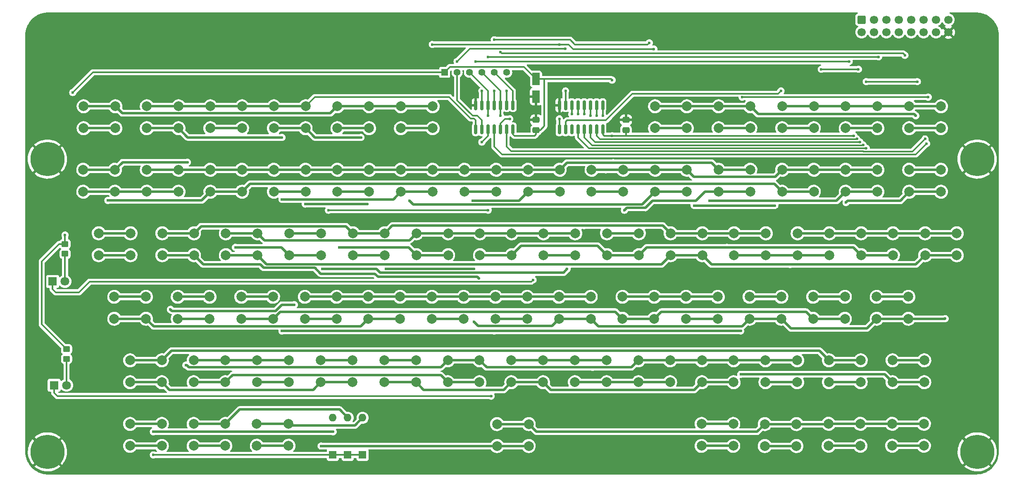
<source format=gtl>
G04 #@! TF.GenerationSoftware,KiCad,Pcbnew,(6.0.7)*
G04 #@! TF.CreationDate,2024-12-28T01:02:51-06:00*
G04 #@! TF.ProjectId,MSX-One_Keyboard,4d53582d-4f6e-4655-9f4b-6579626f6172,1.0*
G04 #@! TF.SameCoordinates,Original*
G04 #@! TF.FileFunction,Copper,L1,Top*
G04 #@! TF.FilePolarity,Positive*
%FSLAX46Y46*%
G04 Gerber Fmt 4.6, Leading zero omitted, Abs format (unit mm)*
G04 Created by KiCad (PCBNEW (6.0.7)) date 2024-12-28 01:02:51*
%MOMM*%
%LPD*%
G01*
G04 APERTURE LIST*
G04 Aperture macros list*
%AMRoundRect*
0 Rectangle with rounded corners*
0 $1 Rounding radius*
0 $2 $3 $4 $5 $6 $7 $8 $9 X,Y pos of 4 corners*
0 Add a 4 corners polygon primitive as box body*
4,1,4,$2,$3,$4,$5,$6,$7,$8,$9,$2,$3,0*
0 Add four circle primitives for the rounded corners*
1,1,$1+$1,$2,$3*
1,1,$1+$1,$4,$5*
1,1,$1+$1,$6,$7*
1,1,$1+$1,$8,$9*
0 Add four rect primitives between the rounded corners*
20,1,$1+$1,$2,$3,$4,$5,0*
20,1,$1+$1,$4,$5,$6,$7,0*
20,1,$1+$1,$6,$7,$8,$9,0*
20,1,$1+$1,$8,$9,$2,$3,0*%
G04 Aperture macros list end*
G04 #@! TA.AperFunction,ComponentPad*
%ADD10C,2.000000*%
G04 #@! TD*
G04 #@! TA.AperFunction,SMDPad,CuDef*
%ADD11RoundRect,0.250000X0.475000X-0.337500X0.475000X0.337500X-0.475000X0.337500X-0.475000X-0.337500X0*%
G04 #@! TD*
G04 #@! TA.AperFunction,SMDPad,CuDef*
%ADD12RoundRect,0.250000X-0.550000X1.050000X-0.550000X-1.050000X0.550000X-1.050000X0.550000X1.050000X0*%
G04 #@! TD*
G04 #@! TA.AperFunction,ComponentPad*
%ADD13R,1.600000X1.600000*%
G04 #@! TD*
G04 #@! TA.AperFunction,ComponentPad*
%ADD14O,1.600000X1.600000*%
G04 #@! TD*
G04 #@! TA.AperFunction,SMDPad,CuDef*
%ADD15RoundRect,0.250000X-0.450000X0.350000X-0.450000X-0.350000X0.450000X-0.350000X0.450000X0.350000X0*%
G04 #@! TD*
G04 #@! TA.AperFunction,SMDPad,CuDef*
%ADD16RoundRect,0.150000X-0.150000X0.825000X-0.150000X-0.825000X0.150000X-0.825000X0.150000X0.825000X0*%
G04 #@! TD*
G04 #@! TA.AperFunction,ComponentPad*
%ADD17R,1.800000X1.800000*%
G04 #@! TD*
G04 #@! TA.AperFunction,ComponentPad*
%ADD18C,1.800000*%
G04 #@! TD*
G04 #@! TA.AperFunction,ComponentPad*
%ADD19R,1.397000X1.397000*%
G04 #@! TD*
G04 #@! TA.AperFunction,ComponentPad*
%ADD20C,1.397000*%
G04 #@! TD*
G04 #@! TA.AperFunction,ComponentPad*
%ADD21C,7.000000*%
G04 #@! TD*
G04 #@! TA.AperFunction,ComponentPad*
%ADD22RoundRect,0.250000X-0.600000X0.600000X-0.600000X-0.600000X0.600000X-0.600000X0.600000X0.600000X0*%
G04 #@! TD*
G04 #@! TA.AperFunction,ComponentPad*
%ADD23C,1.700000*%
G04 #@! TD*
G04 #@! TA.AperFunction,ViaPad*
%ADD24C,0.600000*%
G04 #@! TD*
G04 #@! TA.AperFunction,Conductor*
%ADD25C,0.375000*%
G04 #@! TD*
G04 #@! TA.AperFunction,Conductor*
%ADD26C,0.500000*%
G04 #@! TD*
G04 APERTURE END LIST*
D10*
X251067500Y-129512500D03*
X257567500Y-129512500D03*
X251067500Y-134012500D03*
X257567500Y-134012500D03*
X140410000Y-129512500D03*
X133910000Y-129512500D03*
X133910000Y-134012500D03*
X140410000Y-134012500D03*
X146927500Y-129512500D03*
X153427500Y-129512500D03*
X153427500Y-134012500D03*
X146927500Y-134012500D03*
X166445000Y-129512500D03*
X159945000Y-129512500D03*
X159945000Y-134012500D03*
X166445000Y-134012500D03*
X179462500Y-129512500D03*
X172962500Y-129512500D03*
X179462500Y-134012500D03*
X172962500Y-134012500D03*
X185980000Y-129512500D03*
X192480000Y-129512500D03*
X185980000Y-134012500D03*
X192480000Y-134012500D03*
X198997500Y-129512500D03*
X205497500Y-129512500D03*
X198997500Y-134012500D03*
X205497500Y-134012500D03*
X212015000Y-129512500D03*
X218515000Y-129512500D03*
X212015000Y-134012500D03*
X218515000Y-134012500D03*
X231532500Y-129512500D03*
X225032500Y-129512500D03*
X225032500Y-134012500D03*
X231532500Y-134012500D03*
X244550000Y-129512500D03*
X238050000Y-129512500D03*
X244550000Y-134012500D03*
X238050000Y-134012500D03*
X270585000Y-129512500D03*
X264085000Y-129512500D03*
X270585000Y-134012500D03*
X264085000Y-134012500D03*
X283602500Y-129512500D03*
X277102500Y-129512500D03*
X283602500Y-134012500D03*
X277102500Y-134012500D03*
X293370000Y-142530000D03*
X299870000Y-142530000D03*
X293370000Y-147030000D03*
X299870000Y-147030000D03*
X273760000Y-142530000D03*
X267260000Y-142530000D03*
X273760000Y-147030000D03*
X267260000Y-147030000D03*
X286777500Y-142530000D03*
X280277500Y-142530000D03*
X286777500Y-147030000D03*
X280277500Y-147030000D03*
X257417500Y-155547500D03*
X263917500Y-155547500D03*
X263917500Y-160047500D03*
X257417500Y-160047500D03*
X270435000Y-155547500D03*
X276935000Y-155547500D03*
X270435000Y-160047500D03*
X276935000Y-160047500D03*
X120892500Y-129512500D03*
X127392500Y-129512500D03*
X127392500Y-134012500D03*
X120892500Y-134012500D03*
X234632500Y-168565000D03*
X241132500Y-168565000D03*
X241132500Y-173065000D03*
X234632500Y-173065000D03*
X247650000Y-168565000D03*
X254150000Y-168565000D03*
X247650000Y-173065000D03*
X254150000Y-173065000D03*
X260667500Y-168565000D03*
X267167500Y-168565000D03*
X260667500Y-173065000D03*
X267167500Y-173065000D03*
X254075000Y-181610000D03*
X247575000Y-181610000D03*
X254075000Y-186110000D03*
X247575000Y-186110000D03*
X140260000Y-155547500D03*
X146760000Y-155547500D03*
X146760000Y-160047500D03*
X140260000Y-160047500D03*
X195580000Y-168565000D03*
X202080000Y-168565000D03*
X202080000Y-173065000D03*
X195580000Y-173065000D03*
X169545000Y-168565000D03*
X176045000Y-168565000D03*
X169545000Y-173065000D03*
X176045000Y-173065000D03*
X172795000Y-155547500D03*
X166295000Y-155547500D03*
X172795000Y-160047500D03*
X166295000Y-160047500D03*
X163120000Y-142530000D03*
X169620000Y-142530000D03*
X169620000Y-147030000D03*
X163120000Y-147030000D03*
X179312500Y-155547500D03*
X185812500Y-155547500D03*
X185812500Y-160047500D03*
X179312500Y-160047500D03*
X192330000Y-155547500D03*
X198830000Y-155547500D03*
X198830000Y-160047500D03*
X192330000Y-160047500D03*
X205347500Y-155547500D03*
X211847500Y-155547500D03*
X211847500Y-160047500D03*
X205347500Y-160047500D03*
X234707500Y-142530000D03*
X228207500Y-142530000D03*
X228207500Y-147030000D03*
X234707500Y-147030000D03*
X218365000Y-155547500D03*
X224865000Y-155547500D03*
X224865000Y-160047500D03*
X218365000Y-160047500D03*
X231382500Y-155547500D03*
X237882500Y-155547500D03*
X237882500Y-160047500D03*
X231382500Y-160047500D03*
X244400000Y-155547500D03*
X250900000Y-155547500D03*
X250900000Y-160047500D03*
X244400000Y-160047500D03*
X221615000Y-168565000D03*
X228115000Y-168565000D03*
X228115000Y-173065000D03*
X221615000Y-173065000D03*
X215097500Y-168565000D03*
X208597500Y-168565000D03*
X208597500Y-173065000D03*
X215097500Y-173065000D03*
X241225000Y-142530000D03*
X247725000Y-142530000D03*
X247725000Y-147030000D03*
X241225000Y-147030000D03*
X254242500Y-142530000D03*
X260742500Y-142530000D03*
X260742500Y-147030000D03*
X254242500Y-147030000D03*
X137085000Y-142530000D03*
X143585000Y-142530000D03*
X143585000Y-147030000D03*
X137085000Y-147030000D03*
X182637500Y-142530000D03*
X176137500Y-142530000D03*
X182637500Y-147030000D03*
X176137500Y-147030000D03*
X153277500Y-155547500D03*
X159777500Y-155547500D03*
X159777500Y-160047500D03*
X153277500Y-160047500D03*
X195655000Y-142530000D03*
X189155000Y-142530000D03*
X195655000Y-147030000D03*
X189155000Y-147030000D03*
X221690000Y-142530000D03*
X215190000Y-142530000D03*
X215190000Y-147030000D03*
X221690000Y-147030000D03*
X189062500Y-168565000D03*
X182562500Y-168565000D03*
X189062500Y-173065000D03*
X182562500Y-173065000D03*
X156602500Y-142530000D03*
X150102500Y-142530000D03*
X150102500Y-147030000D03*
X156602500Y-147030000D03*
X163027500Y-168565000D03*
X156527500Y-168565000D03*
X156527500Y-173065000D03*
X163027500Y-173065000D03*
X208672500Y-142530000D03*
X202172500Y-142530000D03*
X208672500Y-147030000D03*
X202172500Y-147030000D03*
X150010000Y-168565000D03*
X143510000Y-168565000D03*
X143510000Y-173065000D03*
X150010000Y-173065000D03*
X130492500Y-168565000D03*
X136992500Y-168565000D03*
X130492500Y-173065000D03*
X136992500Y-173065000D03*
X130492500Y-181610000D03*
X136992500Y-181610000D03*
X130492500Y-186110000D03*
X136992500Y-186110000D03*
X150010000Y-181610000D03*
X143510000Y-181610000D03*
X143510000Y-186110000D03*
X150010000Y-186110000D03*
X133742500Y-155547500D03*
X127242500Y-155547500D03*
X133742500Y-160047500D03*
X127242500Y-160047500D03*
X162952500Y-181582500D03*
X156452500Y-181582500D03*
X156452500Y-186082500D03*
X162952500Y-186082500D03*
X140410000Y-116495000D03*
X133910000Y-116495000D03*
X133910000Y-120995000D03*
X140410000Y-120995000D03*
X146927500Y-116495000D03*
X153427500Y-116495000D03*
X146927500Y-120995000D03*
X153427500Y-120995000D03*
X159945000Y-116495000D03*
X166445000Y-116495000D03*
X159945000Y-120995000D03*
X166445000Y-120995000D03*
X172962500Y-116495000D03*
X179462500Y-116495000D03*
X172962500Y-120995000D03*
X179462500Y-120995000D03*
X192480000Y-116495000D03*
X185980000Y-116495000D03*
X185980000Y-120995000D03*
X192480000Y-120995000D03*
X127467500Y-116495000D03*
X120967500Y-116495000D03*
X120967500Y-120995000D03*
X127467500Y-120995000D03*
X124067500Y-142530000D03*
X130567500Y-142530000D03*
X124067500Y-147030000D03*
X130567500Y-147030000D03*
X244550000Y-116495000D03*
X238050000Y-116495000D03*
X244550000Y-120995000D03*
X238050000Y-120995000D03*
X296620000Y-129512500D03*
X290120000Y-129512500D03*
X290120000Y-134012500D03*
X296620000Y-134012500D03*
X283452500Y-155547500D03*
X289952500Y-155547500D03*
X289952500Y-160047500D03*
X283452500Y-160047500D03*
X205665000Y-181637500D03*
X212165000Y-181637500D03*
X205665000Y-186137500D03*
X212165000Y-186137500D03*
X270585000Y-116495000D03*
X264085000Y-116495000D03*
X264085000Y-120995000D03*
X270585000Y-120995000D03*
X283602500Y-116495000D03*
X277102500Y-116495000D03*
X283602500Y-120995000D03*
X277102500Y-120995000D03*
X290120000Y-116495000D03*
X296620000Y-116495000D03*
X296620000Y-120995000D03*
X290120000Y-120995000D03*
X267017500Y-181637500D03*
X260517500Y-181637500D03*
X260517500Y-186137500D03*
X267017500Y-186137500D03*
X286702500Y-168565000D03*
X293202500Y-168565000D03*
X293202500Y-173065000D03*
X286702500Y-173065000D03*
X286627500Y-181582500D03*
X293127500Y-181582500D03*
X286627500Y-186082500D03*
X293127500Y-186082500D03*
X273610000Y-181582500D03*
X280110000Y-181582500D03*
X280110000Y-186082500D03*
X273610000Y-186082500D03*
X251067500Y-116495000D03*
X257567500Y-116495000D03*
X251067500Y-120995000D03*
X257567500Y-120995000D03*
X280185000Y-168565000D03*
X273685000Y-168565000D03*
X280185000Y-173065000D03*
X273685000Y-173065000D03*
D11*
X232092500Y-121370000D03*
X232092500Y-119295000D03*
D12*
X213677500Y-110912500D03*
X213677500Y-114512500D03*
D13*
X172021500Y-187960000D03*
D14*
X172021500Y-180340000D03*
D13*
X175069500Y-187960000D03*
D14*
X175069500Y-180340000D03*
D13*
X178117500Y-187960000D03*
D14*
X178117500Y-180340000D03*
D15*
X117157500Y-144732500D03*
X117157500Y-146732500D03*
D16*
X227330000Y-116270000D03*
X226060000Y-116270000D03*
X224790000Y-116270000D03*
X223520000Y-116270000D03*
X222250000Y-116270000D03*
X220980000Y-116270000D03*
X219710000Y-116270000D03*
X218440000Y-116270000D03*
X218440000Y-121220000D03*
X219710000Y-121220000D03*
X220980000Y-121220000D03*
X222250000Y-121220000D03*
X223520000Y-121220000D03*
X224790000Y-121220000D03*
X226060000Y-121220000D03*
X227330000Y-121220000D03*
X208915000Y-116270000D03*
X207645000Y-116270000D03*
X206375000Y-116270000D03*
X205105000Y-116270000D03*
X203835000Y-116270000D03*
X202565000Y-116270000D03*
X201295000Y-116270000D03*
X201295000Y-121220000D03*
X202565000Y-121220000D03*
X203835000Y-121220000D03*
X205105000Y-121220000D03*
X206375000Y-121220000D03*
X207645000Y-121220000D03*
X208915000Y-121220000D03*
D17*
X114930000Y-173672500D03*
D18*
X117470000Y-173672500D03*
D15*
X117475000Y-166275000D03*
X117475000Y-168275000D03*
D17*
X114612500Y-152400000D03*
D18*
X117152500Y-152400000D03*
D19*
X194945000Y-109537500D03*
D20*
X197485000Y-109537500D03*
X200025000Y-109537500D03*
X202565000Y-109537500D03*
X205105000Y-109537500D03*
X207645000Y-109537500D03*
D21*
X304044800Y-187332500D03*
X304034800Y-127325000D03*
D11*
X213677500Y-121370000D03*
X213677500Y-119295000D03*
D21*
X113544800Y-187332500D03*
X113534800Y-127325000D03*
D22*
X280352500Y-98760000D03*
D23*
X280352500Y-101300000D03*
X282892500Y-98760000D03*
X282892500Y-101300000D03*
X285432500Y-98760000D03*
X285432500Y-101300000D03*
X287972500Y-98760000D03*
X287972500Y-101300000D03*
X290512500Y-98760000D03*
X290512500Y-101300000D03*
X293052500Y-98760000D03*
X293052500Y-101300000D03*
X295592500Y-98760000D03*
X295592500Y-101300000D03*
X298132500Y-98760000D03*
X298132500Y-101300000D03*
D24*
X118745000Y-113665000D03*
X229235000Y-122555000D03*
X278765000Y-122555000D03*
X117157500Y-142875000D03*
X229235000Y-111125000D03*
X200660000Y-113982500D03*
X210502500Y-120967500D03*
X199390000Y-113982500D03*
X210820000Y-116205000D03*
X293370000Y-123190000D03*
X135255000Y-183197500D03*
X172085000Y-183197500D03*
X135255000Y-187960000D03*
X160020000Y-174625000D03*
X203835000Y-118427500D03*
X169627500Y-186137500D03*
X171132500Y-137795000D03*
X231775000Y-137795000D03*
X203835000Y-137795000D03*
X168427500Y-158597500D03*
X272097500Y-108902500D03*
X279717500Y-108902500D03*
X187705000Y-135827500D03*
X138747500Y-158115000D03*
X246062500Y-136842500D03*
X262572500Y-136842500D03*
X164147500Y-157162500D03*
X173355000Y-145415000D03*
X279400000Y-123190000D03*
X211657500Y-150610000D03*
X152082500Y-145415000D03*
X169862500Y-149860000D03*
X206375000Y-118427500D03*
X125942500Y-135785000D03*
X220027500Y-149860000D03*
X280035000Y-123825000D03*
X281305000Y-111442500D03*
X179070000Y-136525000D03*
X166370000Y-136525000D03*
X249237500Y-135890000D03*
X291782500Y-111442500D03*
X280670000Y-124408000D03*
X265717500Y-148937500D03*
X205105000Y-102870000D03*
X190817500Y-148907500D03*
X236855000Y-103505000D03*
X174307500Y-148907500D03*
X281305000Y-125095000D03*
X161607500Y-135572500D03*
X161607500Y-122872500D03*
X277177500Y-136207500D03*
X205105000Y-162560000D03*
X161607500Y-162560000D03*
X255600000Y-162547500D03*
X255600000Y-171437500D03*
X255905000Y-114617500D03*
X252730000Y-145415000D03*
X201930000Y-151765000D03*
X294005000Y-114617500D03*
X177800000Y-122872500D03*
X200977500Y-149860000D03*
X182880000Y-149860000D03*
X200660000Y-135890000D03*
X200977500Y-160655000D03*
X297497500Y-160020000D03*
X219657500Y-104722500D03*
X197485000Y-107315000D03*
X219710000Y-113347500D03*
X227330000Y-118427500D03*
X229442500Y-128062500D03*
X226060000Y-118427500D03*
X227992500Y-129512500D03*
X225272500Y-170015000D03*
X142240000Y-127952500D03*
X224790000Y-118427500D03*
X141922500Y-169545000D03*
X223520000Y-118110000D03*
X222250000Y-118110000D03*
X223520000Y-140970000D03*
X220980000Y-118110000D03*
X291465000Y-118427500D03*
X218440000Y-103822500D03*
X218440000Y-119062500D03*
X237807500Y-104775000D03*
X192405000Y-103822500D03*
X263842500Y-113347500D03*
X202565000Y-113347500D03*
X277812500Y-107315000D03*
X201295000Y-107315000D03*
X205105000Y-113347500D03*
X283845000Y-106362500D03*
X203835000Y-106362500D03*
X206375000Y-105410000D03*
X289242500Y-106045000D03*
X207645000Y-113347500D03*
X213042500Y-152082500D03*
X208280000Y-119062500D03*
X204470000Y-175895000D03*
X202565000Y-123825000D03*
X293687500Y-124142500D03*
D25*
X194945000Y-109537500D02*
X196031000Y-108451500D01*
X232092500Y-121370000D02*
X232092500Y-122555000D01*
X115935000Y-144732500D02*
X117157500Y-144732500D01*
X196031000Y-108451500D02*
X211216500Y-108451500D01*
X122872500Y-109537500D02*
X118745000Y-113665000D01*
X213360000Y-122555000D02*
X213677500Y-122237500D01*
X229235000Y-122555000D02*
X227647500Y-122555000D01*
X208915000Y-122237500D02*
X209232500Y-122555000D01*
X215370000Y-120545000D02*
X215370000Y-110912500D01*
X208915000Y-121220000D02*
X208915000Y-122237500D01*
X213677500Y-122237500D02*
X213677500Y-121370000D01*
X215370000Y-110912500D02*
X229022500Y-110912500D01*
X209232500Y-122555000D02*
X213360000Y-122555000D01*
X112395000Y-161195000D02*
X112395000Y-148272500D01*
X211216500Y-108451500D02*
X213677500Y-110912500D01*
X117475000Y-166275000D02*
X112395000Y-161195000D01*
X227647500Y-122555000D02*
X227330000Y-122237500D01*
X227330000Y-122237500D02*
X227330000Y-121220000D01*
X278765000Y-122555000D02*
X232092500Y-122555000D01*
X213677500Y-110912500D02*
X215370000Y-110912500D01*
X117157500Y-142875000D02*
X117157500Y-144732500D01*
X214545000Y-121370000D02*
X215370000Y-120545000D01*
X213677500Y-121370000D02*
X214545000Y-121370000D01*
X194945000Y-109537500D02*
X122872500Y-109537500D01*
X112395000Y-148272500D02*
X115935000Y-144732500D01*
X232092500Y-122555000D02*
X229235000Y-122555000D01*
X229022500Y-110912500D02*
X229235000Y-111125000D01*
X290777500Y-125782500D02*
X280722500Y-125782500D01*
X280722500Y-125782500D02*
X280670000Y-125730000D01*
X207645000Y-124777500D02*
X207645000Y-121220000D01*
X280670000Y-125730000D02*
X208597500Y-125730000D01*
X293370000Y-123190000D02*
X290777500Y-125782500D01*
X208597500Y-125730000D02*
X207645000Y-124777500D01*
D26*
X130492500Y-168565000D02*
X136992500Y-168565000D01*
X138948918Y-166608582D02*
X271728582Y-166608582D01*
X271728582Y-166608582D02*
X273685000Y-168565000D01*
X135255000Y-183197500D02*
X172085000Y-183197500D01*
X136992500Y-168565000D02*
X138948918Y-166608582D01*
X273685000Y-168565000D02*
X280185000Y-168565000D01*
X159945000Y-116495000D02*
X166445000Y-116495000D01*
X127242500Y-155547500D02*
X133742500Y-155547500D01*
X146927500Y-116495000D02*
X153427500Y-116495000D01*
D25*
X200282500Y-119002500D02*
X195897500Y-114617500D01*
X168322500Y-114617500D02*
X166445000Y-116495000D01*
X201295000Y-119380000D02*
X200917500Y-119002500D01*
D26*
X146927500Y-116495000D02*
X140410000Y-116495000D01*
D25*
X195897500Y-114617500D02*
X168322500Y-114617500D01*
X200917500Y-119002500D02*
X200282500Y-119002500D01*
X175069500Y-187960000D02*
X172021500Y-187960000D01*
X172021500Y-187960000D02*
X135255000Y-187960000D01*
D26*
X133910000Y-116495000D02*
X140410000Y-116495000D01*
X130492500Y-181610000D02*
X136992500Y-181610000D01*
D25*
X178117500Y-187960000D02*
X175069500Y-187960000D01*
X201295000Y-121220000D02*
X201295000Y-119380000D01*
D26*
X159945000Y-116495000D02*
X153427500Y-116495000D01*
X173387346Y-178657846D02*
X175069500Y-180340000D01*
X150010000Y-181610000D02*
X152962154Y-178657846D01*
X152962154Y-178657846D02*
X173387346Y-178657846D01*
X143510000Y-181610000D02*
X150010000Y-181610000D01*
X162952500Y-181582500D02*
X163297500Y-181927500D01*
X156452500Y-181582500D02*
X162952500Y-181582500D01*
X163297500Y-181927500D02*
X176530000Y-181927500D01*
X176530000Y-181927500D02*
X178117500Y-180340000D01*
X153277500Y-160047500D02*
X159777500Y-160047500D01*
X168427500Y-158597500D02*
X161227500Y-158597500D01*
D25*
X203835000Y-116270000D02*
X203835000Y-118427500D01*
D26*
X232230000Y-137340000D02*
X236040000Y-137340000D01*
X246380000Y-135890000D02*
X248257500Y-134012500D01*
X248257500Y-134012500D02*
X251067500Y-134012500D01*
X169545000Y-173065000D02*
X167985000Y-174625000D01*
X225032500Y-134012500D02*
X231532500Y-134012500D01*
X268985000Y-158597500D02*
X239332500Y-158597500D01*
X161227500Y-158597500D02*
X159777500Y-160047500D01*
X237490000Y-135890000D02*
X246380000Y-135890000D01*
X231775000Y-137795000D02*
X232230000Y-137340000D01*
X273685000Y-173065000D02*
X280185000Y-173065000D01*
X130492500Y-173065000D02*
X136992500Y-173065000D01*
X239332500Y-158597500D02*
X237882500Y-160047500D01*
X251067500Y-134012500D02*
X257567500Y-134012500D01*
X205665000Y-186137500D02*
X212165000Y-186137500D01*
X172962500Y-120995000D02*
X179462500Y-120995000D01*
X231382500Y-160047500D02*
X237882500Y-160047500D01*
D25*
X203835000Y-116270000D02*
X203835000Y-113347500D01*
D26*
X236040000Y-137340000D02*
X237490000Y-135890000D01*
X229932500Y-158597500D02*
X168427500Y-158597500D01*
X167985000Y-174625000D02*
X160020000Y-174625000D01*
X270435000Y-160047500D02*
X268985000Y-158597500D01*
X169545000Y-173065000D02*
X176045000Y-173065000D01*
X231382500Y-160047500D02*
X229932500Y-158597500D01*
X160020000Y-174625000D02*
X138552500Y-174625000D01*
D25*
X203835000Y-113347500D02*
X200025000Y-109537500D01*
D26*
X138552500Y-174625000D02*
X136992500Y-173065000D01*
X270435000Y-160047500D02*
X276935000Y-160047500D01*
D25*
X203835000Y-137795000D02*
X171132500Y-137795000D01*
D26*
X205665000Y-186137500D02*
X169627500Y-186137500D01*
X159702500Y-158432500D02*
X160337500Y-158432500D01*
X138747500Y-158115000D02*
X139065000Y-158432500D01*
X127392500Y-134012500D02*
X133910000Y-134012500D01*
X185980000Y-120995000D02*
X192480000Y-120995000D01*
X188517500Y-136640000D02*
X235422500Y-136640000D01*
X160337500Y-158432500D02*
X160972500Y-157797500D01*
X187705000Y-135827500D02*
X188517500Y-136640000D01*
X262572500Y-136842500D02*
X246062500Y-136842500D01*
X133910000Y-134012500D02*
X140410000Y-134012500D01*
X189155000Y-147030000D02*
X195655000Y-147030000D01*
X187540000Y-145415000D02*
X189155000Y-147030000D01*
X120892500Y-134012500D02*
X127392500Y-134012500D01*
D25*
X279717500Y-108902500D02*
X272097500Y-108902500D01*
D26*
X166295000Y-160047500D02*
X172795000Y-160047500D01*
X238050000Y-134012500D02*
X244550000Y-134012500D01*
X161607500Y-157162500D02*
X164147500Y-157162500D01*
X139065000Y-158432500D02*
X159702500Y-158432500D01*
X130492500Y-186110000D02*
X136992500Y-186110000D01*
X173355000Y-145415000D02*
X187540000Y-145415000D01*
X244400000Y-160047500D02*
X250900000Y-160047500D01*
X264085000Y-120995000D02*
X270585000Y-120995000D01*
X235422500Y-136640000D02*
X238050000Y-134012500D01*
X160972500Y-157797500D02*
X161607500Y-157162500D01*
D25*
X279400000Y-123190000D02*
X279347500Y-123242500D01*
X226060000Y-122555000D02*
X226060000Y-121220000D01*
X279347500Y-123242500D02*
X226747500Y-123242500D01*
X226747500Y-123242500D02*
X226060000Y-122555000D01*
X206375000Y-113347500D02*
X202565000Y-109537500D01*
D26*
X234632500Y-173065000D02*
X241132500Y-173065000D01*
X215190000Y-147030000D02*
X221690000Y-147030000D01*
D25*
X206375000Y-118110000D02*
X206375000Y-118427500D01*
D26*
X221615000Y-173065000D02*
X228115000Y-173065000D01*
X234632500Y-173065000D02*
X228115000Y-173065000D01*
D25*
X206375000Y-116270000D02*
X206375000Y-113347500D01*
D26*
X145155000Y-135785000D02*
X146927500Y-134012500D01*
D25*
X206375000Y-116270000D02*
X206375000Y-118110000D01*
D26*
X181725000Y-150610000D02*
X211657500Y-150610000D01*
X264085000Y-134012500D02*
X270585000Y-134012500D01*
X219277500Y-150610000D02*
X220027500Y-149860000D01*
X262470000Y-132397500D02*
X155042500Y-132397500D01*
X211657500Y-150610000D02*
X219277500Y-150610000D01*
X163120000Y-147030000D02*
X169620000Y-147030000D01*
X169862500Y-149860000D02*
X180975000Y-149860000D01*
X180975000Y-149860000D02*
X181725000Y-150610000D01*
X120967500Y-120995000D02*
X127467500Y-120995000D01*
X152082500Y-145415000D02*
X161505000Y-145415000D01*
X277102500Y-120995000D02*
X283602500Y-120995000D01*
X125942500Y-135785000D02*
X145155000Y-135785000D01*
X264085000Y-134012500D02*
X262470000Y-132397500D01*
X155042500Y-132397500D02*
X153427500Y-134012500D01*
X146927500Y-134012500D02*
X153427500Y-134012500D01*
X161505000Y-145415000D02*
X163120000Y-147030000D01*
X143510000Y-186110000D02*
X150010000Y-186110000D01*
D25*
X225795000Y-123877500D02*
X224790000Y-122872500D01*
X280035000Y-123825000D02*
X279982500Y-123877500D01*
X224790000Y-122872500D02*
X224790000Y-121220000D01*
X279982500Y-123877500D02*
X225795000Y-123877500D01*
D26*
X249237500Y-135890000D02*
X275225000Y-135890000D01*
X179312500Y-160047500D02*
X177752500Y-161607500D01*
D25*
X281305000Y-111442500D02*
X286702500Y-111442500D01*
D26*
X177752500Y-161607500D02*
X135302500Y-161607500D01*
X208597500Y-173065000D02*
X207037500Y-174625000D01*
X216657500Y-174625000D02*
X215097500Y-173065000D01*
X179312500Y-160047500D02*
X185812500Y-160047500D01*
X124067500Y-147030000D02*
X130567500Y-147030000D01*
X182562500Y-173065000D02*
X189062500Y-173065000D01*
D25*
X286702500Y-111442500D02*
X291782500Y-111442500D01*
D26*
X208597500Y-173065000D02*
X215097500Y-173065000D01*
X190622500Y-174625000D02*
X189062500Y-173065000D01*
X247650000Y-173065000D02*
X246090000Y-174625000D01*
X290120000Y-120995000D02*
X296620000Y-120995000D01*
X207037500Y-174625000D02*
X190622500Y-174625000D01*
X275225000Y-135890000D02*
X277102500Y-134012500D01*
X246090000Y-174625000D02*
X216657500Y-174625000D01*
X277102500Y-134012500D02*
X283602500Y-134012500D01*
X159945000Y-134012500D02*
X166445000Y-134012500D01*
X179070000Y-136525000D02*
X166370000Y-136525000D01*
X135302500Y-161607500D02*
X133742500Y-160047500D01*
X247650000Y-173065000D02*
X254150000Y-173065000D01*
X127242500Y-160047500D02*
X133742500Y-160047500D01*
D25*
X280670000Y-124408000D02*
X280565500Y-124512500D01*
X223520000Y-122872500D02*
X223520000Y-121220000D01*
X280565500Y-124512500D02*
X225160000Y-124512500D01*
X225160000Y-124512500D02*
X223520000Y-122872500D01*
D26*
X241225000Y-147030000D02*
X247725000Y-147030000D01*
X150102500Y-147030000D02*
X156602500Y-147030000D01*
X239347500Y-148907500D02*
X190817500Y-148907500D01*
X265717500Y-148937500D02*
X291462500Y-148937500D01*
D25*
X220662500Y-102870000D02*
X221615000Y-103822500D01*
D26*
X241225000Y-147030000D02*
X239347500Y-148907500D01*
X190817500Y-148907500D02*
X174307500Y-148907500D01*
X158480000Y-148907500D02*
X156602500Y-147030000D01*
X260667500Y-173065000D02*
X267167500Y-173065000D01*
D25*
X205105000Y-102870000D02*
X220662500Y-102870000D01*
D26*
X156452500Y-186082500D02*
X162952500Y-186082500D01*
D25*
X208915000Y-116270000D02*
X208915000Y-113347500D01*
D26*
X265717500Y-148937500D02*
X249632500Y-148937500D01*
X174307500Y-148907500D02*
X158480000Y-148907500D01*
X192330000Y-160047500D02*
X198830000Y-160047500D01*
D25*
X221615000Y-103822500D02*
X236537500Y-103822500D01*
D26*
X172962500Y-134012500D02*
X179462500Y-134012500D01*
X260517500Y-186137500D02*
X267017500Y-186137500D01*
D25*
X236537500Y-103822500D02*
X236855000Y-103505000D01*
D26*
X249632500Y-148937500D02*
X247725000Y-147030000D01*
X293370000Y-147030000D02*
X299870000Y-147030000D01*
X238050000Y-120995000D02*
X244550000Y-120995000D01*
X291462500Y-148937500D02*
X293370000Y-147030000D01*
D25*
X208915000Y-113347500D02*
X205105000Y-109537500D01*
X224472500Y-125095000D02*
X222250000Y-122872500D01*
X222250000Y-122872500D02*
X222250000Y-121220000D01*
X281305000Y-125095000D02*
X224472500Y-125095000D01*
D26*
X277495000Y-135890000D02*
X288290000Y-135890000D01*
X286702500Y-173065000D02*
X285087500Y-171450000D01*
X288290000Y-135890000D02*
X288290000Y-135842500D01*
X161607500Y-162560000D02*
X205105000Y-162560000D01*
X254242500Y-147030000D02*
X260742500Y-147030000D01*
X205347500Y-160047500D02*
X211847500Y-160047500D01*
X184420000Y-135572500D02*
X185980000Y-134012500D01*
X247575000Y-186110000D02*
X254075000Y-186110000D01*
X156527500Y-173065000D02*
X163027500Y-173065000D01*
X142287500Y-122872500D02*
X140410000Y-120995000D01*
X290120000Y-134012500D02*
X296620000Y-134012500D01*
X286702500Y-173065000D02*
X293202500Y-173065000D01*
X161607500Y-122872500D02*
X142287500Y-122872500D01*
X161607500Y-135572500D02*
X184420000Y-135572500D01*
X277177500Y-136207500D02*
X277495000Y-135890000D01*
X133910000Y-120995000D02*
X140410000Y-120995000D01*
X267260000Y-147030000D02*
X273760000Y-147030000D01*
X205105000Y-162560000D02*
X255587500Y-162560000D01*
X185980000Y-134012500D02*
X192480000Y-134012500D01*
X255587500Y-162560000D02*
X255600000Y-162547500D01*
X288290000Y-135842500D02*
X290120000Y-134012500D01*
X285087500Y-171450000D02*
X255612500Y-171450000D01*
X255612500Y-171450000D02*
X255600000Y-171437500D01*
X267260000Y-147030000D02*
X260742500Y-147030000D01*
X226251082Y-145073582D02*
X228207500Y-147030000D01*
X180657500Y-150812500D02*
X169545000Y-150812500D01*
X168340000Y-149607500D02*
X157862500Y-149607500D01*
X280277500Y-147030000D02*
X286777500Y-147030000D01*
X201930000Y-151765000D02*
X201612500Y-151447500D01*
X146927500Y-120995000D02*
X153427500Y-120995000D01*
X198997500Y-134012500D02*
X205497500Y-134012500D01*
X181292500Y-151447500D02*
X180657500Y-150812500D01*
X251067500Y-120995000D02*
X257567500Y-120995000D01*
X140260000Y-160047500D02*
X146760000Y-160047500D01*
X228207500Y-147030000D02*
X234707500Y-147030000D01*
X169545000Y-150812500D02*
X168340000Y-149607500D01*
D25*
X294005000Y-114617500D02*
X255905000Y-114617500D01*
D26*
X236322500Y-145415000D02*
X234707500Y-147030000D01*
X210628918Y-145073582D02*
X226251082Y-145073582D01*
X201612500Y-151447500D02*
X181292500Y-151447500D01*
X157162500Y-148907500D02*
X145462500Y-148907500D01*
X145462500Y-148907500D02*
X143585000Y-147030000D01*
X286627500Y-186082500D02*
X293127500Y-186082500D01*
X137085000Y-147030000D02*
X143585000Y-147030000D01*
X278662500Y-145415000D02*
X252730000Y-145415000D01*
X157862500Y-149607500D02*
X157162500Y-148907500D01*
X252730000Y-145415000D02*
X236322500Y-145415000D01*
X208672500Y-147030000D02*
X210628918Y-145073582D01*
X202172500Y-147030000D02*
X208672500Y-147030000D01*
X280277500Y-147030000D02*
X278662500Y-145415000D01*
X151460000Y-171615000D02*
X150010000Y-173065000D01*
X210137500Y-135890000D02*
X212015000Y-134012500D01*
X283452500Y-160047500D02*
X281496082Y-162003918D01*
X265873918Y-162003918D02*
X263917500Y-160047500D01*
X297470000Y-160047500D02*
X297497500Y-160020000D01*
X143510000Y-173065000D02*
X150010000Y-173065000D01*
X289952500Y-160047500D02*
X297470000Y-160047500D01*
X281496082Y-162003918D02*
X265873918Y-162003918D01*
X177800000Y-122872500D02*
X168322500Y-122872500D01*
X273610000Y-186082500D02*
X280110000Y-186082500D01*
X168322500Y-122872500D02*
X166445000Y-120995000D01*
X255857500Y-161607500D02*
X226425000Y-161607500D01*
X200977500Y-160655000D02*
X201820000Y-161497500D01*
X212015000Y-134012500D02*
X218515000Y-134012500D01*
X176137500Y-147030000D02*
X182637500Y-147030000D01*
X216915000Y-161497500D02*
X218365000Y-160047500D01*
X200977500Y-149860000D02*
X182880000Y-149860000D01*
X257417500Y-160047500D02*
X255857500Y-161607500D01*
X194130000Y-171615000D02*
X151460000Y-171615000D01*
X218365000Y-160047500D02*
X224865000Y-160047500D01*
X283452500Y-160047500D02*
X289952500Y-160047500D01*
X226425000Y-161607500D02*
X224865000Y-160047500D01*
X201820000Y-161497500D02*
X216915000Y-161497500D01*
X200660000Y-135890000D02*
X210137500Y-135890000D01*
X195580000Y-173065000D02*
X202080000Y-173065000D01*
X159945000Y-120995000D02*
X166445000Y-120995000D01*
X257417500Y-160047500D02*
X263917500Y-160047500D01*
X195580000Y-173065000D02*
X194130000Y-171615000D01*
D25*
X200077500Y-104722500D02*
X206375000Y-104722500D01*
X201612500Y-118427500D02*
X202565000Y-119380000D01*
X206375000Y-104722500D02*
X219657500Y-104722500D01*
X200660000Y-118427500D02*
X201612500Y-118427500D01*
X197485000Y-115252500D02*
X200660000Y-118427500D01*
X197485000Y-107315000D02*
X200077500Y-104722500D01*
X202565000Y-119380000D02*
X202565000Y-121220000D01*
X197485000Y-109537500D02*
X197485000Y-115252500D01*
X219710000Y-116270000D02*
X219710000Y-113347500D01*
D26*
X249617500Y-128062500D02*
X251067500Y-129512500D01*
X251067500Y-129512500D02*
X257567500Y-129512500D01*
X153427500Y-129512500D02*
X159945000Y-129512500D01*
X212015000Y-129512500D02*
X218515000Y-129512500D01*
X133910000Y-129512500D02*
X140410000Y-129512500D01*
X185980000Y-129512500D02*
X192480000Y-129512500D01*
X219965000Y-128062500D02*
X229442500Y-128062500D01*
X172962500Y-129512500D02*
X179462500Y-129512500D01*
X140410000Y-129512500D02*
X146927500Y-129512500D01*
X159945000Y-129512500D02*
X166445000Y-129512500D01*
X146927500Y-129512500D02*
X153427500Y-129512500D01*
X179462500Y-129512500D02*
X185980000Y-129512500D01*
X166445000Y-129512500D02*
X172962500Y-129512500D01*
X192480000Y-129512500D02*
X198997500Y-129512500D01*
X229442500Y-128062500D02*
X249617500Y-128062500D01*
D25*
X227330000Y-116270000D02*
X227330000Y-118427500D01*
D26*
X198997500Y-129512500D02*
X205497500Y-129512500D01*
X218515000Y-129512500D02*
X219965000Y-128062500D01*
X205497500Y-129512500D02*
X212015000Y-129512500D01*
X262635000Y-130962500D02*
X264085000Y-129512500D01*
X257417500Y-155547500D02*
X263917500Y-155547500D01*
X227992500Y-129512500D02*
X231532500Y-129512500D01*
X238050000Y-129512500D02*
X231532500Y-129512500D01*
X273760000Y-142530000D02*
X280277500Y-142530000D01*
X277102500Y-129512500D02*
X283602500Y-129512500D01*
X244550000Y-129512500D02*
X246000000Y-130962500D01*
X225032500Y-129512500D02*
X227992500Y-129512500D01*
X293370000Y-142530000D02*
X299870000Y-142530000D01*
X280277500Y-142530000D02*
X286777500Y-142530000D01*
X267260000Y-142530000D02*
X273760000Y-142530000D01*
X238050000Y-129512500D02*
X244550000Y-129512500D01*
X246000000Y-130962500D02*
X262635000Y-130962500D01*
X277102500Y-129512500D02*
X270585000Y-129512500D01*
X286777500Y-142530000D02*
X293370000Y-142530000D01*
X264085000Y-129512500D02*
X270585000Y-129512500D01*
D25*
X226060000Y-116270000D02*
X226060000Y-118427500D01*
D26*
X247575000Y-181610000D02*
X254075000Y-181610000D01*
X140260000Y-155547500D02*
X146760000Y-155547500D01*
X247650000Y-168565000D02*
X254150000Y-168565000D01*
X142240000Y-127952500D02*
X128952500Y-127952500D01*
D25*
X224790000Y-116270000D02*
X224790000Y-118427500D01*
D26*
X141922500Y-169545000D02*
X142075000Y-169545000D01*
X142075000Y-169545000D02*
X142545000Y-170015000D01*
X142545000Y-170015000D02*
X194130000Y-170015000D01*
X234632500Y-168565000D02*
X233182500Y-170015000D01*
X233182500Y-170015000D02*
X225272500Y-170015000D01*
X128952500Y-127952500D02*
X127392500Y-129512500D01*
X247650000Y-168565000D02*
X241132500Y-168565000D01*
X260667500Y-168565000D02*
X254150000Y-168565000D01*
X203530000Y-170015000D02*
X202080000Y-168565000D01*
X270435000Y-155547500D02*
X276935000Y-155547500D01*
X225272500Y-170015000D02*
X203530000Y-170015000D01*
X194130000Y-170015000D02*
X195580000Y-168565000D01*
X260667500Y-168565000D02*
X267167500Y-168565000D01*
X195580000Y-168565000D02*
X202080000Y-168565000D01*
X234632500Y-168565000D02*
X241132500Y-168565000D01*
X120892500Y-129512500D02*
X127392500Y-129512500D01*
X185812500Y-155547500D02*
X192330000Y-155547500D01*
X228207500Y-142530000D02*
X234707500Y-142530000D01*
X179312500Y-155547500D02*
X185812500Y-155547500D01*
D25*
X223520000Y-116270000D02*
X223520000Y-118110000D01*
D26*
X172795000Y-155547500D02*
X179312500Y-155547500D01*
X163120000Y-142530000D02*
X169620000Y-142530000D01*
X198830000Y-155547500D02*
X205347500Y-155547500D01*
X205347500Y-155547500D02*
X211847500Y-155547500D01*
X211847500Y-155547500D02*
X218365000Y-155547500D01*
X192330000Y-155547500D02*
X198830000Y-155547500D01*
X166295000Y-155547500D02*
X172795000Y-155547500D01*
X169545000Y-168565000D02*
X176045000Y-168565000D01*
X218365000Y-155547500D02*
X224865000Y-155547500D01*
D25*
X222250000Y-116270000D02*
X222250000Y-118110000D01*
D26*
X241225000Y-142530000D02*
X239665000Y-140970000D01*
X221615000Y-168565000D02*
X228115000Y-168565000D01*
X137085000Y-142530000D02*
X143585000Y-142530000D01*
X231382500Y-155547500D02*
X237882500Y-155547500D01*
X244400000Y-155547500D02*
X250900000Y-155547500D01*
X174687500Y-141080000D02*
X145035000Y-141080000D01*
X145035000Y-141080000D02*
X143585000Y-142530000D01*
X239665000Y-140970000D02*
X223520000Y-140970000D01*
X208597500Y-168565000D02*
X215097500Y-168565000D01*
X221615000Y-168565000D02*
X215097500Y-168565000D01*
X176137500Y-142530000D02*
X182637500Y-142530000D01*
X223520000Y-140970000D02*
X184197500Y-140970000D01*
X241225000Y-142530000D02*
X247725000Y-142530000D01*
X254242500Y-142530000D02*
X260742500Y-142530000D01*
X237882500Y-155547500D02*
X244400000Y-155547500D01*
X247725000Y-142530000D02*
X254242500Y-142530000D01*
X184197500Y-140970000D02*
X182637500Y-142530000D01*
X176137500Y-142530000D02*
X174687500Y-141080000D01*
X182562500Y-168565000D02*
X189062500Y-168565000D01*
X153277500Y-155547500D02*
X159777500Y-155547500D01*
X202172500Y-142530000D02*
X195655000Y-142530000D01*
X156527500Y-168565000D02*
X150010000Y-168565000D01*
X189155000Y-142530000D02*
X195655000Y-142530000D01*
X187705000Y-143980000D02*
X158052500Y-143980000D01*
X158052500Y-143980000D02*
X156602500Y-142530000D01*
X143510000Y-168565000D02*
X150010000Y-168565000D01*
X156527500Y-168565000D02*
X163027500Y-168565000D01*
X202172500Y-142530000D02*
X208672500Y-142530000D01*
X215190000Y-142530000D02*
X208672500Y-142530000D01*
X150102500Y-142530000D02*
X156602500Y-142530000D01*
X215190000Y-142530000D02*
X221690000Y-142530000D01*
X189155000Y-142530000D02*
X187705000Y-143980000D01*
D25*
X220980000Y-116270000D02*
X220980000Y-118110000D01*
D26*
X128917500Y-117945000D02*
X171512500Y-117945000D01*
X124067500Y-142530000D02*
X130567500Y-142530000D01*
X127467500Y-116495000D02*
X128917500Y-117945000D01*
X291147500Y-118110000D02*
X259182500Y-118110000D01*
X185980000Y-116495000D02*
X179462500Y-116495000D01*
D25*
X218440000Y-121220000D02*
X218440000Y-119062500D01*
D26*
X251067500Y-116495000D02*
X244550000Y-116495000D01*
D25*
X218440000Y-103822500D02*
X220345000Y-103822500D01*
D26*
X120967500Y-116495000D02*
X127467500Y-116495000D01*
D25*
X220345000Y-103822500D02*
X221297500Y-104775000D01*
D26*
X259182500Y-118110000D02*
X257567500Y-116495000D01*
D25*
X218440000Y-103822500D02*
X192405000Y-103822500D01*
D26*
X291465000Y-118427500D02*
X291147500Y-118110000D01*
X251067500Y-116495000D02*
X257567500Y-116495000D01*
X238050000Y-116495000D02*
X244550000Y-116495000D01*
X185980000Y-116495000D02*
X192480000Y-116495000D01*
X172962500Y-116495000D02*
X179462500Y-116495000D01*
X290120000Y-129512500D02*
X296620000Y-129512500D01*
X283452500Y-155547500D02*
X289952500Y-155547500D01*
D25*
X221297500Y-104775000D02*
X237807500Y-104775000D01*
D26*
X171512500Y-117945000D02*
X172962500Y-116495000D01*
D25*
X232727500Y-114617500D02*
X233415000Y-113930000D01*
D26*
X273610000Y-181582500D02*
X280110000Y-181582500D01*
X277102500Y-116495000D02*
X283602500Y-116495000D01*
X212165000Y-181637500D02*
X213725000Y-183197500D01*
X290120000Y-116495000D02*
X283602500Y-116495000D01*
D25*
X263260000Y-113930000D02*
X263842500Y-113347500D01*
D26*
X260517500Y-181637500D02*
X267017500Y-181637500D01*
X280110000Y-181582500D02*
X286627500Y-181582500D01*
X290120000Y-116495000D02*
X296620000Y-116495000D01*
X286627500Y-181582500D02*
X293127500Y-181582500D01*
D25*
X220027500Y-119380000D02*
X227965000Y-119380000D01*
D26*
X267017500Y-181637500D02*
X273555000Y-181637500D01*
X264085000Y-116495000D02*
X270585000Y-116495000D01*
X213725000Y-183197500D02*
X258957500Y-183197500D01*
D25*
X227965000Y-119380000D02*
X232727500Y-114617500D01*
X219710000Y-119697500D02*
X220027500Y-119380000D01*
X233415000Y-113930000D02*
X263260000Y-113930000D01*
D26*
X258957500Y-183197500D02*
X260517500Y-181637500D01*
X273555000Y-181637500D02*
X273610000Y-181582500D01*
X277102500Y-116495000D02*
X270585000Y-116495000D01*
X286702500Y-168565000D02*
X293202500Y-168565000D01*
D25*
X219710000Y-121220000D02*
X219710000Y-119697500D01*
D26*
X205665000Y-181637500D02*
X212165000Y-181637500D01*
D25*
X202565000Y-113347500D02*
X202565000Y-116270000D01*
X277812500Y-107315000D02*
X201295000Y-107315000D01*
X205105000Y-116270000D02*
X205105000Y-113347500D01*
X283845000Y-106362500D02*
X203835000Y-106362500D01*
X283845000Y-105675000D02*
X206640000Y-105675000D01*
X207645000Y-113347500D02*
X207645000Y-116270000D01*
X289242500Y-106045000D02*
X288872500Y-105675000D01*
X288872500Y-105675000D02*
X283845000Y-105675000D01*
X206640000Y-105675000D02*
X206375000Y-105410000D01*
X212672500Y-152452500D02*
X122185000Y-152452500D01*
X213042500Y-152082500D02*
X212672500Y-152452500D01*
X114612500Y-153982500D02*
X114612500Y-152400000D01*
X120015000Y-154622500D02*
X115252500Y-154622500D01*
X207327500Y-119062500D02*
X208280000Y-119062500D01*
X115252500Y-154622500D02*
X114612500Y-153982500D01*
X122185000Y-152452500D02*
X120015000Y-154622500D01*
X206375000Y-121220000D02*
X206375000Y-120015000D01*
X206375000Y-120015000D02*
X207010000Y-119380000D01*
X207010000Y-119380000D02*
X207327500Y-119062500D01*
X117157500Y-146732500D02*
X117152500Y-146737500D01*
X117152500Y-146737500D02*
X117152500Y-152400000D01*
X114930000Y-175255000D02*
X114930000Y-173672500D01*
X115570000Y-175895000D02*
X114930000Y-175255000D01*
X203835000Y-122555000D02*
X202565000Y-123825000D01*
X203835000Y-121220000D02*
X203835000Y-122555000D01*
X204470000Y-175895000D02*
X115570000Y-175895000D01*
X117475000Y-168275000D02*
X117470000Y-168280000D01*
X117470000Y-168280000D02*
X117470000Y-173672500D01*
X206692500Y-126365000D02*
X205105000Y-124777500D01*
X291465000Y-126365000D02*
X206692500Y-126365000D01*
X293687500Y-124142500D02*
X291465000Y-126365000D01*
X205105000Y-124777500D02*
X205105000Y-121220000D01*
G04 #@! TA.AperFunction,Conductor*
G36*
X279556101Y-97289802D02*
G01*
X279602594Y-97343458D01*
X279612698Y-97413732D01*
X279583204Y-97478312D01*
X279525660Y-97516034D01*
X279469662Y-97533583D01*
X279463165Y-97537518D01*
X279463162Y-97537519D01*
X279357158Y-97601717D01*
X279328404Y-97619131D01*
X279211631Y-97735904D01*
X279207694Y-97742405D01*
X279137384Y-97858502D01*
X279126083Y-97877162D01*
X279123811Y-97884412D01*
X279089388Y-97994256D01*
X279076698Y-98034748D01*
X279070200Y-98105465D01*
X279070200Y-98108363D01*
X279070201Y-98761693D01*
X279070201Y-99414534D01*
X279076698Y-99485252D01*
X279078696Y-99491627D01*
X279078696Y-99491628D01*
X279107293Y-99582879D01*
X279126083Y-99642838D01*
X279130018Y-99649335D01*
X279130019Y-99649338D01*
X279194217Y-99755342D01*
X279211631Y-99784096D01*
X279328404Y-99900869D01*
X279334906Y-99904806D01*
X279334905Y-99904806D01*
X279463162Y-99982481D01*
X279463165Y-99982482D01*
X279469662Y-99986417D01*
X279519079Y-100001903D01*
X279586756Y-100023113D01*
X279645778Y-100062571D01*
X279674098Y-100127675D01*
X279662724Y-100197755D01*
X279621346Y-100246560D01*
X279529621Y-100310786D01*
X279529615Y-100310791D01*
X279525105Y-100313949D01*
X279366449Y-100472605D01*
X279363292Y-100477113D01*
X279363290Y-100477116D01*
X279261378Y-100622662D01*
X279237754Y-100656401D01*
X279235431Y-100661383D01*
X279235428Y-100661388D01*
X279196695Y-100744452D01*
X279142930Y-100859752D01*
X279084857Y-101076480D01*
X279065302Y-101300000D01*
X279084857Y-101523520D01*
X279142930Y-101740248D01*
X279145255Y-101745233D01*
X279235428Y-101938612D01*
X279235431Y-101938617D01*
X279237754Y-101943599D01*
X279240908Y-101948103D01*
X279240911Y-101948108D01*
X279313142Y-102051264D01*
X279366449Y-102127395D01*
X279525105Y-102286051D01*
X279529613Y-102289208D01*
X279529616Y-102289210D01*
X279701937Y-102409870D01*
X279708901Y-102414746D01*
X279713883Y-102417069D01*
X279713888Y-102417072D01*
X279749597Y-102433723D01*
X279912252Y-102509570D01*
X280128980Y-102567643D01*
X280352500Y-102587198D01*
X280576020Y-102567643D01*
X280792748Y-102509570D01*
X280955403Y-102433723D01*
X280991112Y-102417072D01*
X280991117Y-102417069D01*
X280996099Y-102414746D01*
X281003063Y-102409870D01*
X281175384Y-102289210D01*
X281175387Y-102289208D01*
X281179895Y-102286051D01*
X281338551Y-102127395D01*
X281391859Y-102051264D01*
X281464089Y-101948108D01*
X281464092Y-101948103D01*
X281467246Y-101943599D01*
X281469569Y-101938617D01*
X281469572Y-101938612D01*
X281508305Y-101855548D01*
X281555222Y-101802263D01*
X281623500Y-101782802D01*
X281691460Y-101803344D01*
X281736695Y-101855548D01*
X281775428Y-101938612D01*
X281775431Y-101938617D01*
X281777754Y-101943599D01*
X281780908Y-101948103D01*
X281780911Y-101948108D01*
X281853142Y-102051264D01*
X281906449Y-102127395D01*
X282065105Y-102286051D01*
X282069613Y-102289208D01*
X282069616Y-102289210D01*
X282241937Y-102409870D01*
X282248901Y-102414746D01*
X282253883Y-102417069D01*
X282253888Y-102417072D01*
X282289597Y-102433723D01*
X282452252Y-102509570D01*
X282668980Y-102567643D01*
X282892500Y-102587198D01*
X283116020Y-102567643D01*
X283332748Y-102509570D01*
X283495403Y-102433723D01*
X283531112Y-102417072D01*
X283531117Y-102417069D01*
X283536099Y-102414746D01*
X283543063Y-102409870D01*
X283715384Y-102289210D01*
X283715387Y-102289208D01*
X283719895Y-102286051D01*
X283878551Y-102127395D01*
X283931859Y-102051264D01*
X284004089Y-101948108D01*
X284004092Y-101948103D01*
X284007246Y-101943599D01*
X284009569Y-101938617D01*
X284009572Y-101938612D01*
X284048305Y-101855548D01*
X284095222Y-101802263D01*
X284163500Y-101782802D01*
X284231460Y-101803344D01*
X284276695Y-101855548D01*
X284315428Y-101938612D01*
X284315431Y-101938617D01*
X284317754Y-101943599D01*
X284320908Y-101948103D01*
X284320911Y-101948108D01*
X284393142Y-102051264D01*
X284446449Y-102127395D01*
X284605105Y-102286051D01*
X284609613Y-102289208D01*
X284609616Y-102289210D01*
X284781937Y-102409870D01*
X284788901Y-102414746D01*
X284793883Y-102417069D01*
X284793888Y-102417072D01*
X284829597Y-102433723D01*
X284992252Y-102509570D01*
X285208980Y-102567643D01*
X285432500Y-102587198D01*
X285656020Y-102567643D01*
X285872748Y-102509570D01*
X286035403Y-102433723D01*
X286071112Y-102417072D01*
X286071117Y-102417069D01*
X286076099Y-102414746D01*
X286083063Y-102409870D01*
X286255384Y-102289210D01*
X286255387Y-102289208D01*
X286259895Y-102286051D01*
X286418551Y-102127395D01*
X286471859Y-102051264D01*
X286544089Y-101948108D01*
X286544092Y-101948103D01*
X286547246Y-101943599D01*
X286549569Y-101938617D01*
X286549572Y-101938612D01*
X286588305Y-101855548D01*
X286635222Y-101802263D01*
X286703500Y-101782802D01*
X286771460Y-101803344D01*
X286816695Y-101855548D01*
X286855428Y-101938612D01*
X286855431Y-101938617D01*
X286857754Y-101943599D01*
X286860908Y-101948103D01*
X286860911Y-101948108D01*
X286933142Y-102051264D01*
X286986449Y-102127395D01*
X287145105Y-102286051D01*
X287149613Y-102289208D01*
X287149616Y-102289210D01*
X287321937Y-102409870D01*
X287328901Y-102414746D01*
X287333883Y-102417069D01*
X287333888Y-102417072D01*
X287369597Y-102433723D01*
X287532252Y-102509570D01*
X287748980Y-102567643D01*
X287972500Y-102587198D01*
X288196020Y-102567643D01*
X288412748Y-102509570D01*
X288575403Y-102433723D01*
X288611112Y-102417072D01*
X288611117Y-102417069D01*
X288616099Y-102414746D01*
X288623063Y-102409870D01*
X288795384Y-102289210D01*
X288795387Y-102289208D01*
X288799895Y-102286051D01*
X288958551Y-102127395D01*
X289011859Y-102051264D01*
X289084089Y-101948108D01*
X289084092Y-101948103D01*
X289087246Y-101943599D01*
X289089569Y-101938617D01*
X289089572Y-101938612D01*
X289128305Y-101855548D01*
X289175222Y-101802263D01*
X289243500Y-101782802D01*
X289311460Y-101803344D01*
X289356695Y-101855548D01*
X289395428Y-101938612D01*
X289395431Y-101938617D01*
X289397754Y-101943599D01*
X289400908Y-101948103D01*
X289400911Y-101948108D01*
X289473142Y-102051264D01*
X289526449Y-102127395D01*
X289685105Y-102286051D01*
X289689613Y-102289208D01*
X289689616Y-102289210D01*
X289861937Y-102409870D01*
X289868901Y-102414746D01*
X289873883Y-102417069D01*
X289873888Y-102417072D01*
X289909597Y-102433723D01*
X290072252Y-102509570D01*
X290288980Y-102567643D01*
X290512500Y-102587198D01*
X290736020Y-102567643D01*
X290952748Y-102509570D01*
X291115403Y-102433723D01*
X291151112Y-102417072D01*
X291151117Y-102417069D01*
X291156099Y-102414746D01*
X291163063Y-102409870D01*
X291335384Y-102289210D01*
X291335387Y-102289208D01*
X291339895Y-102286051D01*
X291498551Y-102127395D01*
X291551859Y-102051264D01*
X291624089Y-101948108D01*
X291624092Y-101948103D01*
X291627246Y-101943599D01*
X291629569Y-101938617D01*
X291629572Y-101938612D01*
X291668305Y-101855548D01*
X291715222Y-101802263D01*
X291783500Y-101782802D01*
X291851460Y-101803344D01*
X291896695Y-101855548D01*
X291935428Y-101938612D01*
X291935431Y-101938617D01*
X291937754Y-101943599D01*
X291940908Y-101948103D01*
X291940911Y-101948108D01*
X292013142Y-102051264D01*
X292066449Y-102127395D01*
X292225105Y-102286051D01*
X292229613Y-102289208D01*
X292229616Y-102289210D01*
X292401937Y-102409870D01*
X292408901Y-102414746D01*
X292413883Y-102417069D01*
X292413888Y-102417072D01*
X292449597Y-102433723D01*
X292612252Y-102509570D01*
X292828980Y-102567643D01*
X293052500Y-102587198D01*
X293276020Y-102567643D01*
X293492748Y-102509570D01*
X293655403Y-102433723D01*
X293691112Y-102417072D01*
X293691117Y-102417069D01*
X293696099Y-102414746D01*
X293703063Y-102409870D01*
X293875384Y-102289210D01*
X293875387Y-102289208D01*
X293879895Y-102286051D01*
X294038551Y-102127395D01*
X294091859Y-102051264D01*
X294164089Y-101948108D01*
X294164092Y-101948103D01*
X294167246Y-101943599D01*
X294169569Y-101938617D01*
X294169572Y-101938612D01*
X294208305Y-101855548D01*
X294255222Y-101802263D01*
X294323500Y-101782802D01*
X294391460Y-101803344D01*
X294436695Y-101855548D01*
X294475428Y-101938612D01*
X294475431Y-101938617D01*
X294477754Y-101943599D01*
X294480908Y-101948103D01*
X294480911Y-101948108D01*
X294553142Y-102051264D01*
X294606449Y-102127395D01*
X294765105Y-102286051D01*
X294769613Y-102289208D01*
X294769616Y-102289210D01*
X294941937Y-102409870D01*
X294948901Y-102414746D01*
X294953883Y-102417069D01*
X294953888Y-102417072D01*
X294989597Y-102433723D01*
X295152252Y-102509570D01*
X295368980Y-102567643D01*
X295592500Y-102587198D01*
X295816020Y-102567643D01*
X296032748Y-102509570D01*
X296195403Y-102433723D01*
X296214425Y-102424853D01*
X297372477Y-102424853D01*
X297377758Y-102431907D01*
X297539256Y-102526279D01*
X297548542Y-102530729D01*
X297747501Y-102606703D01*
X297757399Y-102609579D01*
X297966095Y-102652038D01*
X297976323Y-102653257D01*
X298189150Y-102661062D01*
X298199436Y-102660595D01*
X298410685Y-102633534D01*
X298420762Y-102631392D01*
X298624755Y-102570191D01*
X298634342Y-102566433D01*
X298825598Y-102472738D01*
X298834444Y-102467465D01*
X298881747Y-102433723D01*
X298890148Y-102423023D01*
X298883160Y-102409870D01*
X298145312Y-101672022D01*
X298131368Y-101664408D01*
X298129535Y-101664539D01*
X298122920Y-101668790D01*
X297379237Y-102412473D01*
X297372477Y-102424853D01*
X296214425Y-102424853D01*
X296231112Y-102417072D01*
X296231117Y-102417069D01*
X296236099Y-102414746D01*
X296243063Y-102409870D01*
X296415384Y-102289210D01*
X296415387Y-102289208D01*
X296419895Y-102286051D01*
X296578551Y-102127395D01*
X296707246Y-101943599D01*
X296709570Y-101938615D01*
X296711122Y-101935927D01*
X296762504Y-101886934D01*
X296832218Y-101873498D01*
X296898129Y-101899884D01*
X296927674Y-101933092D01*
X296998960Y-102049420D01*
X297009416Y-102058880D01*
X297018194Y-102055096D01*
X297760478Y-101312812D01*
X297766856Y-101301132D01*
X298496908Y-101301132D01*
X298497039Y-101302965D01*
X298501290Y-101309580D01*
X299242974Y-102051264D01*
X299254984Y-102057823D01*
X299266723Y-102048855D01*
X299297504Y-102006019D01*
X299302815Y-101997180D01*
X299397170Y-101806267D01*
X299400969Y-101796672D01*
X299462876Y-101592915D01*
X299465055Y-101582834D01*
X299493090Y-101369887D01*
X299493609Y-101363212D01*
X299495072Y-101303364D01*
X299494878Y-101296646D01*
X299477281Y-101082604D01*
X299475596Y-101072424D01*
X299423714Y-100865875D01*
X299420394Y-100856124D01*
X299335472Y-100660814D01*
X299330605Y-100651739D01*
X299265563Y-100551197D01*
X299254877Y-100541995D01*
X299245312Y-100546398D01*
X298504522Y-101287188D01*
X298496908Y-101301132D01*
X297766856Y-101301132D01*
X297768092Y-101298868D01*
X297767961Y-101297035D01*
X297763710Y-101290420D01*
X297022349Y-100549059D01*
X297010813Y-100542759D01*
X296998531Y-100552382D01*
X296950589Y-100622662D01*
X296945501Y-100631618D01*
X296934820Y-100654629D01*
X296887996Y-100707996D01*
X296819753Y-100727576D01*
X296751757Y-100707152D01*
X296711415Y-100664580D01*
X296709569Y-100661382D01*
X296707246Y-100656401D01*
X296641954Y-100563153D01*
X296581710Y-100477116D01*
X296581708Y-100477113D01*
X296578551Y-100472605D01*
X296419895Y-100313949D01*
X296415387Y-100310792D01*
X296415384Y-100310790D01*
X296240608Y-100188411D01*
X296240606Y-100188410D01*
X296236099Y-100185254D01*
X296231117Y-100182931D01*
X296231112Y-100182928D01*
X296148048Y-100144195D01*
X296094763Y-100097278D01*
X296075302Y-100029000D01*
X296095844Y-99961040D01*
X296148048Y-99915805D01*
X296231112Y-99877072D01*
X296231117Y-99877069D01*
X296236099Y-99874746D01*
X296240608Y-99871589D01*
X296415384Y-99749210D01*
X296415387Y-99749208D01*
X296419895Y-99746051D01*
X296578551Y-99587395D01*
X296581714Y-99582879D01*
X296704089Y-99408108D01*
X296704090Y-99408106D01*
X296707246Y-99403599D01*
X296709569Y-99398617D01*
X296709572Y-99398612D01*
X296748305Y-99315548D01*
X296795222Y-99262263D01*
X296863500Y-99242802D01*
X296931460Y-99263344D01*
X296976695Y-99315548D01*
X297015428Y-99398612D01*
X297015431Y-99398617D01*
X297017754Y-99403599D01*
X297020910Y-99408106D01*
X297020911Y-99408108D01*
X297143287Y-99582879D01*
X297146449Y-99587395D01*
X297305105Y-99746051D01*
X297309613Y-99749208D01*
X297309616Y-99749210D01*
X297484392Y-99871589D01*
X297488901Y-99874746D01*
X297493888Y-99877071D01*
X297498652Y-99879822D01*
X297497426Y-99881945D01*
X297542925Y-99922042D01*
X297562356Y-99990328D01*
X297541783Y-100058279D01*
X297494540Y-100101036D01*
X297410957Y-100144546D01*
X297402234Y-100150039D01*
X297382177Y-100165099D01*
X297373723Y-100176427D01*
X297380468Y-100188758D01*
X298119688Y-100927978D01*
X298133632Y-100935592D01*
X298135465Y-100935461D01*
X298142080Y-100931210D01*
X298885889Y-100187401D01*
X298892910Y-100174544D01*
X298886111Y-100165213D01*
X298882059Y-100162521D01*
X298767907Y-100099506D01*
X298717936Y-100049073D01*
X298703164Y-99979630D01*
X298728280Y-99913225D01*
X298767380Y-99881609D01*
X298766348Y-99879822D01*
X298771112Y-99877071D01*
X298776099Y-99874746D01*
X298780608Y-99871589D01*
X298955384Y-99749210D01*
X298955387Y-99749208D01*
X298959895Y-99746051D01*
X299118551Y-99587395D01*
X299121714Y-99582879D01*
X299244089Y-99408108D01*
X299244090Y-99408106D01*
X299247246Y-99403599D01*
X299249569Y-99398617D01*
X299249572Y-99398612D01*
X299315917Y-99256334D01*
X299342070Y-99200248D01*
X299400143Y-98983520D01*
X299419698Y-98760000D01*
X299400143Y-98536480D01*
X299342070Y-98319752D01*
X299277336Y-98180929D01*
X299249572Y-98121388D01*
X299249569Y-98121383D01*
X299247246Y-98116401D01*
X299190072Y-98034748D01*
X299121710Y-97937116D01*
X299121708Y-97937113D01*
X299118551Y-97932605D01*
X298959895Y-97773949D01*
X298955387Y-97770792D01*
X298955384Y-97770790D01*
X298780608Y-97648411D01*
X298780606Y-97648410D01*
X298776099Y-97645254D01*
X298771117Y-97642931D01*
X298771112Y-97642928D01*
X298601424Y-97563802D01*
X298572748Y-97550430D01*
X298449880Y-97517507D01*
X298389258Y-97480555D01*
X298358236Y-97416694D01*
X298366665Y-97346200D01*
X298411869Y-97291453D01*
X298482492Y-97269800D01*
X303804077Y-97269800D01*
X303823462Y-97271300D01*
X303833293Y-97272831D01*
X303833295Y-97272831D01*
X303842164Y-97274212D01*
X303851066Y-97273048D01*
X303851069Y-97273048D01*
X303857925Y-97272152D01*
X303879754Y-97271209D01*
X304217441Y-97285952D01*
X304247079Y-97287246D01*
X304258027Y-97288204D01*
X304338832Y-97298842D01*
X304649111Y-97339691D01*
X304659937Y-97341600D01*
X305045044Y-97426977D01*
X305055661Y-97429822D01*
X305191977Y-97472802D01*
X305431864Y-97548438D01*
X305442178Y-97552191D01*
X305806636Y-97703154D01*
X305816571Y-97707787D01*
X306166478Y-97889938D01*
X306175987Y-97895428D01*
X306508666Y-98107368D01*
X306517670Y-98113672D01*
X306786240Y-98319752D01*
X306830625Y-98353810D01*
X306839042Y-98360874D01*
X307060084Y-98563421D01*
X307129864Y-98627363D01*
X307137637Y-98635136D01*
X307404124Y-98925955D01*
X307411187Y-98934372D01*
X307448900Y-98983520D01*
X307651328Y-99247330D01*
X307657632Y-99256334D01*
X307869572Y-99589013D01*
X307875062Y-99598522D01*
X308057213Y-99948429D01*
X308061846Y-99958364D01*
X308212806Y-100322815D01*
X308216562Y-100333136D01*
X308261959Y-100477116D01*
X308335178Y-100709339D01*
X308338023Y-100719956D01*
X308423400Y-101105063D01*
X308425309Y-101115889D01*
X308476796Y-101506972D01*
X308477754Y-101517921D01*
X308492496Y-101855548D01*
X308493506Y-101878691D01*
X308492178Y-101902631D01*
X308492170Y-101903289D01*
X308490788Y-101912164D01*
X308491952Y-101921066D01*
X308491952Y-101921069D01*
X308494136Y-101937767D01*
X308495200Y-101954104D01*
X308495200Y-187281577D01*
X308493700Y-187300961D01*
X308490788Y-187319664D01*
X308491952Y-187328566D01*
X308491952Y-187328569D01*
X308492848Y-187335425D01*
X308493791Y-187357254D01*
X308477754Y-187724578D01*
X308476796Y-187735528D01*
X308425309Y-188126611D01*
X308423400Y-188137437D01*
X308338023Y-188522544D01*
X308335178Y-188533161D01*
X308288287Y-188681882D01*
X308235543Y-188849166D01*
X308216565Y-188909356D01*
X308212809Y-188919678D01*
X308099886Y-189192300D01*
X308061850Y-189284127D01*
X308057213Y-189294071D01*
X307875062Y-189643978D01*
X307869572Y-189653487D01*
X307657632Y-189986166D01*
X307651328Y-189995170D01*
X307411190Y-190308125D01*
X307404126Y-190316542D01*
X307379071Y-190343886D01*
X307137637Y-190607364D01*
X307129868Y-190615133D01*
X306839045Y-190881624D01*
X306830625Y-190888690D01*
X306517670Y-191128828D01*
X306508666Y-191135132D01*
X306175987Y-191347072D01*
X306166478Y-191352562D01*
X305816571Y-191534713D01*
X305806636Y-191539346D01*
X305442178Y-191690309D01*
X305431864Y-191694062D01*
X305228838Y-191758076D01*
X305055661Y-191812678D01*
X305045044Y-191815523D01*
X304659937Y-191900900D01*
X304649111Y-191902809D01*
X304258028Y-191954296D01*
X304247079Y-191955254D01*
X303886306Y-191971006D01*
X303862369Y-191969678D01*
X303861711Y-191969670D01*
X303852836Y-191968288D01*
X303843934Y-191969452D01*
X303843931Y-191969452D01*
X303827233Y-191971636D01*
X303810896Y-191972700D01*
X113708423Y-191972700D01*
X113689038Y-191971200D01*
X113679207Y-191969669D01*
X113679205Y-191969669D01*
X113670336Y-191968288D01*
X113661434Y-191969452D01*
X113661431Y-191969452D01*
X113654575Y-191970348D01*
X113632746Y-191971291D01*
X113295059Y-191956548D01*
X113265421Y-191955254D01*
X113254472Y-191954296D01*
X112863389Y-191902809D01*
X112852563Y-191900900D01*
X112467456Y-191815523D01*
X112456839Y-191812678D01*
X112283662Y-191758076D01*
X112080636Y-191694062D01*
X112070322Y-191690309D01*
X111705864Y-191539346D01*
X111695929Y-191534713D01*
X111346022Y-191352562D01*
X111336513Y-191347072D01*
X111003834Y-191135132D01*
X110994830Y-191128828D01*
X110681875Y-190888690D01*
X110673455Y-190881624D01*
X110382632Y-190615133D01*
X110374863Y-190607364D01*
X110133430Y-190343886D01*
X110132716Y-190343107D01*
X110899733Y-190343107D01*
X110899788Y-190343886D01*
X110905142Y-190351936D01*
X110941760Y-190386321D01*
X110946438Y-190390303D01*
X111252186Y-190625760D01*
X111257229Y-190629265D01*
X111584494Y-190833762D01*
X111589851Y-190836756D01*
X111935509Y-191008343D01*
X111941149Y-191010807D01*
X112301876Y-191147834D01*
X112307748Y-191149742D01*
X112680144Y-191250920D01*
X112686121Y-191252234D01*
X113066643Y-191316595D01*
X113072729Y-191317320D01*
X113457696Y-191344240D01*
X113463832Y-191344368D01*
X113849587Y-191333593D01*
X113855718Y-191333121D01*
X114238555Y-191284757D01*
X114244628Y-191283687D01*
X114620935Y-191198192D01*
X114626850Y-191196540D01*
X114993015Y-191074734D01*
X114998749Y-191072510D01*
X115351297Y-190915546D01*
X115356766Y-190912783D01*
X115692316Y-190722164D01*
X115697490Y-190718880D01*
X116012834Y-190496429D01*
X116017672Y-190492649D01*
X116180040Y-190352498D01*
X116186100Y-190343107D01*
X301399733Y-190343107D01*
X301399788Y-190343886D01*
X301405142Y-190351936D01*
X301441760Y-190386321D01*
X301446438Y-190390303D01*
X301752186Y-190625760D01*
X301757229Y-190629265D01*
X302084494Y-190833762D01*
X302089851Y-190836756D01*
X302435509Y-191008343D01*
X302441149Y-191010807D01*
X302801876Y-191147834D01*
X302807748Y-191149742D01*
X303180144Y-191250920D01*
X303186121Y-191252234D01*
X303566643Y-191316595D01*
X303572729Y-191317320D01*
X303957696Y-191344240D01*
X303963832Y-191344368D01*
X304349587Y-191333593D01*
X304355718Y-191333121D01*
X304738555Y-191284757D01*
X304744628Y-191283687D01*
X305120935Y-191198192D01*
X305126850Y-191196540D01*
X305493015Y-191074734D01*
X305498749Y-191072510D01*
X305851297Y-190915546D01*
X305856766Y-190912783D01*
X306192316Y-190722164D01*
X306197490Y-190718880D01*
X306512834Y-190496429D01*
X306517672Y-190492649D01*
X306680040Y-190352498D01*
X306688455Y-190339458D01*
X306682516Y-190329426D01*
X304057612Y-187704522D01*
X304043668Y-187696908D01*
X304041835Y-187697039D01*
X304035220Y-187701290D01*
X301407347Y-190329163D01*
X301399733Y-190343107D01*
X116186100Y-190343107D01*
X116188455Y-190339458D01*
X116182516Y-190329426D01*
X113557612Y-187704522D01*
X113543668Y-187696908D01*
X113541835Y-187697039D01*
X113535220Y-187701290D01*
X110907347Y-190329163D01*
X110899733Y-190343107D01*
X110132716Y-190343107D01*
X110108374Y-190316542D01*
X110101310Y-190308125D01*
X109861172Y-189995170D01*
X109854868Y-189986166D01*
X109642928Y-189653487D01*
X109637438Y-189643978D01*
X109455287Y-189294071D01*
X109450650Y-189284127D01*
X109412615Y-189192300D01*
X109299691Y-188919678D01*
X109295935Y-188909356D01*
X109276958Y-188849166D01*
X109224213Y-188681882D01*
X109177322Y-188533161D01*
X109174477Y-188522544D01*
X109089100Y-188137437D01*
X109087191Y-188126611D01*
X109035704Y-187735528D01*
X109034746Y-187724578D01*
X109033538Y-187696908D01*
X109019139Y-187367121D01*
X109020482Y-187345332D01*
X109020373Y-187345322D01*
X109020722Y-187341428D01*
X109020766Y-187340717D01*
X109020809Y-187340463D01*
X109020809Y-187340460D01*
X109021615Y-187335671D01*
X109021745Y-187325000D01*
X109018573Y-187302851D01*
X109017300Y-187284989D01*
X109017300Y-187279561D01*
X109532465Y-187279561D01*
X109545932Y-187665206D01*
X109546447Y-187671338D01*
X109597485Y-188053847D01*
X109598592Y-188059883D01*
X109686713Y-188435590D01*
X109688408Y-188441500D01*
X109812768Y-188806806D01*
X109815035Y-188812531D01*
X109974443Y-189163944D01*
X109977265Y-189169434D01*
X110170207Y-189503619D01*
X110173537Y-189508787D01*
X110398175Y-189822559D01*
X110401997Y-189827381D01*
X110524833Y-189967695D01*
X110538047Y-189976093D01*
X110547843Y-189970247D01*
X113172778Y-187345312D01*
X113179156Y-187333632D01*
X113909208Y-187333632D01*
X113909339Y-187335465D01*
X113913590Y-187342080D01*
X116542164Y-189970654D01*
X116556108Y-189978268D01*
X116557123Y-189978196D01*
X116564854Y-189973093D01*
X116580367Y-189956802D01*
X116584395Y-189952137D01*
X116821968Y-189648058D01*
X116825522Y-189643018D01*
X117032286Y-189317212D01*
X117035329Y-189311856D01*
X117209320Y-188967410D01*
X117211816Y-188961806D01*
X117351368Y-188602018D01*
X117353309Y-188596184D01*
X117457088Y-188224488D01*
X117458444Y-188218517D01*
X117525460Y-187838459D01*
X117526227Y-187832386D01*
X117555919Y-187446500D01*
X117556096Y-187442585D01*
X117557606Y-187334474D01*
X117557538Y-187330530D01*
X117538632Y-186943989D01*
X117538031Y-186937865D01*
X117481662Y-186556131D01*
X117480462Y-186550069D01*
X117387112Y-186175665D01*
X117385327Y-186169750D01*
X117351547Y-186074886D01*
X129055720Y-186074886D01*
X129056017Y-186080038D01*
X129056017Y-186080042D01*
X129058334Y-186120217D01*
X129069278Y-186310021D01*
X129070413Y-186315058D01*
X129070414Y-186315064D01*
X129091491Y-186408589D01*
X129121057Y-186539784D01*
X129209668Y-186758005D01*
X129247536Y-186819800D01*
X129285600Y-186881915D01*
X129332729Y-186958824D01*
X129336118Y-186962737D01*
X129336120Y-186962739D01*
X129376875Y-187009787D01*
X129486938Y-187136847D01*
X129668151Y-187287293D01*
X129672603Y-187289895D01*
X129672608Y-187289898D01*
X129834016Y-187384217D01*
X129871502Y-187406122D01*
X130091531Y-187490143D01*
X130096597Y-187491174D01*
X130096598Y-187491174D01*
X130140752Y-187500157D01*
X130322329Y-187537099D01*
X130451031Y-187541818D01*
X130552532Y-187545540D01*
X130552536Y-187545540D01*
X130557696Y-187545729D01*
X130562817Y-187545073D01*
X130562818Y-187545073D01*
X130786186Y-187516460D01*
X130786189Y-187516459D01*
X130791313Y-187515803D01*
X130843464Y-187500157D01*
X131011951Y-187449608D01*
X131016904Y-187448122D01*
X131021543Y-187445849D01*
X131021549Y-187445847D01*
X131223778Y-187346776D01*
X131223781Y-187346774D01*
X131228413Y-187344505D01*
X131303521Y-187290931D01*
X131415954Y-187210734D01*
X131415956Y-187210732D01*
X131420158Y-187207735D01*
X131586990Y-187041484D01*
X131724429Y-186850217D01*
X131725022Y-186850643D01*
X131774241Y-186805320D01*
X131830022Y-186792300D01*
X135660120Y-186792300D01*
X135728241Y-186812302D01*
X135767552Y-186852464D01*
X135832729Y-186958824D01*
X135836122Y-186962741D01*
X135836125Y-186962745D01*
X135982481Y-187131703D01*
X136011964Y-187196288D01*
X136001849Y-187266560D01*
X135955348Y-187320209D01*
X135887244Y-187340200D01*
X135681708Y-187340200D01*
X135614194Y-187320585D01*
X135605067Y-187314793D01*
X135578051Y-187297648D01*
X135539703Y-187283993D01*
X135429915Y-187244899D01*
X135429910Y-187244898D01*
X135423280Y-187242537D01*
X135416292Y-187241704D01*
X135416289Y-187241703D01*
X135304719Y-187228399D01*
X135260145Y-187223084D01*
X135253142Y-187223820D01*
X135253141Y-187223820D01*
X135103754Y-187239521D01*
X135103752Y-187239522D01*
X135096754Y-187240257D01*
X135031715Y-187262398D01*
X134947899Y-187290931D01*
X134947896Y-187290932D01*
X134941229Y-187293202D01*
X134935231Y-187296892D01*
X134935229Y-187296893D01*
X134813136Y-187372005D01*
X134801298Y-187379288D01*
X134796265Y-187384217D01*
X134689305Y-187488960D01*
X134683917Y-187494236D01*
X134594920Y-187632333D01*
X134592511Y-187638953D01*
X134592510Y-187638954D01*
X134568645Y-187704522D01*
X134538729Y-187786716D01*
X134518138Y-187949711D01*
X134534170Y-188113217D01*
X134536394Y-188119902D01*
X134536394Y-188119903D01*
X134540440Y-188132065D01*
X134586028Y-188269109D01*
X134589677Y-188275134D01*
X134667485Y-188403611D01*
X134667487Y-188403614D01*
X134671135Y-188409637D01*
X134785261Y-188527817D01*
X134831162Y-188557854D01*
X134916835Y-188613918D01*
X134916839Y-188613920D01*
X134922733Y-188617777D01*
X135076720Y-188675044D01*
X135083701Y-188675975D01*
X135083703Y-188675976D01*
X135127969Y-188681882D01*
X135239567Y-188696772D01*
X135246578Y-188696134D01*
X135246582Y-188696134D01*
X135396160Y-188682521D01*
X135403181Y-188681882D01*
X135409881Y-188679705D01*
X135409886Y-188679704D01*
X135552732Y-188633291D01*
X135552735Y-188633290D01*
X135559431Y-188631114D01*
X135615700Y-188597571D01*
X135680217Y-188579800D01*
X170663201Y-188579800D01*
X170731322Y-188599802D01*
X170777815Y-188653458D01*
X170789201Y-188705800D01*
X170789201Y-188811654D01*
X170792061Y-188841920D01*
X170835133Y-188964571D01*
X170912365Y-189069135D01*
X171016929Y-189146367D01*
X171139580Y-189189439D01*
X171147223Y-189190161D01*
X171147225Y-189190162D01*
X171156824Y-189191069D01*
X171169845Y-189192300D01*
X172021069Y-189192300D01*
X172873154Y-189192299D01*
X172876104Y-189192020D01*
X172876109Y-189192020D01*
X172895771Y-189190162D01*
X172895773Y-189190162D01*
X172903420Y-189189439D01*
X173026071Y-189146367D01*
X173130635Y-189069135D01*
X173207867Y-188964571D01*
X173250939Y-188841920D01*
X173253800Y-188811655D01*
X173253800Y-188705800D01*
X173273802Y-188637679D01*
X173327458Y-188591186D01*
X173379800Y-188579800D01*
X173711201Y-188579800D01*
X173779322Y-188599802D01*
X173825815Y-188653458D01*
X173837201Y-188705800D01*
X173837201Y-188811654D01*
X173840061Y-188841920D01*
X173883133Y-188964571D01*
X173960365Y-189069135D01*
X174064929Y-189146367D01*
X174187580Y-189189439D01*
X174195223Y-189190161D01*
X174195225Y-189190162D01*
X174204824Y-189191069D01*
X174217845Y-189192300D01*
X175069069Y-189192300D01*
X175921154Y-189192299D01*
X175924104Y-189192020D01*
X175924109Y-189192020D01*
X175943771Y-189190162D01*
X175943773Y-189190162D01*
X175951420Y-189189439D01*
X176074071Y-189146367D01*
X176178635Y-189069135D01*
X176255867Y-188964571D01*
X176298939Y-188841920D01*
X176301800Y-188811655D01*
X176301800Y-188705800D01*
X176321802Y-188637679D01*
X176375458Y-188591186D01*
X176427800Y-188579800D01*
X176759201Y-188579800D01*
X176827322Y-188599802D01*
X176873815Y-188653458D01*
X176885201Y-188705800D01*
X176885201Y-188811654D01*
X176888061Y-188841920D01*
X176931133Y-188964571D01*
X177008365Y-189069135D01*
X177112929Y-189146367D01*
X177235580Y-189189439D01*
X177243223Y-189190161D01*
X177243225Y-189190162D01*
X177252824Y-189191069D01*
X177265845Y-189192300D01*
X178117069Y-189192300D01*
X178969154Y-189192299D01*
X178972104Y-189192020D01*
X178972109Y-189192020D01*
X178991771Y-189190162D01*
X178991773Y-189190162D01*
X178999420Y-189189439D01*
X179122071Y-189146367D01*
X179226635Y-189069135D01*
X179303867Y-188964571D01*
X179346939Y-188841920D01*
X179349800Y-188811655D01*
X179349799Y-187108346D01*
X179346939Y-187078080D01*
X179344395Y-187070836D01*
X179344394Y-187070831D01*
X179315147Y-186987548D01*
X179311449Y-186916648D01*
X179346669Y-186855003D01*
X179409625Y-186822186D01*
X179434030Y-186819800D01*
X204332620Y-186819800D01*
X204400741Y-186839802D01*
X204440052Y-186879964D01*
X204505229Y-186986324D01*
X204659438Y-187164347D01*
X204840651Y-187314793D01*
X204845103Y-187317395D01*
X204845108Y-187317398D01*
X205017862Y-187418347D01*
X205044002Y-187433622D01*
X205264031Y-187517643D01*
X205269097Y-187518674D01*
X205269098Y-187518674D01*
X205325553Y-187530160D01*
X205494829Y-187564599D01*
X205628025Y-187569483D01*
X205725032Y-187573040D01*
X205725036Y-187573040D01*
X205730196Y-187573229D01*
X205735317Y-187572573D01*
X205735318Y-187572573D01*
X205958686Y-187543960D01*
X205958689Y-187543959D01*
X205963813Y-187543303D01*
X206047389Y-187518229D01*
X206184451Y-187477108D01*
X206189404Y-187475622D01*
X206194043Y-187473349D01*
X206194049Y-187473347D01*
X206396278Y-187374276D01*
X206396281Y-187374274D01*
X206400913Y-187372005D01*
X206443670Y-187341507D01*
X206588454Y-187238234D01*
X206588456Y-187238232D01*
X206592658Y-187235235D01*
X206759490Y-187068984D01*
X206896929Y-186877717D01*
X206897522Y-186878143D01*
X206946741Y-186832820D01*
X207002522Y-186819800D01*
X210832620Y-186819800D01*
X210900741Y-186839802D01*
X210940052Y-186879964D01*
X211005229Y-186986324D01*
X211159438Y-187164347D01*
X211340651Y-187314793D01*
X211345103Y-187317395D01*
X211345108Y-187317398D01*
X211517862Y-187418347D01*
X211544002Y-187433622D01*
X211764031Y-187517643D01*
X211769097Y-187518674D01*
X211769098Y-187518674D01*
X211825553Y-187530160D01*
X211994829Y-187564599D01*
X212128025Y-187569483D01*
X212225032Y-187573040D01*
X212225036Y-187573040D01*
X212230196Y-187573229D01*
X212235317Y-187572573D01*
X212235318Y-187572573D01*
X212458686Y-187543960D01*
X212458689Y-187543959D01*
X212463813Y-187543303D01*
X212547389Y-187518229D01*
X212684451Y-187477108D01*
X212689404Y-187475622D01*
X212694043Y-187473349D01*
X212694049Y-187473347D01*
X212896278Y-187374276D01*
X212896281Y-187374274D01*
X212900913Y-187372005D01*
X212943670Y-187341507D01*
X213088454Y-187238234D01*
X213088456Y-187238232D01*
X213092658Y-187235235D01*
X213259490Y-187068984D01*
X213276630Y-187045132D01*
X213393911Y-186881917D01*
X213393912Y-186881915D01*
X213396929Y-186877717D01*
X213409101Y-186853090D01*
X213498989Y-186671213D01*
X213501283Y-186666572D01*
X213517993Y-186611572D01*
X213568247Y-186446170D01*
X213568248Y-186446164D01*
X213569751Y-186441218D01*
X213587023Y-186310021D01*
X213600056Y-186211029D01*
X213600056Y-186211023D01*
X213600493Y-186207707D01*
X213601756Y-186156029D01*
X213602127Y-186140864D01*
X213602127Y-186140860D01*
X213602209Y-186137500D01*
X213597061Y-186074886D01*
X246138220Y-186074886D01*
X246138517Y-186080038D01*
X246138517Y-186080042D01*
X246140834Y-186120217D01*
X246151778Y-186310021D01*
X246152913Y-186315058D01*
X246152914Y-186315064D01*
X246173991Y-186408589D01*
X246203557Y-186539784D01*
X246292168Y-186758005D01*
X246330036Y-186819800D01*
X246368100Y-186881915D01*
X246415229Y-186958824D01*
X246418618Y-186962737D01*
X246418620Y-186962739D01*
X246459375Y-187009787D01*
X246569438Y-187136847D01*
X246750651Y-187287293D01*
X246755103Y-187289895D01*
X246755108Y-187289898D01*
X246916516Y-187384217D01*
X246954002Y-187406122D01*
X247174031Y-187490143D01*
X247179097Y-187491174D01*
X247179098Y-187491174D01*
X247223252Y-187500157D01*
X247404829Y-187537099D01*
X247533531Y-187541818D01*
X247635032Y-187545540D01*
X247635036Y-187545540D01*
X247640196Y-187545729D01*
X247645317Y-187545073D01*
X247645318Y-187545073D01*
X247868686Y-187516460D01*
X247868689Y-187516459D01*
X247873813Y-187515803D01*
X247925964Y-187500157D01*
X248094451Y-187449608D01*
X248099404Y-187448122D01*
X248104043Y-187445849D01*
X248104049Y-187445847D01*
X248306278Y-187346776D01*
X248306281Y-187346774D01*
X248310913Y-187344505D01*
X248386021Y-187290931D01*
X248498454Y-187210734D01*
X248498456Y-187210732D01*
X248502658Y-187207735D01*
X248669490Y-187041484D01*
X248806929Y-186850217D01*
X248807522Y-186850643D01*
X248856741Y-186805320D01*
X248912522Y-186792300D01*
X252742620Y-186792300D01*
X252810741Y-186812302D01*
X252850052Y-186852464D01*
X252915229Y-186958824D01*
X252918618Y-186962737D01*
X252918620Y-186962739D01*
X252959375Y-187009787D01*
X253069438Y-187136847D01*
X253250651Y-187287293D01*
X253255103Y-187289895D01*
X253255108Y-187289898D01*
X253416516Y-187384217D01*
X253454002Y-187406122D01*
X253674031Y-187490143D01*
X253679097Y-187491174D01*
X253679098Y-187491174D01*
X253723252Y-187500157D01*
X253904829Y-187537099D01*
X254033531Y-187541818D01*
X254135032Y-187545540D01*
X254135036Y-187545540D01*
X254140196Y-187545729D01*
X254145317Y-187545073D01*
X254145318Y-187545073D01*
X254368686Y-187516460D01*
X254368689Y-187516459D01*
X254373813Y-187515803D01*
X254425964Y-187500157D01*
X254594451Y-187449608D01*
X254599404Y-187448122D01*
X254604043Y-187445849D01*
X254604049Y-187445847D01*
X254806278Y-187346776D01*
X254806281Y-187346774D01*
X254810913Y-187344505D01*
X254886021Y-187290931D01*
X254998454Y-187210734D01*
X254998456Y-187210732D01*
X255002658Y-187207735D01*
X255169490Y-187041484D01*
X255186630Y-187017632D01*
X255303911Y-186854417D01*
X255303912Y-186854415D01*
X255306929Y-186850217D01*
X255312077Y-186839802D01*
X255395398Y-186671213D01*
X255411283Y-186639072D01*
X255433094Y-186567284D01*
X255478247Y-186418670D01*
X255478248Y-186418664D01*
X255479751Y-186413718D01*
X255497023Y-186282521D01*
X255510056Y-186183529D01*
X255510056Y-186183523D01*
X255510493Y-186180207D01*
X255511619Y-186134147D01*
X255512127Y-186113364D01*
X255512127Y-186113360D01*
X255512209Y-186110000D01*
X255511583Y-186102386D01*
X259080720Y-186102386D01*
X259081017Y-186107538D01*
X259081017Y-186107542D01*
X259083813Y-186156029D01*
X259094278Y-186337521D01*
X259095413Y-186342558D01*
X259095414Y-186342564D01*
X259129816Y-186495218D01*
X259146057Y-186567284D01*
X259200048Y-186700248D01*
X259226261Y-186764800D01*
X259234668Y-186785505D01*
X259274245Y-186850089D01*
X259346557Y-186968092D01*
X259357729Y-186986324D01*
X259511938Y-187164347D01*
X259693151Y-187314793D01*
X259697603Y-187317395D01*
X259697608Y-187317398D01*
X259870362Y-187418347D01*
X259896502Y-187433622D01*
X260116531Y-187517643D01*
X260121597Y-187518674D01*
X260121598Y-187518674D01*
X260178053Y-187530160D01*
X260347329Y-187564599D01*
X260480525Y-187569483D01*
X260577532Y-187573040D01*
X260577536Y-187573040D01*
X260582696Y-187573229D01*
X260587817Y-187572573D01*
X260587818Y-187572573D01*
X260811186Y-187543960D01*
X260811189Y-187543959D01*
X260816313Y-187543303D01*
X260899889Y-187518229D01*
X261036951Y-187477108D01*
X261041904Y-187475622D01*
X261046543Y-187473349D01*
X261046549Y-187473347D01*
X261248778Y-187374276D01*
X261248781Y-187374274D01*
X261253413Y-187372005D01*
X261296170Y-187341507D01*
X261440954Y-187238234D01*
X261440956Y-187238232D01*
X261445158Y-187235235D01*
X261611990Y-187068984D01*
X261749429Y-186877717D01*
X261750022Y-186878143D01*
X261799241Y-186832820D01*
X261855022Y-186819800D01*
X265685120Y-186819800D01*
X265753241Y-186839802D01*
X265792552Y-186879964D01*
X265857729Y-186986324D01*
X266011938Y-187164347D01*
X266193151Y-187314793D01*
X266197603Y-187317395D01*
X266197608Y-187317398D01*
X266370362Y-187418347D01*
X266396502Y-187433622D01*
X266616531Y-187517643D01*
X266621597Y-187518674D01*
X266621598Y-187518674D01*
X266678053Y-187530160D01*
X266847329Y-187564599D01*
X266980525Y-187569483D01*
X267077532Y-187573040D01*
X267077536Y-187573040D01*
X267082696Y-187573229D01*
X267087817Y-187572573D01*
X267087818Y-187572573D01*
X267311186Y-187543960D01*
X267311189Y-187543959D01*
X267316313Y-187543303D01*
X267399889Y-187518229D01*
X267536951Y-187477108D01*
X267541904Y-187475622D01*
X267546543Y-187473349D01*
X267546549Y-187473347D01*
X267748778Y-187374276D01*
X267748781Y-187374274D01*
X267753413Y-187372005D01*
X267796170Y-187341507D01*
X267940954Y-187238234D01*
X267940956Y-187238232D01*
X267945158Y-187235235D01*
X268111990Y-187068984D01*
X268129130Y-187045132D01*
X268246411Y-186881917D01*
X268246412Y-186881915D01*
X268249429Y-186877717D01*
X268261601Y-186853090D01*
X268351489Y-186671213D01*
X268353783Y-186666572D01*
X268370493Y-186611572D01*
X268420747Y-186446170D01*
X268420748Y-186446164D01*
X268422251Y-186441218D01*
X268439523Y-186310021D01*
X268452556Y-186211029D01*
X268452556Y-186211023D01*
X268452993Y-186207707D01*
X268454256Y-186156029D01*
X268454627Y-186140864D01*
X268454627Y-186140860D01*
X268454709Y-186137500D01*
X268447300Y-186047386D01*
X272173220Y-186047386D01*
X272173517Y-186052538D01*
X272173517Y-186052542D01*
X272176095Y-186097253D01*
X272186778Y-186282521D01*
X272187913Y-186287558D01*
X272187914Y-186287564D01*
X272225114Y-186452634D01*
X272238557Y-186512284D01*
X272327168Y-186730505D01*
X272357935Y-186780713D01*
X272441236Y-186916648D01*
X272450229Y-186931324D01*
X272453618Y-186935237D01*
X272453620Y-186935239D01*
X272494050Y-186981912D01*
X272604438Y-187109347D01*
X272785651Y-187259793D01*
X272790103Y-187262395D01*
X272790108Y-187262398D01*
X272925352Y-187341428D01*
X272989002Y-187378622D01*
X273209031Y-187462643D01*
X273214097Y-187463674D01*
X273214098Y-187463674D01*
X273261643Y-187473347D01*
X273439829Y-187509599D01*
X273568531Y-187514318D01*
X273670032Y-187518040D01*
X273670036Y-187518040D01*
X273675196Y-187518229D01*
X273680317Y-187517573D01*
X273680318Y-187517573D01*
X273903686Y-187488960D01*
X273903689Y-187488959D01*
X273908813Y-187488303D01*
X274000492Y-187460798D01*
X274129451Y-187422108D01*
X274134404Y-187420622D01*
X274139043Y-187418349D01*
X274139049Y-187418347D01*
X274341278Y-187319276D01*
X274341281Y-187319274D01*
X274345913Y-187317005D01*
X274407065Y-187273386D01*
X274533454Y-187183234D01*
X274533456Y-187183232D01*
X274537658Y-187180235D01*
X274704490Y-187013984D01*
X274721553Y-186990239D01*
X274774433Y-186916648D01*
X274841929Y-186822717D01*
X274842522Y-186823143D01*
X274891741Y-186777820D01*
X274947522Y-186764800D01*
X278777620Y-186764800D01*
X278845741Y-186784802D01*
X278885052Y-186824964D01*
X278950229Y-186931324D01*
X278953618Y-186935237D01*
X278953620Y-186935239D01*
X278994050Y-186981912D01*
X279104438Y-187109347D01*
X279285651Y-187259793D01*
X279290103Y-187262395D01*
X279290108Y-187262398D01*
X279425352Y-187341428D01*
X279489002Y-187378622D01*
X279709031Y-187462643D01*
X279714097Y-187463674D01*
X279714098Y-187463674D01*
X279761643Y-187473347D01*
X279939829Y-187509599D01*
X280068531Y-187514318D01*
X280170032Y-187518040D01*
X280170036Y-187518040D01*
X280175196Y-187518229D01*
X280180317Y-187517573D01*
X280180318Y-187517573D01*
X280403686Y-187488960D01*
X280403689Y-187488959D01*
X280408813Y-187488303D01*
X280500492Y-187460798D01*
X280629451Y-187422108D01*
X280634404Y-187420622D01*
X280639043Y-187418349D01*
X280639049Y-187418347D01*
X280841278Y-187319276D01*
X280841281Y-187319274D01*
X280845913Y-187317005D01*
X280907065Y-187273386D01*
X281033454Y-187183234D01*
X281033456Y-187183232D01*
X281037658Y-187180235D01*
X281204490Y-187013984D01*
X281221553Y-186990239D01*
X281338911Y-186826917D01*
X281338912Y-186826915D01*
X281341929Y-186822717D01*
X281347077Y-186812302D01*
X281430398Y-186643713D01*
X281446283Y-186611572D01*
X281468094Y-186539784D01*
X281513247Y-186391170D01*
X281513248Y-186391164D01*
X281514751Y-186386218D01*
X281538694Y-186204354D01*
X281545056Y-186156029D01*
X281545056Y-186156023D01*
X281545493Y-186152707D01*
X281545575Y-186149354D01*
X281547127Y-186085864D01*
X281547127Y-186085860D01*
X281547209Y-186082500D01*
X281544322Y-186047386D01*
X285190720Y-186047386D01*
X285191017Y-186052538D01*
X285191017Y-186052542D01*
X285193595Y-186097253D01*
X285204278Y-186282521D01*
X285205413Y-186287558D01*
X285205414Y-186287564D01*
X285242614Y-186452634D01*
X285256057Y-186512284D01*
X285344668Y-186730505D01*
X285375435Y-186780713D01*
X285458736Y-186916648D01*
X285467729Y-186931324D01*
X285471118Y-186935237D01*
X285471120Y-186935239D01*
X285511550Y-186981912D01*
X285621938Y-187109347D01*
X285803151Y-187259793D01*
X285807603Y-187262395D01*
X285807608Y-187262398D01*
X285942852Y-187341428D01*
X286006502Y-187378622D01*
X286226531Y-187462643D01*
X286231597Y-187463674D01*
X286231598Y-187463674D01*
X286279143Y-187473347D01*
X286457329Y-187509599D01*
X286586031Y-187514318D01*
X286687532Y-187518040D01*
X286687536Y-187518040D01*
X286692696Y-187518229D01*
X286697817Y-187517573D01*
X286697818Y-187517573D01*
X286921186Y-187488960D01*
X286921189Y-187488959D01*
X286926313Y-187488303D01*
X287017992Y-187460798D01*
X287146951Y-187422108D01*
X287151904Y-187420622D01*
X287156543Y-187418349D01*
X287156549Y-187418347D01*
X287358778Y-187319276D01*
X287358781Y-187319274D01*
X287363413Y-187317005D01*
X287424565Y-187273386D01*
X287550954Y-187183234D01*
X287550956Y-187183232D01*
X287555158Y-187180235D01*
X287721990Y-187013984D01*
X287739053Y-186990239D01*
X287791933Y-186916648D01*
X287859429Y-186822717D01*
X287860022Y-186823143D01*
X287909241Y-186777820D01*
X287965022Y-186764800D01*
X291795120Y-186764800D01*
X291863241Y-186784802D01*
X291902552Y-186824964D01*
X291967729Y-186931324D01*
X291971118Y-186935237D01*
X291971120Y-186935239D01*
X292011550Y-186981912D01*
X292121938Y-187109347D01*
X292303151Y-187259793D01*
X292307603Y-187262395D01*
X292307608Y-187262398D01*
X292442852Y-187341428D01*
X292506502Y-187378622D01*
X292726531Y-187462643D01*
X292731597Y-187463674D01*
X292731598Y-187463674D01*
X292779143Y-187473347D01*
X292957329Y-187509599D01*
X293086031Y-187514318D01*
X293187532Y-187518040D01*
X293187536Y-187518040D01*
X293192696Y-187518229D01*
X293197817Y-187517573D01*
X293197818Y-187517573D01*
X293421186Y-187488960D01*
X293421189Y-187488959D01*
X293426313Y-187488303D01*
X293517992Y-187460798D01*
X293646951Y-187422108D01*
X293651904Y-187420622D01*
X293656543Y-187418349D01*
X293656549Y-187418347D01*
X293858778Y-187319276D01*
X293858781Y-187319274D01*
X293863413Y-187317005D01*
X293915908Y-187279561D01*
X300032465Y-187279561D01*
X300045932Y-187665206D01*
X300046447Y-187671338D01*
X300097485Y-188053847D01*
X300098592Y-188059883D01*
X300186713Y-188435590D01*
X300188408Y-188441500D01*
X300312768Y-188806806D01*
X300315035Y-188812531D01*
X300474443Y-189163944D01*
X300477265Y-189169434D01*
X300670207Y-189503619D01*
X300673537Y-189508787D01*
X300898175Y-189822559D01*
X300901997Y-189827381D01*
X301024833Y-189967695D01*
X301038047Y-189976093D01*
X301047843Y-189970247D01*
X303672778Y-187345312D01*
X303679156Y-187333632D01*
X304409208Y-187333632D01*
X304409339Y-187335465D01*
X304413590Y-187342080D01*
X307042164Y-189970654D01*
X307056108Y-189978268D01*
X307057123Y-189978196D01*
X307064854Y-189973093D01*
X307080367Y-189956802D01*
X307084395Y-189952137D01*
X307321968Y-189648058D01*
X307325522Y-189643018D01*
X307532286Y-189317212D01*
X307535329Y-189311856D01*
X307709320Y-188967410D01*
X307711816Y-188961806D01*
X307851368Y-188602018D01*
X307853309Y-188596184D01*
X307957088Y-188224488D01*
X307958444Y-188218517D01*
X308025460Y-187838459D01*
X308026227Y-187832386D01*
X308055919Y-187446500D01*
X308056096Y-187442585D01*
X308057606Y-187334474D01*
X308057538Y-187330530D01*
X308038632Y-186943989D01*
X308038031Y-186937865D01*
X307981662Y-186556131D01*
X307980462Y-186550069D01*
X307887112Y-186175665D01*
X307885327Y-186169750D01*
X307755882Y-185806227D01*
X307753539Y-185800543D01*
X307589234Y-185451377D01*
X307586345Y-185445943D01*
X307388755Y-185114483D01*
X307385347Y-185109353D01*
X307156347Y-184798744D01*
X307152467Y-184793987D01*
X307065118Y-184696975D01*
X307051597Y-184688645D01*
X307051520Y-184688646D01*
X307042234Y-184694276D01*
X304416822Y-187319688D01*
X304409208Y-187333632D01*
X303679156Y-187333632D01*
X303680392Y-187331368D01*
X303680261Y-187329535D01*
X303676010Y-187322920D01*
X301048702Y-184695612D01*
X301034758Y-184687998D01*
X301034212Y-184688037D01*
X301025855Y-184693636D01*
X300972877Y-184750847D01*
X300968932Y-184755549D01*
X300735621Y-185062926D01*
X300732143Y-185068004D01*
X300529941Y-185396679D01*
X300526976Y-185402072D01*
X300357814Y-185748906D01*
X300355388Y-185754564D01*
X300220876Y-186116258D01*
X300219018Y-186122115D01*
X300120440Y-186495218D01*
X300119165Y-186501218D01*
X300057467Y-186882148D01*
X300056780Y-186888276D01*
X300032551Y-187273386D01*
X300032465Y-187279561D01*
X293915908Y-187279561D01*
X293924565Y-187273386D01*
X294050954Y-187183234D01*
X294050956Y-187183232D01*
X294055158Y-187180235D01*
X294221990Y-187013984D01*
X294239053Y-186990239D01*
X294356411Y-186826917D01*
X294356412Y-186826915D01*
X294359429Y-186822717D01*
X294364577Y-186812302D01*
X294447898Y-186643713D01*
X294463783Y-186611572D01*
X294485594Y-186539784D01*
X294530747Y-186391170D01*
X294530748Y-186391164D01*
X294532251Y-186386218D01*
X294556194Y-186204354D01*
X294562556Y-186156029D01*
X294562556Y-186156023D01*
X294562993Y-186152707D01*
X294563075Y-186149354D01*
X294564627Y-186085864D01*
X294564627Y-186085860D01*
X294564709Y-186082500D01*
X294554440Y-185957597D01*
X294545834Y-185852917D01*
X294545833Y-185852911D01*
X294545410Y-185847766D01*
X294488033Y-185619337D01*
X294406074Y-185430846D01*
X294396182Y-185408095D01*
X294396182Y-185408094D01*
X294394117Y-185403346D01*
X294266186Y-185205594D01*
X294244998Y-185182308D01*
X294111152Y-185035214D01*
X294111150Y-185035213D01*
X294107674Y-185031392D01*
X294103623Y-185028193D01*
X294103619Y-185028189D01*
X293926894Y-184888620D01*
X293926890Y-184888618D01*
X293922839Y-184885418D01*
X293888287Y-184866344D01*
X293820804Y-184829092D01*
X293716645Y-184771593D01*
X293711776Y-184769869D01*
X293711772Y-184769867D01*
X293499498Y-184694697D01*
X293499496Y-184694696D01*
X293494629Y-184692973D01*
X293378691Y-184672321D01*
X293267841Y-184652575D01*
X293267837Y-184652575D01*
X293262753Y-184651669D01*
X293186966Y-184650743D01*
X293032415Y-184648855D01*
X293032413Y-184648855D01*
X293027245Y-184648792D01*
X292794430Y-184684418D01*
X292570559Y-184757590D01*
X292361645Y-184866344D01*
X292357512Y-184869447D01*
X292357509Y-184869449D01*
X292177434Y-185004653D01*
X292173299Y-185007758D01*
X292143447Y-185038996D01*
X292071311Y-185114483D01*
X292010579Y-185178035D01*
X292007665Y-185182307D01*
X292007664Y-185182308D01*
X291896544Y-185345204D01*
X291841633Y-185390207D01*
X291792456Y-185400200D01*
X287960637Y-185400200D01*
X287892516Y-185380198D01*
X287854845Y-185342640D01*
X287768996Y-185209937D01*
X287768994Y-185209934D01*
X287766186Y-185205594D01*
X287744998Y-185182308D01*
X287611152Y-185035214D01*
X287611150Y-185035213D01*
X287607674Y-185031392D01*
X287603623Y-185028193D01*
X287603619Y-185028189D01*
X287426894Y-184888620D01*
X287426890Y-184888618D01*
X287422839Y-184885418D01*
X287388287Y-184866344D01*
X287320804Y-184829092D01*
X287216645Y-184771593D01*
X287211776Y-184769869D01*
X287211772Y-184769867D01*
X286999498Y-184694697D01*
X286999496Y-184694696D01*
X286994629Y-184692973D01*
X286878691Y-184672321D01*
X286767841Y-184652575D01*
X286767837Y-184652575D01*
X286762753Y-184651669D01*
X286686966Y-184650743D01*
X286532415Y-184648855D01*
X286532413Y-184648855D01*
X286527245Y-184648792D01*
X286294430Y-184684418D01*
X286070559Y-184757590D01*
X285861645Y-184866344D01*
X285857512Y-184869447D01*
X285857509Y-184869449D01*
X285677434Y-185004653D01*
X285673299Y-185007758D01*
X285643447Y-185038996D01*
X285571311Y-185114483D01*
X285510579Y-185178035D01*
X285507665Y-185182307D01*
X285507664Y-185182308D01*
X285456871Y-185256768D01*
X285377854Y-185372602D01*
X285278689Y-185586234D01*
X285215748Y-185813194D01*
X285190720Y-186047386D01*
X281544322Y-186047386D01*
X281536940Y-185957597D01*
X281528334Y-185852917D01*
X281528333Y-185852911D01*
X281527910Y-185847766D01*
X281470533Y-185619337D01*
X281388574Y-185430846D01*
X281378682Y-185408095D01*
X281378682Y-185408094D01*
X281376617Y-185403346D01*
X281248686Y-185205594D01*
X281227498Y-185182308D01*
X281093652Y-185035214D01*
X281093650Y-185035213D01*
X281090174Y-185031392D01*
X281086123Y-185028193D01*
X281086119Y-185028189D01*
X280909394Y-184888620D01*
X280909390Y-184888618D01*
X280905339Y-184885418D01*
X280870787Y-184866344D01*
X280803304Y-184829092D01*
X280699145Y-184771593D01*
X280694276Y-184769869D01*
X280694272Y-184769867D01*
X280481998Y-184694697D01*
X280481996Y-184694696D01*
X280477129Y-184692973D01*
X280361191Y-184672321D01*
X280250341Y-184652575D01*
X280250337Y-184652575D01*
X280245253Y-184651669D01*
X280169466Y-184650743D01*
X280014915Y-184648855D01*
X280014913Y-184648855D01*
X280009745Y-184648792D01*
X279776930Y-184684418D01*
X279553059Y-184757590D01*
X279344145Y-184866344D01*
X279340012Y-184869447D01*
X279340009Y-184869449D01*
X279159934Y-185004653D01*
X279155799Y-185007758D01*
X279125947Y-185038996D01*
X279053811Y-185114483D01*
X278993079Y-185178035D01*
X278990165Y-185182307D01*
X278990164Y-185182308D01*
X278879044Y-185345204D01*
X278824133Y-185390207D01*
X278774956Y-185400200D01*
X274943137Y-185400200D01*
X274875016Y-185380198D01*
X274837345Y-185342640D01*
X274751496Y-185209937D01*
X274751494Y-185209934D01*
X274748686Y-185205594D01*
X274727498Y-185182308D01*
X274593652Y-185035214D01*
X274593650Y-185035213D01*
X274590174Y-185031392D01*
X274586123Y-185028193D01*
X274586119Y-185028189D01*
X274409394Y-184888620D01*
X274409390Y-184888618D01*
X274405339Y-184885418D01*
X274370787Y-184866344D01*
X274303304Y-184829092D01*
X274199145Y-184771593D01*
X274194276Y-184769869D01*
X274194272Y-184769867D01*
X273981998Y-184694697D01*
X273981996Y-184694696D01*
X273977129Y-184692973D01*
X273861191Y-184672321D01*
X273750341Y-184652575D01*
X273750337Y-184652575D01*
X273745253Y-184651669D01*
X273669466Y-184650743D01*
X273514915Y-184648855D01*
X273514913Y-184648855D01*
X273509745Y-184648792D01*
X273276930Y-184684418D01*
X273053059Y-184757590D01*
X272844145Y-184866344D01*
X272840012Y-184869447D01*
X272840009Y-184869449D01*
X272659934Y-185004653D01*
X272655799Y-185007758D01*
X272625947Y-185038996D01*
X272553811Y-185114483D01*
X272493079Y-185178035D01*
X272490165Y-185182307D01*
X272490164Y-185182308D01*
X272439371Y-185256768D01*
X272360354Y-185372602D01*
X272261189Y-185586234D01*
X272198248Y-185813194D01*
X272173220Y-186047386D01*
X268447300Y-186047386D01*
X268439918Y-185957597D01*
X268435834Y-185907917D01*
X268435833Y-185907911D01*
X268435410Y-185902766D01*
X268378033Y-185674337D01*
X268319954Y-185540766D01*
X268286182Y-185463095D01*
X268286182Y-185463094D01*
X268284117Y-185458346D01*
X268156186Y-185260594D01*
X268134998Y-185237308D01*
X268001152Y-185090214D01*
X268001150Y-185090213D01*
X267997674Y-185086392D01*
X267993623Y-185083193D01*
X267993619Y-185083189D01*
X267816894Y-184943620D01*
X267816890Y-184943618D01*
X267812839Y-184940418D01*
X267778287Y-184921344D01*
X267728470Y-184893844D01*
X267606645Y-184826593D01*
X267601776Y-184824869D01*
X267601772Y-184824867D01*
X267389498Y-184749697D01*
X267389496Y-184749696D01*
X267384629Y-184747973D01*
X267268691Y-184727321D01*
X267157841Y-184707575D01*
X267157837Y-184707575D01*
X267152753Y-184706669D01*
X267076966Y-184705743D01*
X266922415Y-184703855D01*
X266922413Y-184703855D01*
X266917245Y-184703792D01*
X266684430Y-184739418D01*
X266460559Y-184812590D01*
X266251645Y-184921344D01*
X266247512Y-184924447D01*
X266247509Y-184924449D01*
X266094947Y-185038996D01*
X266063299Y-185062758D01*
X266059727Y-185066496D01*
X265926859Y-185205535D01*
X265900579Y-185233035D01*
X265786547Y-185400200D01*
X265786544Y-185400204D01*
X265731633Y-185445207D01*
X265682456Y-185455200D01*
X261850637Y-185455200D01*
X261782516Y-185435198D01*
X261744845Y-185397640D01*
X261658996Y-185264937D01*
X261658994Y-185264934D01*
X261656186Y-185260594D01*
X261634998Y-185237308D01*
X261501152Y-185090214D01*
X261501150Y-185090213D01*
X261497674Y-185086392D01*
X261493623Y-185083193D01*
X261493619Y-185083189D01*
X261316894Y-184943620D01*
X261316890Y-184943618D01*
X261312839Y-184940418D01*
X261278287Y-184921344D01*
X261228470Y-184893844D01*
X261106645Y-184826593D01*
X261101776Y-184824869D01*
X261101772Y-184824867D01*
X260889498Y-184749697D01*
X260889496Y-184749696D01*
X260884629Y-184747973D01*
X260768691Y-184727321D01*
X260657841Y-184707575D01*
X260657837Y-184707575D01*
X260652753Y-184706669D01*
X260576966Y-184705743D01*
X260422415Y-184703855D01*
X260422413Y-184703855D01*
X260417245Y-184703792D01*
X260184430Y-184739418D01*
X259960559Y-184812590D01*
X259751645Y-184921344D01*
X259747512Y-184924447D01*
X259747509Y-184924449D01*
X259594947Y-185038996D01*
X259563299Y-185062758D01*
X259559727Y-185066496D01*
X259426859Y-185205535D01*
X259400579Y-185233035D01*
X259267854Y-185427602D01*
X259168689Y-185641234D01*
X259105748Y-185868194D01*
X259080720Y-186102386D01*
X255511583Y-186102386D01*
X255499679Y-185957597D01*
X255493334Y-185880417D01*
X255493333Y-185880411D01*
X255492910Y-185875266D01*
X255435533Y-185646837D01*
X255358947Y-185470702D01*
X255343682Y-185435595D01*
X255343682Y-185435594D01*
X255341617Y-185430846D01*
X255213686Y-185233094D01*
X255192498Y-185209808D01*
X255058652Y-185062714D01*
X255058650Y-185062713D01*
X255055174Y-185058892D01*
X255051123Y-185055693D01*
X255051119Y-185055689D01*
X254874394Y-184916120D01*
X254874390Y-184916118D01*
X254870339Y-184912918D01*
X254835787Y-184893844D01*
X254785970Y-184866344D01*
X254664145Y-184799093D01*
X254659276Y-184797369D01*
X254659272Y-184797367D01*
X254446998Y-184722197D01*
X254446996Y-184722196D01*
X254442129Y-184720473D01*
X254310214Y-184696975D01*
X254215341Y-184680075D01*
X254215337Y-184680075D01*
X254210253Y-184679169D01*
X254134466Y-184678243D01*
X253979915Y-184676355D01*
X253979913Y-184676355D01*
X253974745Y-184676292D01*
X253741930Y-184711918D01*
X253518059Y-184785090D01*
X253309145Y-184893844D01*
X253305012Y-184896947D01*
X253305009Y-184896949D01*
X253152447Y-185011496D01*
X253120799Y-185035258D01*
X253094359Y-185062926D01*
X252984359Y-185178035D01*
X252958079Y-185205535D01*
X252844114Y-185372602D01*
X252844044Y-185372704D01*
X252789133Y-185417707D01*
X252739956Y-185427700D01*
X248908137Y-185427700D01*
X248840016Y-185407698D01*
X248802345Y-185370140D01*
X248716496Y-185237437D01*
X248716494Y-185237434D01*
X248713686Y-185233094D01*
X248692498Y-185209808D01*
X248558652Y-185062714D01*
X248558650Y-185062713D01*
X248555174Y-185058892D01*
X248551123Y-185055693D01*
X248551119Y-185055689D01*
X248374394Y-184916120D01*
X248374390Y-184916118D01*
X248370339Y-184912918D01*
X248335787Y-184893844D01*
X248285970Y-184866344D01*
X248164145Y-184799093D01*
X248159276Y-184797369D01*
X248159272Y-184797367D01*
X247946998Y-184722197D01*
X247946996Y-184722196D01*
X247942129Y-184720473D01*
X247810214Y-184696975D01*
X247715341Y-184680075D01*
X247715337Y-184680075D01*
X247710253Y-184679169D01*
X247634466Y-184678243D01*
X247479915Y-184676355D01*
X247479913Y-184676355D01*
X247474745Y-184676292D01*
X247241930Y-184711918D01*
X247018059Y-184785090D01*
X246809145Y-184893844D01*
X246805012Y-184896947D01*
X246805009Y-184896949D01*
X246652447Y-185011496D01*
X246620799Y-185035258D01*
X246594359Y-185062926D01*
X246484359Y-185178035D01*
X246458079Y-185205535D01*
X246455165Y-185209807D01*
X246455164Y-185209808D01*
X246364552Y-185342640D01*
X246325354Y-185400102D01*
X246290869Y-185474393D01*
X246250335Y-185561717D01*
X246226189Y-185613734D01*
X246163248Y-185840694D01*
X246138220Y-186074886D01*
X213597061Y-186074886D01*
X213587418Y-185957597D01*
X213583334Y-185907917D01*
X213583333Y-185907911D01*
X213582910Y-185902766D01*
X213525533Y-185674337D01*
X213467455Y-185540766D01*
X213433682Y-185463095D01*
X213433682Y-185463094D01*
X213431617Y-185458346D01*
X213303686Y-185260594D01*
X213282498Y-185237308D01*
X213148652Y-185090214D01*
X213148650Y-185090213D01*
X213145174Y-185086392D01*
X213141123Y-185083193D01*
X213141119Y-185083189D01*
X212964394Y-184943620D01*
X212964390Y-184943618D01*
X212960339Y-184940418D01*
X212925787Y-184921344D01*
X212875970Y-184893844D01*
X212754145Y-184826593D01*
X212749276Y-184824869D01*
X212749272Y-184824867D01*
X212536998Y-184749697D01*
X212536996Y-184749696D01*
X212532129Y-184747973D01*
X212416191Y-184727321D01*
X212305341Y-184707575D01*
X212305337Y-184707575D01*
X212300253Y-184706669D01*
X212224466Y-184705743D01*
X212069915Y-184703855D01*
X212069913Y-184703855D01*
X212064745Y-184703792D01*
X211831930Y-184739418D01*
X211608059Y-184812590D01*
X211399145Y-184921344D01*
X211395012Y-184924447D01*
X211395009Y-184924449D01*
X211242447Y-185038996D01*
X211210799Y-185062758D01*
X211207227Y-185066496D01*
X211074359Y-185205535D01*
X211048079Y-185233035D01*
X210934047Y-185400200D01*
X210934044Y-185400204D01*
X210879133Y-185445207D01*
X210829956Y-185455200D01*
X206998137Y-185455200D01*
X206930016Y-185435198D01*
X206892345Y-185397640D01*
X206806496Y-185264937D01*
X206806494Y-185264934D01*
X206803686Y-185260594D01*
X206782498Y-185237308D01*
X206648652Y-185090214D01*
X206648650Y-185090213D01*
X206645174Y-185086392D01*
X206641123Y-185083193D01*
X206641119Y-185083189D01*
X206464394Y-184943620D01*
X206464390Y-184943618D01*
X206460339Y-184940418D01*
X206425787Y-184921344D01*
X206375970Y-184893844D01*
X206254145Y-184826593D01*
X206249276Y-184824869D01*
X206249272Y-184824867D01*
X206036998Y-184749697D01*
X206036996Y-184749696D01*
X206032129Y-184747973D01*
X205916191Y-184727321D01*
X205805341Y-184707575D01*
X205805337Y-184707575D01*
X205800253Y-184706669D01*
X205724466Y-184705743D01*
X205569915Y-184703855D01*
X205569913Y-184703855D01*
X205564745Y-184703792D01*
X205331930Y-184739418D01*
X205108059Y-184812590D01*
X204899145Y-184921344D01*
X204895012Y-184924447D01*
X204895009Y-184924449D01*
X204742447Y-185038996D01*
X204710799Y-185062758D01*
X204707227Y-185066496D01*
X204574359Y-185205535D01*
X204548079Y-185233035D01*
X204434047Y-185400200D01*
X204434044Y-185400204D01*
X204379133Y-185445207D01*
X204329956Y-185455200D01*
X169916293Y-185455200D01*
X169874026Y-185447899D01*
X169802415Y-185422399D01*
X169802410Y-185422398D01*
X169795780Y-185420037D01*
X169788792Y-185419204D01*
X169788789Y-185419203D01*
X169655807Y-185403346D01*
X169632645Y-185400584D01*
X169625642Y-185401320D01*
X169625641Y-185401320D01*
X169476254Y-185417021D01*
X169476252Y-185417022D01*
X169469254Y-185417757D01*
X169388620Y-185445207D01*
X169320399Y-185468431D01*
X169320396Y-185468432D01*
X169313729Y-185470702D01*
X169173798Y-185556788D01*
X169120432Y-185609048D01*
X169087565Y-185641234D01*
X169056417Y-185671736D01*
X168967420Y-185809833D01*
X168965011Y-185816453D01*
X168965010Y-185816454D01*
X168953613Y-185847766D01*
X168911229Y-185964216D01*
X168890638Y-186127211D01*
X168906670Y-186290717D01*
X168908894Y-186297402D01*
X168908894Y-186297403D01*
X168923917Y-186342564D01*
X168958528Y-186446609D01*
X168962177Y-186452634D01*
X169039985Y-186581111D01*
X169039987Y-186581114D01*
X169043635Y-186587137D01*
X169157761Y-186705317D01*
X169163657Y-186709175D01*
X169289335Y-186791418D01*
X169289339Y-186791420D01*
X169295233Y-186795277D01*
X169449220Y-186852544D01*
X169456201Y-186853475D01*
X169456203Y-186853476D01*
X169500469Y-186859382D01*
X169612067Y-186874272D01*
X169619078Y-186873634D01*
X169619082Y-186873634D01*
X169768660Y-186860021D01*
X169775681Y-186859382D01*
X169782386Y-186857203D01*
X169782388Y-186857203D01*
X169878525Y-186825967D01*
X169917460Y-186819800D01*
X170704970Y-186819800D01*
X170773091Y-186839802D01*
X170819584Y-186893458D01*
X170829688Y-186963732D01*
X170823853Y-186987548D01*
X170794605Y-187070834D01*
X170794604Y-187070839D01*
X170792061Y-187078080D01*
X170789200Y-187108345D01*
X170789200Y-187214200D01*
X170769198Y-187282321D01*
X170715542Y-187328814D01*
X170663200Y-187340200D01*
X164024577Y-187340200D01*
X163956456Y-187320198D01*
X163909963Y-187266542D01*
X163899859Y-187196268D01*
X163929353Y-187131688D01*
X163935637Y-187124949D01*
X163955214Y-187105440D01*
X164046990Y-187013984D01*
X164064053Y-186990239D01*
X164181411Y-186826917D01*
X164181412Y-186826915D01*
X164184429Y-186822717D01*
X164189577Y-186812302D01*
X164272898Y-186643713D01*
X164288783Y-186611572D01*
X164310594Y-186539784D01*
X164355747Y-186391170D01*
X164355748Y-186391164D01*
X164357251Y-186386218D01*
X164381194Y-186204354D01*
X164387556Y-186156029D01*
X164387556Y-186156023D01*
X164387993Y-186152707D01*
X164388075Y-186149354D01*
X164389627Y-186085864D01*
X164389627Y-186085860D01*
X164389709Y-186082500D01*
X164379440Y-185957597D01*
X164370834Y-185852917D01*
X164370833Y-185852911D01*
X164370410Y-185847766D01*
X164313033Y-185619337D01*
X164231074Y-185430846D01*
X164221182Y-185408095D01*
X164221182Y-185408094D01*
X164219117Y-185403346D01*
X164091186Y-185205594D01*
X164069998Y-185182308D01*
X163936152Y-185035214D01*
X163936150Y-185035213D01*
X163932674Y-185031392D01*
X163928623Y-185028193D01*
X163928619Y-185028189D01*
X163751894Y-184888620D01*
X163751890Y-184888618D01*
X163747839Y-184885418D01*
X163713287Y-184866344D01*
X163645804Y-184829092D01*
X163541645Y-184771593D01*
X163536776Y-184769869D01*
X163536772Y-184769867D01*
X163324498Y-184694697D01*
X163324496Y-184694696D01*
X163319629Y-184692973D01*
X163203691Y-184672321D01*
X163092841Y-184652575D01*
X163092837Y-184652575D01*
X163087753Y-184651669D01*
X163011966Y-184650743D01*
X162857415Y-184648855D01*
X162857413Y-184648855D01*
X162852245Y-184648792D01*
X162619430Y-184684418D01*
X162395559Y-184757590D01*
X162186645Y-184866344D01*
X162182512Y-184869447D01*
X162182509Y-184869449D01*
X162002434Y-185004653D01*
X161998299Y-185007758D01*
X161968447Y-185038996D01*
X161896311Y-185114483D01*
X161835579Y-185178035D01*
X161832665Y-185182307D01*
X161832664Y-185182308D01*
X161721544Y-185345204D01*
X161666633Y-185390207D01*
X161617456Y-185400200D01*
X157785637Y-185400200D01*
X157717516Y-185380198D01*
X157679845Y-185342640D01*
X157593996Y-185209937D01*
X157593994Y-185209934D01*
X157591186Y-185205594D01*
X157569998Y-185182308D01*
X157436152Y-185035214D01*
X157436150Y-185035213D01*
X157432674Y-185031392D01*
X157428623Y-185028193D01*
X157428619Y-185028189D01*
X157251894Y-184888620D01*
X157251890Y-184888618D01*
X157247839Y-184885418D01*
X157213287Y-184866344D01*
X157145804Y-184829092D01*
X157041645Y-184771593D01*
X157036776Y-184769869D01*
X157036772Y-184769867D01*
X156824498Y-184694697D01*
X156824496Y-184694696D01*
X156819629Y-184692973D01*
X156703691Y-184672321D01*
X156592841Y-184652575D01*
X156592837Y-184652575D01*
X156587753Y-184651669D01*
X156511966Y-184650743D01*
X156357415Y-184648855D01*
X156357413Y-184648855D01*
X156352245Y-184648792D01*
X156119430Y-184684418D01*
X155895559Y-184757590D01*
X155686645Y-184866344D01*
X155682512Y-184869447D01*
X155682509Y-184869449D01*
X155502434Y-185004653D01*
X155498299Y-185007758D01*
X155468447Y-185038996D01*
X155396311Y-185114483D01*
X155335579Y-185178035D01*
X155332665Y-185182307D01*
X155332664Y-185182308D01*
X155281871Y-185256768D01*
X155202854Y-185372602D01*
X155103689Y-185586234D01*
X155040748Y-185813194D01*
X155015720Y-186047386D01*
X155016017Y-186052538D01*
X155016017Y-186052542D01*
X155018595Y-186097253D01*
X155029278Y-186282521D01*
X155030413Y-186287558D01*
X155030414Y-186287564D01*
X155067614Y-186452634D01*
X155081057Y-186512284D01*
X155169668Y-186730505D01*
X155200435Y-186780713D01*
X155283736Y-186916648D01*
X155292729Y-186931324D01*
X155296118Y-186935237D01*
X155296120Y-186935239D01*
X155336550Y-186981912D01*
X155446938Y-187109347D01*
X155450916Y-187112649D01*
X155456466Y-187117257D01*
X155496100Y-187176161D01*
X155497597Y-187247142D01*
X155460480Y-187307664D01*
X155396536Y-187338512D01*
X155375979Y-187340200D01*
X151109673Y-187340200D01*
X151041552Y-187320198D01*
X150995059Y-187266542D01*
X150984955Y-187196268D01*
X151014449Y-187131688D01*
X151020733Y-187124949D01*
X151040354Y-187105397D01*
X151104490Y-187041484D01*
X151121630Y-187017632D01*
X151238911Y-186854417D01*
X151238912Y-186854415D01*
X151241929Y-186850217D01*
X151247077Y-186839802D01*
X151330398Y-186671213D01*
X151346283Y-186639072D01*
X151368094Y-186567284D01*
X151413247Y-186418670D01*
X151413248Y-186418664D01*
X151414751Y-186413718D01*
X151432023Y-186282521D01*
X151445056Y-186183529D01*
X151445056Y-186183523D01*
X151445493Y-186180207D01*
X151446619Y-186134147D01*
X151447127Y-186113364D01*
X151447127Y-186113360D01*
X151447209Y-186110000D01*
X151434679Y-185957597D01*
X151428334Y-185880417D01*
X151428333Y-185880411D01*
X151427910Y-185875266D01*
X151370533Y-185646837D01*
X151293947Y-185470702D01*
X151278682Y-185435595D01*
X151278682Y-185435594D01*
X151276617Y-185430846D01*
X151148686Y-185233094D01*
X151127498Y-185209808D01*
X150993652Y-185062714D01*
X150993650Y-185062713D01*
X150990174Y-185058892D01*
X150986123Y-185055693D01*
X150986119Y-185055689D01*
X150809394Y-184916120D01*
X150809390Y-184916118D01*
X150805339Y-184912918D01*
X150770787Y-184893844D01*
X150720970Y-184866344D01*
X150599145Y-184799093D01*
X150594276Y-184797369D01*
X150594272Y-184797367D01*
X150381998Y-184722197D01*
X150381996Y-184722196D01*
X150377129Y-184720473D01*
X150245214Y-184696975D01*
X150150341Y-184680075D01*
X150150337Y-184680075D01*
X150145253Y-184679169D01*
X150069466Y-184678243D01*
X149914915Y-184676355D01*
X149914913Y-184676355D01*
X149909745Y-184676292D01*
X149676930Y-184711918D01*
X149453059Y-184785090D01*
X149244145Y-184893844D01*
X149240012Y-184896947D01*
X149240009Y-184896949D01*
X149087447Y-185011496D01*
X149055799Y-185035258D01*
X149029359Y-185062926D01*
X148919359Y-185178035D01*
X148893079Y-185205535D01*
X148779114Y-185372602D01*
X148779044Y-185372704D01*
X148724133Y-185417707D01*
X148674956Y-185427700D01*
X144843137Y-185427700D01*
X144775016Y-185407698D01*
X144737345Y-185370140D01*
X144651496Y-185237437D01*
X144651494Y-185237434D01*
X144648686Y-185233094D01*
X144627498Y-185209808D01*
X144493652Y-185062714D01*
X144493650Y-185062713D01*
X144490174Y-185058892D01*
X144486123Y-185055693D01*
X144486119Y-185055689D01*
X144309394Y-184916120D01*
X144309390Y-184916118D01*
X144305339Y-184912918D01*
X144270787Y-184893844D01*
X144220970Y-184866344D01*
X144099145Y-184799093D01*
X144094276Y-184797369D01*
X144094272Y-184797367D01*
X143881998Y-184722197D01*
X143881996Y-184722196D01*
X143877129Y-184720473D01*
X143745214Y-184696975D01*
X143650341Y-184680075D01*
X143650337Y-184680075D01*
X143645253Y-184679169D01*
X143569466Y-184678243D01*
X143414915Y-184676355D01*
X143414913Y-184676355D01*
X143409745Y-184676292D01*
X143176930Y-184711918D01*
X142953059Y-184785090D01*
X142744145Y-184893844D01*
X142740012Y-184896947D01*
X142740009Y-184896949D01*
X142587447Y-185011496D01*
X142555799Y-185035258D01*
X142529359Y-185062926D01*
X142419359Y-185178035D01*
X142393079Y-185205535D01*
X142390165Y-185209807D01*
X142390164Y-185209808D01*
X142299552Y-185342640D01*
X142260354Y-185400102D01*
X142225869Y-185474393D01*
X142185335Y-185561717D01*
X142161189Y-185613734D01*
X142098248Y-185840694D01*
X142073220Y-186074886D01*
X142073517Y-186080038D01*
X142073517Y-186080042D01*
X142075834Y-186120217D01*
X142086778Y-186310021D01*
X142087913Y-186315058D01*
X142087914Y-186315064D01*
X142108991Y-186408589D01*
X142138557Y-186539784D01*
X142227168Y-186758005D01*
X142265036Y-186819800D01*
X142303100Y-186881915D01*
X142350229Y-186958824D01*
X142353622Y-186962741D01*
X142353625Y-186962745D01*
X142499981Y-187131703D01*
X142529464Y-187196288D01*
X142519349Y-187266560D01*
X142472848Y-187320209D01*
X142404744Y-187340200D01*
X138092173Y-187340200D01*
X138024052Y-187320198D01*
X137977559Y-187266542D01*
X137967455Y-187196268D01*
X137996949Y-187131688D01*
X138003233Y-187124949D01*
X138022854Y-187105397D01*
X138086990Y-187041484D01*
X138104130Y-187017632D01*
X138221411Y-186854417D01*
X138221412Y-186854415D01*
X138224429Y-186850217D01*
X138229577Y-186839802D01*
X138312898Y-186671213D01*
X138328783Y-186639072D01*
X138350594Y-186567284D01*
X138395747Y-186418670D01*
X138395748Y-186418664D01*
X138397251Y-186413718D01*
X138414523Y-186282521D01*
X138427556Y-186183529D01*
X138427556Y-186183523D01*
X138427993Y-186180207D01*
X138429119Y-186134147D01*
X138429627Y-186113364D01*
X138429627Y-186113360D01*
X138429709Y-186110000D01*
X138417179Y-185957597D01*
X138410834Y-185880417D01*
X138410833Y-185880411D01*
X138410410Y-185875266D01*
X138353033Y-185646837D01*
X138276447Y-185470702D01*
X138261182Y-185435595D01*
X138261182Y-185435594D01*
X138259117Y-185430846D01*
X138131186Y-185233094D01*
X138109998Y-185209808D01*
X137976152Y-185062714D01*
X137976150Y-185062713D01*
X137972674Y-185058892D01*
X137968623Y-185055693D01*
X137968619Y-185055689D01*
X137791894Y-184916120D01*
X137791890Y-184916118D01*
X137787839Y-184912918D01*
X137753287Y-184893844D01*
X137703470Y-184866344D01*
X137581645Y-184799093D01*
X137576776Y-184797369D01*
X137576772Y-184797367D01*
X137364498Y-184722197D01*
X137364496Y-184722196D01*
X137359629Y-184720473D01*
X137227714Y-184696975D01*
X137132841Y-184680075D01*
X137132837Y-184680075D01*
X137127753Y-184679169D01*
X137051966Y-184678243D01*
X136897415Y-184676355D01*
X136897413Y-184676355D01*
X136892245Y-184676292D01*
X136659430Y-184711918D01*
X136435559Y-184785090D01*
X136226645Y-184893844D01*
X136222512Y-184896947D01*
X136222509Y-184896949D01*
X136069947Y-185011496D01*
X136038299Y-185035258D01*
X136011859Y-185062926D01*
X135901859Y-185178035D01*
X135875579Y-185205535D01*
X135761614Y-185372602D01*
X135761544Y-185372704D01*
X135706633Y-185417707D01*
X135657456Y-185427700D01*
X131825637Y-185427700D01*
X131757516Y-185407698D01*
X131719845Y-185370140D01*
X131633996Y-185237437D01*
X131633994Y-185237434D01*
X131631186Y-185233094D01*
X131609998Y-185209808D01*
X131476152Y-185062714D01*
X131476150Y-185062713D01*
X131472674Y-185058892D01*
X131468623Y-185055693D01*
X131468619Y-185055689D01*
X131291894Y-184916120D01*
X131291890Y-184916118D01*
X131287839Y-184912918D01*
X131253287Y-184893844D01*
X131203470Y-184866344D01*
X131081645Y-184799093D01*
X131076776Y-184797369D01*
X131076772Y-184797367D01*
X130864498Y-184722197D01*
X130864496Y-184722196D01*
X130859629Y-184720473D01*
X130727714Y-184696975D01*
X130632841Y-184680075D01*
X130632837Y-184680075D01*
X130627753Y-184679169D01*
X130551966Y-184678243D01*
X130397415Y-184676355D01*
X130397413Y-184676355D01*
X130392245Y-184676292D01*
X130159430Y-184711918D01*
X129935559Y-184785090D01*
X129726645Y-184893844D01*
X129722512Y-184896947D01*
X129722509Y-184896949D01*
X129569947Y-185011496D01*
X129538299Y-185035258D01*
X129511859Y-185062926D01*
X129401859Y-185178035D01*
X129375579Y-185205535D01*
X129372665Y-185209807D01*
X129372664Y-185209808D01*
X129282052Y-185342640D01*
X129242854Y-185400102D01*
X129208369Y-185474393D01*
X129167835Y-185561717D01*
X129143689Y-185613734D01*
X129080748Y-185840694D01*
X129055720Y-186074886D01*
X117351547Y-186074886D01*
X117255882Y-185806227D01*
X117253539Y-185800543D01*
X117089234Y-185451377D01*
X117086345Y-185445943D01*
X116888755Y-185114483D01*
X116885347Y-185109353D01*
X116656347Y-184798744D01*
X116652467Y-184793987D01*
X116565118Y-184696975D01*
X116551597Y-184688645D01*
X116551520Y-184688646D01*
X116542234Y-184694276D01*
X113916822Y-187319688D01*
X113909208Y-187333632D01*
X113179156Y-187333632D01*
X113180392Y-187331368D01*
X113180261Y-187329535D01*
X113176010Y-187322920D01*
X110548702Y-184695612D01*
X110534758Y-184687998D01*
X110534212Y-184688037D01*
X110525855Y-184693636D01*
X110472877Y-184750847D01*
X110468932Y-184755549D01*
X110235621Y-185062926D01*
X110232143Y-185068004D01*
X110029941Y-185396679D01*
X110026976Y-185402072D01*
X109857814Y-185748906D01*
X109855388Y-185754564D01*
X109720876Y-186116258D01*
X109719018Y-186122115D01*
X109620440Y-186495218D01*
X109619165Y-186501218D01*
X109557467Y-186882148D01*
X109556780Y-186888276D01*
X109532551Y-187273386D01*
X109532465Y-187279561D01*
X109017300Y-187279561D01*
X109017300Y-184325814D01*
X110901134Y-184325814D01*
X110906884Y-184335374D01*
X113531988Y-186960478D01*
X113545932Y-186968092D01*
X113547765Y-186967961D01*
X113554380Y-186963710D01*
X116181263Y-184336827D01*
X116187277Y-184325814D01*
X301401134Y-184325814D01*
X301406884Y-184335374D01*
X304031988Y-186960478D01*
X304045932Y-186968092D01*
X304047765Y-186967961D01*
X304054380Y-186963710D01*
X306681263Y-184336827D01*
X306688877Y-184322883D01*
X306688855Y-184322572D01*
X306683004Y-184313906D01*
X306604943Y-184242627D01*
X306600216Y-184238717D01*
X306291219Y-184007559D01*
X306286113Y-184004114D01*
X305956035Y-183804211D01*
X305950622Y-183801284D01*
X305602608Y-183634544D01*
X305596941Y-183632162D01*
X305234326Y-183500182D01*
X305228438Y-183498360D01*
X304854676Y-183402393D01*
X304848654Y-183401157D01*
X304467285Y-183342118D01*
X304461197Y-183341478D01*
X304075885Y-183319936D01*
X304069733Y-183319893D01*
X303684187Y-183336052D01*
X303678061Y-183336609D01*
X303295923Y-183390315D01*
X303289870Y-183391470D01*
X302914800Y-183482209D01*
X302908903Y-183483945D01*
X302544481Y-183610850D01*
X302538768Y-183613158D01*
X302188467Y-183775019D01*
X302183013Y-183777871D01*
X301850176Y-183973146D01*
X301845028Y-183976515D01*
X301532825Y-184203343D01*
X301528047Y-184207184D01*
X301409511Y-184312426D01*
X301401134Y-184325814D01*
X116187277Y-184325814D01*
X116188877Y-184322883D01*
X116188855Y-184322572D01*
X116183004Y-184313906D01*
X116104943Y-184242627D01*
X116100216Y-184238717D01*
X115791219Y-184007559D01*
X115786113Y-184004114D01*
X115456035Y-183804211D01*
X115450622Y-183801284D01*
X115102608Y-183634544D01*
X115096941Y-183632162D01*
X114734326Y-183500182D01*
X114728438Y-183498360D01*
X114354676Y-183402393D01*
X114348654Y-183401157D01*
X113967285Y-183342118D01*
X113961197Y-183341478D01*
X113575885Y-183319936D01*
X113569733Y-183319893D01*
X113184187Y-183336052D01*
X113178061Y-183336609D01*
X112795923Y-183390315D01*
X112789870Y-183391470D01*
X112414800Y-183482209D01*
X112408903Y-183483945D01*
X112044481Y-183610850D01*
X112038768Y-183613158D01*
X111688467Y-183775019D01*
X111683013Y-183777871D01*
X111350176Y-183973146D01*
X111345028Y-183976515D01*
X111032825Y-184203343D01*
X111028047Y-184207184D01*
X110909511Y-184312426D01*
X110901134Y-184325814D01*
X109017300Y-184325814D01*
X109017300Y-181574886D01*
X129055720Y-181574886D01*
X129056017Y-181580038D01*
X129056017Y-181580042D01*
X129059137Y-181634147D01*
X129069278Y-181810021D01*
X129070413Y-181815058D01*
X129070414Y-181815064D01*
X129091491Y-181908589D01*
X129121057Y-182039784D01*
X129209668Y-182258005D01*
X129247536Y-182319800D01*
X129322139Y-182441542D01*
X129332729Y-182458824D01*
X129336118Y-182462737D01*
X129336120Y-182462739D01*
X129364237Y-182495198D01*
X129486938Y-182636847D01*
X129668151Y-182787293D01*
X129672603Y-182789895D01*
X129672608Y-182789898D01*
X129836621Y-182885739D01*
X129871502Y-182906122D01*
X130091531Y-182990143D01*
X130096597Y-182991174D01*
X130096598Y-182991174D01*
X130153053Y-183002660D01*
X130322329Y-183037099D01*
X130451031Y-183041818D01*
X130552532Y-183045540D01*
X130552536Y-183045540D01*
X130557696Y-183045729D01*
X130562817Y-183045073D01*
X130562818Y-183045073D01*
X130786186Y-183016460D01*
X130786189Y-183016459D01*
X130791313Y-183015803D01*
X130798310Y-183013704D01*
X131011951Y-182949608D01*
X131016904Y-182948122D01*
X131021543Y-182945849D01*
X131021549Y-182945847D01*
X131223778Y-182846776D01*
X131223781Y-182846774D01*
X131228413Y-182844505D01*
X131287204Y-182802570D01*
X131415954Y-182710734D01*
X131415956Y-182710732D01*
X131420158Y-182707735D01*
X131586990Y-182541484D01*
X131724429Y-182350217D01*
X131725022Y-182350643D01*
X131774241Y-182305320D01*
X131830022Y-182292300D01*
X134886011Y-182292300D01*
X134954132Y-182312302D01*
X135000625Y-182365958D01*
X135010729Y-182436232D01*
X134981235Y-182500812D01*
X134942228Y-182530362D01*
X134941229Y-182530702D01*
X134801298Y-182616788D01*
X134740816Y-182676016D01*
X134705364Y-182710734D01*
X134683917Y-182731736D01*
X134680102Y-182737656D01*
X134680101Y-182737657D01*
X134664157Y-182762398D01*
X134594920Y-182869833D01*
X134592511Y-182876453D01*
X134592510Y-182876454D01*
X134541793Y-183015798D01*
X134538729Y-183024216D01*
X134518138Y-183187211D01*
X134534170Y-183350717D01*
X134536394Y-183357402D01*
X134536394Y-183357403D01*
X134546356Y-183387350D01*
X134586028Y-183506609D01*
X134589677Y-183512634D01*
X134667485Y-183641111D01*
X134667487Y-183641114D01*
X134671135Y-183647137D01*
X134785261Y-183765317D01*
X134814534Y-183784473D01*
X134916835Y-183851418D01*
X134916839Y-183851420D01*
X134922733Y-183855277D01*
X135076720Y-183912544D01*
X135083701Y-183913475D01*
X135083703Y-183913476D01*
X135127969Y-183919382D01*
X135239567Y-183934272D01*
X135246578Y-183933634D01*
X135246582Y-183933634D01*
X135396160Y-183920021D01*
X135403181Y-183919382D01*
X135409886Y-183917203D01*
X135409888Y-183917203D01*
X135506025Y-183885967D01*
X135544960Y-183879800D01*
X171796002Y-183879800D01*
X171839922Y-183887702D01*
X171906720Y-183912544D01*
X171913701Y-183913475D01*
X171913703Y-183913476D01*
X171957969Y-183919382D01*
X172069567Y-183934272D01*
X172076578Y-183933634D01*
X172076582Y-183933634D01*
X172226160Y-183920021D01*
X172233181Y-183919382D01*
X172239881Y-183917205D01*
X172239886Y-183917204D01*
X172382732Y-183870791D01*
X172382735Y-183870790D01*
X172389431Y-183868614D01*
X172461683Y-183825543D01*
X172524501Y-183788096D01*
X172530550Y-183784490D01*
X172535650Y-183779633D01*
X172535653Y-183779631D01*
X172644420Y-183676053D01*
X172644422Y-183676051D01*
X172649524Y-183671192D01*
X172740441Y-183534351D01*
X172778491Y-183434184D01*
X172796282Y-183387350D01*
X172796283Y-183387348D01*
X172798782Y-183380768D01*
X172802066Y-183357403D01*
X172821096Y-183221999D01*
X172821096Y-183221994D01*
X172821647Y-183218076D01*
X172821934Y-183197500D01*
X172803621Y-183034233D01*
X172795043Y-183009599D01*
X172782418Y-182973347D01*
X172749591Y-182879081D01*
X172745170Y-182872005D01*
X172701781Y-182802570D01*
X172682645Y-182734201D01*
X172703510Y-182666340D01*
X172757751Y-182620532D01*
X172808635Y-182609800D01*
X176501996Y-182609800D01*
X176510566Y-182610092D01*
X176558395Y-182613353D01*
X176558399Y-182613353D01*
X176565971Y-182613869D01*
X176573447Y-182612564D01*
X176573451Y-182612564D01*
X176626478Y-182603309D01*
X176633004Y-182602346D01*
X176672073Y-182597618D01*
X176693947Y-182594971D01*
X176701055Y-182592285D01*
X176706080Y-182591051D01*
X176716214Y-182588279D01*
X176721173Y-182586782D01*
X176728655Y-182585476D01*
X176784883Y-182560794D01*
X176790989Y-182558302D01*
X176841328Y-182539280D01*
X176848428Y-182536597D01*
X176854682Y-182532299D01*
X176859229Y-182529922D01*
X176868495Y-182524764D01*
X176872915Y-182522150D01*
X176879870Y-182519097D01*
X176885890Y-182514478D01*
X176885898Y-182514473D01*
X176928589Y-182481715D01*
X176933925Y-182477838D01*
X176978268Y-182447362D01*
X176978270Y-182447360D01*
X176984527Y-182443060D01*
X176991496Y-182435239D01*
X177024355Y-182398358D01*
X177029336Y-182393082D01*
X177820032Y-181602386D01*
X204228220Y-181602386D01*
X204228517Y-181607538D01*
X204228517Y-181607542D01*
X204231313Y-181656029D01*
X204241778Y-181837521D01*
X204242912Y-181842553D01*
X204242914Y-181842564D01*
X204265147Y-181941218D01*
X204293557Y-182067284D01*
X204309529Y-182106618D01*
X204373761Y-182264800D01*
X204382168Y-182285505D01*
X204411501Y-182333373D01*
X204502405Y-182481715D01*
X204505229Y-182486324D01*
X204508618Y-182490237D01*
X204508620Y-182490239D01*
X204545062Y-182532308D01*
X204659438Y-182664347D01*
X204840651Y-182814793D01*
X204845103Y-182817395D01*
X204845108Y-182817398D01*
X205017862Y-182918347D01*
X205044002Y-182933622D01*
X205264031Y-183017643D01*
X205269097Y-183018674D01*
X205269098Y-183018674D01*
X205312868Y-183027579D01*
X205494829Y-183064599D01*
X205628025Y-183069483D01*
X205725032Y-183073040D01*
X205725036Y-183073040D01*
X205730196Y-183073229D01*
X205735317Y-183072573D01*
X205735318Y-183072573D01*
X205958686Y-183043960D01*
X205958689Y-183043959D01*
X205963813Y-183043303D01*
X205968770Y-183041816D01*
X206184451Y-182977108D01*
X206189404Y-182975622D01*
X206194043Y-182973349D01*
X206194049Y-182973347D01*
X206396278Y-182874276D01*
X206396281Y-182874274D01*
X206400913Y-182872005D01*
X206474837Y-182819276D01*
X206588454Y-182738234D01*
X206588456Y-182738232D01*
X206592658Y-182735235D01*
X206759490Y-182568984D01*
X206780835Y-182539280D01*
X206808476Y-182500812D01*
X206896929Y-182377717D01*
X206897522Y-182378143D01*
X206946741Y-182332820D01*
X207002522Y-182319800D01*
X210832620Y-182319800D01*
X210900741Y-182339802D01*
X210940052Y-182379964D01*
X211005229Y-182486324D01*
X211008618Y-182490237D01*
X211008620Y-182490239D01*
X211045062Y-182532308D01*
X211159438Y-182664347D01*
X211340651Y-182814793D01*
X211345103Y-182817395D01*
X211345108Y-182817398D01*
X211517862Y-182918347D01*
X211544002Y-182933622D01*
X211764031Y-183017643D01*
X211769097Y-183018674D01*
X211769098Y-183018674D01*
X211812868Y-183027579D01*
X211994829Y-183064599D01*
X212128025Y-183069483D01*
X212225032Y-183073040D01*
X212225036Y-183073040D01*
X212230196Y-183073229D01*
X212235317Y-183072573D01*
X212235318Y-183072573D01*
X212309221Y-183063106D01*
X212463813Y-183043303D01*
X212468766Y-183041817D01*
X212468771Y-183041816D01*
X212501011Y-183032143D01*
X212572007Y-183031725D01*
X212626315Y-183063733D01*
X213222730Y-183660148D01*
X213228583Y-183666413D01*
X213265099Y-183708272D01*
X213271314Y-183712640D01*
X213271315Y-183712641D01*
X213315343Y-183743585D01*
X213320636Y-183747516D01*
X213362975Y-183780713D01*
X213362980Y-183780716D01*
X213368955Y-183785401D01*
X213375877Y-183788526D01*
X213380297Y-183791203D01*
X213389445Y-183796421D01*
X213393992Y-183798859D01*
X213400211Y-183803230D01*
X213407290Y-183805990D01*
X213457440Y-183825543D01*
X213463520Y-183828099D01*
X213512544Y-183850234D01*
X213512546Y-183850235D01*
X213519466Y-183853359D01*
X213526932Y-183854743D01*
X213531843Y-183856282D01*
X213542011Y-183859179D01*
X213546995Y-183860459D01*
X213554073Y-183863218D01*
X213561603Y-183864209D01*
X213561606Y-183864210D01*
X213594311Y-183868515D01*
X213614952Y-183871232D01*
X213621444Y-183872260D01*
X213681843Y-183883455D01*
X213689423Y-183883018D01*
X213689424Y-183883018D01*
X213741609Y-183880009D01*
X213748862Y-183879800D01*
X258929496Y-183879800D01*
X258938066Y-183880092D01*
X258985895Y-183883353D01*
X258985899Y-183883353D01*
X258993471Y-183883869D01*
X259000947Y-183882564D01*
X259000951Y-183882564D01*
X259053978Y-183873309D01*
X259060504Y-183872346D01*
X259099573Y-183867618D01*
X259121447Y-183864971D01*
X259128555Y-183862285D01*
X259133580Y-183861051D01*
X259143714Y-183858279D01*
X259148673Y-183856782D01*
X259156155Y-183855476D01*
X259212383Y-183830794D01*
X259218489Y-183828302D01*
X259268828Y-183809280D01*
X259275928Y-183806597D01*
X259282182Y-183802299D01*
X259286729Y-183799922D01*
X259295995Y-183794764D01*
X259300415Y-183792150D01*
X259307370Y-183789097D01*
X259313390Y-183784478D01*
X259313398Y-183784473D01*
X259356089Y-183751715D01*
X259361425Y-183747838D01*
X259405768Y-183717362D01*
X259405770Y-183717360D01*
X259412027Y-183713060D01*
X259451856Y-183668357D01*
X259456836Y-183663082D01*
X260056812Y-183063106D01*
X260119124Y-183029080D01*
X260171026Y-183028730D01*
X260347329Y-183064599D01*
X260480525Y-183069483D01*
X260577532Y-183073040D01*
X260577536Y-183073040D01*
X260582696Y-183073229D01*
X260587817Y-183072573D01*
X260587818Y-183072573D01*
X260811186Y-183043960D01*
X260811189Y-183043959D01*
X260816313Y-183043303D01*
X260821270Y-183041816D01*
X261036951Y-182977108D01*
X261041904Y-182975622D01*
X261046543Y-182973349D01*
X261046549Y-182973347D01*
X261248778Y-182874276D01*
X261248781Y-182874274D01*
X261253413Y-182872005D01*
X261327337Y-182819276D01*
X261440954Y-182738234D01*
X261440956Y-182738232D01*
X261445158Y-182735235D01*
X261611990Y-182568984D01*
X261633335Y-182539280D01*
X261660976Y-182500812D01*
X261749429Y-182377717D01*
X261750022Y-182378143D01*
X261799241Y-182332820D01*
X261855022Y-182319800D01*
X265685120Y-182319800D01*
X265753241Y-182339802D01*
X265792552Y-182379964D01*
X265857729Y-182486324D01*
X265861118Y-182490237D01*
X265861120Y-182490239D01*
X265897562Y-182532308D01*
X266011938Y-182664347D01*
X266193151Y-182814793D01*
X266197603Y-182817395D01*
X266197608Y-182817398D01*
X266370362Y-182918347D01*
X266396502Y-182933622D01*
X266616531Y-183017643D01*
X266621597Y-183018674D01*
X266621598Y-183018674D01*
X266665368Y-183027579D01*
X266847329Y-183064599D01*
X266980525Y-183069483D01*
X267077532Y-183073040D01*
X267077536Y-183073040D01*
X267082696Y-183073229D01*
X267087817Y-183072573D01*
X267087818Y-183072573D01*
X267311186Y-183043960D01*
X267311189Y-183043959D01*
X267316313Y-183043303D01*
X267321270Y-183041816D01*
X267536951Y-182977108D01*
X267541904Y-182975622D01*
X267546543Y-182973349D01*
X267546549Y-182973347D01*
X267748778Y-182874276D01*
X267748781Y-182874274D01*
X267753413Y-182872005D01*
X267827337Y-182819276D01*
X267940954Y-182738234D01*
X267940956Y-182738232D01*
X267945158Y-182735235D01*
X268111990Y-182568984D01*
X268133335Y-182539280D01*
X268160976Y-182500812D01*
X268249429Y-182377717D01*
X268250022Y-182378143D01*
X268299241Y-182332820D01*
X268355022Y-182319800D01*
X272311324Y-182319800D01*
X272379445Y-182339802D01*
X272418757Y-182379966D01*
X272430028Y-182398358D01*
X272450229Y-182431324D01*
X272453618Y-182435237D01*
X272453620Y-182435239D01*
X272494050Y-182481912D01*
X272604438Y-182609347D01*
X272785651Y-182759793D01*
X272790103Y-182762395D01*
X272790108Y-182762398D01*
X272925487Y-182841507D01*
X272989002Y-182878622D01*
X273209031Y-182962643D01*
X273214097Y-182963674D01*
X273214098Y-182963674D01*
X273261643Y-182973347D01*
X273439829Y-183009599D01*
X273568531Y-183014318D01*
X273670032Y-183018040D01*
X273670036Y-183018040D01*
X273675196Y-183018229D01*
X273680317Y-183017573D01*
X273680318Y-183017573D01*
X273903686Y-182988960D01*
X273903689Y-182988959D01*
X273908813Y-182988303D01*
X274000492Y-182960798D01*
X274129451Y-182922108D01*
X274134404Y-182920622D01*
X274139043Y-182918349D01*
X274139049Y-182918347D01*
X274341278Y-182819276D01*
X274341281Y-182819274D01*
X274345913Y-182817005D01*
X274392194Y-182783993D01*
X274533454Y-182683234D01*
X274533456Y-182683232D01*
X274537658Y-182680235D01*
X274704490Y-182513984D01*
X274721553Y-182490239D01*
X274767061Y-182426907D01*
X274841929Y-182322717D01*
X274842522Y-182323143D01*
X274891741Y-182277820D01*
X274947522Y-182264800D01*
X278777620Y-182264800D01*
X278845741Y-182284802D01*
X278885052Y-182324964D01*
X278950229Y-182431324D01*
X278953618Y-182435237D01*
X278953620Y-182435239D01*
X278994050Y-182481912D01*
X279104438Y-182609347D01*
X279285651Y-182759793D01*
X279290103Y-182762395D01*
X279290108Y-182762398D01*
X279425487Y-182841507D01*
X279489002Y-182878622D01*
X279709031Y-182962643D01*
X279714097Y-182963674D01*
X279714098Y-182963674D01*
X279761643Y-182973347D01*
X279939829Y-183009599D01*
X280068531Y-183014318D01*
X280170032Y-183018040D01*
X280170036Y-183018040D01*
X280175196Y-183018229D01*
X280180317Y-183017573D01*
X280180318Y-183017573D01*
X280403686Y-182988960D01*
X280403689Y-182988959D01*
X280408813Y-182988303D01*
X280500492Y-182960798D01*
X280629451Y-182922108D01*
X280634404Y-182920622D01*
X280639043Y-182918349D01*
X280639049Y-182918347D01*
X280841278Y-182819276D01*
X280841281Y-182819274D01*
X280845913Y-182817005D01*
X280892194Y-182783993D01*
X281033454Y-182683234D01*
X281033456Y-182683232D01*
X281037658Y-182680235D01*
X281204490Y-182513984D01*
X281221553Y-182490239D01*
X281267061Y-182426907D01*
X281341929Y-182322717D01*
X281342522Y-182323143D01*
X281391741Y-182277820D01*
X281447522Y-182264800D01*
X285295120Y-182264800D01*
X285363241Y-182284802D01*
X285402552Y-182324964D01*
X285467729Y-182431324D01*
X285471118Y-182435237D01*
X285471120Y-182435239D01*
X285511550Y-182481912D01*
X285621938Y-182609347D01*
X285803151Y-182759793D01*
X285807603Y-182762395D01*
X285807608Y-182762398D01*
X285942987Y-182841507D01*
X286006502Y-182878622D01*
X286226531Y-182962643D01*
X286231597Y-182963674D01*
X286231598Y-182963674D01*
X286279143Y-182973347D01*
X286457329Y-183009599D01*
X286586031Y-183014318D01*
X286687532Y-183018040D01*
X286687536Y-183018040D01*
X286692696Y-183018229D01*
X286697817Y-183017573D01*
X286697818Y-183017573D01*
X286921186Y-182988960D01*
X286921189Y-182988959D01*
X286926313Y-182988303D01*
X287017992Y-182960798D01*
X287146951Y-182922108D01*
X287151904Y-182920622D01*
X287156543Y-182918349D01*
X287156549Y-182918347D01*
X287358778Y-182819276D01*
X287358781Y-182819274D01*
X287363413Y-182817005D01*
X287409694Y-182783993D01*
X287550954Y-182683234D01*
X287550956Y-182683232D01*
X287555158Y-182680235D01*
X287721990Y-182513984D01*
X287739053Y-182490239D01*
X287784561Y-182426907D01*
X287859429Y-182322717D01*
X287860022Y-182323143D01*
X287909241Y-182277820D01*
X287965022Y-182264800D01*
X291795120Y-182264800D01*
X291863241Y-182284802D01*
X291902552Y-182324964D01*
X291967729Y-182431324D01*
X291971118Y-182435237D01*
X291971120Y-182435239D01*
X292011550Y-182481912D01*
X292121938Y-182609347D01*
X292303151Y-182759793D01*
X292307603Y-182762395D01*
X292307608Y-182762398D01*
X292442987Y-182841507D01*
X292506502Y-182878622D01*
X292726531Y-182962643D01*
X292731597Y-182963674D01*
X292731598Y-182963674D01*
X292779143Y-182973347D01*
X292957329Y-183009599D01*
X293086031Y-183014318D01*
X293187532Y-183018040D01*
X293187536Y-183018040D01*
X293192696Y-183018229D01*
X293197817Y-183017573D01*
X293197818Y-183017573D01*
X293421186Y-182988960D01*
X293421189Y-182988959D01*
X293426313Y-182988303D01*
X293517992Y-182960798D01*
X293646951Y-182922108D01*
X293651904Y-182920622D01*
X293656543Y-182918349D01*
X293656549Y-182918347D01*
X293858778Y-182819276D01*
X293858781Y-182819274D01*
X293863413Y-182817005D01*
X293909694Y-182783993D01*
X294050954Y-182683234D01*
X294050956Y-182683232D01*
X294055158Y-182680235D01*
X294221990Y-182513984D01*
X294239053Y-182490239D01*
X294356411Y-182326917D01*
X294356412Y-182326915D01*
X294359429Y-182322717D01*
X294364577Y-182312302D01*
X294447898Y-182143713D01*
X294463783Y-182111572D01*
X294486521Y-182036732D01*
X294530747Y-181891170D01*
X294530748Y-181891164D01*
X294532251Y-181886218D01*
X294556194Y-181704354D01*
X294562556Y-181656029D01*
X294562556Y-181656023D01*
X294562993Y-181652707D01*
X294563075Y-181649354D01*
X294564627Y-181585864D01*
X294564627Y-181585860D01*
X294564709Y-181582500D01*
X294550632Y-181411279D01*
X294545834Y-181352917D01*
X294545833Y-181352911D01*
X294545410Y-181347766D01*
X294488033Y-181119337D01*
X294406074Y-180930846D01*
X294396182Y-180908095D01*
X294396182Y-180908094D01*
X294394117Y-180903346D01*
X294266186Y-180705594D01*
X294244998Y-180682308D01*
X294111152Y-180535214D01*
X294111150Y-180535213D01*
X294107674Y-180531392D01*
X294103623Y-180528193D01*
X294103619Y-180528189D01*
X293926894Y-180388620D01*
X293926890Y-180388618D01*
X293922839Y-180385418D01*
X293888287Y-180366344D01*
X293820804Y-180329092D01*
X293716645Y-180271593D01*
X293711776Y-180269869D01*
X293711772Y-180269867D01*
X293499498Y-180194697D01*
X293499496Y-180194696D01*
X293494629Y-180192973D01*
X293378691Y-180172321D01*
X293267841Y-180152575D01*
X293267837Y-180152575D01*
X293262753Y-180151669D01*
X293186966Y-180150743D01*
X293032415Y-180148855D01*
X293032413Y-180148855D01*
X293027245Y-180148792D01*
X292794430Y-180184418D01*
X292570559Y-180257590D01*
X292565967Y-180259980D01*
X292565968Y-180259980D01*
X292422769Y-180334525D01*
X292361645Y-180366344D01*
X292357512Y-180369447D01*
X292357509Y-180369449D01*
X292177434Y-180504653D01*
X292173299Y-180507758D01*
X292010579Y-180678035D01*
X292007665Y-180682307D01*
X292007664Y-180682308D01*
X291896544Y-180845204D01*
X291841633Y-180890207D01*
X291792456Y-180900200D01*
X287960637Y-180900200D01*
X287892516Y-180880198D01*
X287854845Y-180842640D01*
X287768996Y-180709937D01*
X287768994Y-180709934D01*
X287766186Y-180705594D01*
X287744998Y-180682308D01*
X287611152Y-180535214D01*
X287611150Y-180535213D01*
X287607674Y-180531392D01*
X287603623Y-180528193D01*
X287603619Y-180528189D01*
X287426894Y-180388620D01*
X287426890Y-180388618D01*
X287422839Y-180385418D01*
X287388287Y-180366344D01*
X287320804Y-180329092D01*
X287216645Y-180271593D01*
X287211776Y-180269869D01*
X287211772Y-180269867D01*
X286999498Y-180194697D01*
X286999496Y-180194696D01*
X286994629Y-180192973D01*
X286878691Y-180172321D01*
X286767841Y-180152575D01*
X286767837Y-180152575D01*
X286762753Y-180151669D01*
X286686966Y-180150743D01*
X286532415Y-180148855D01*
X286532413Y-180148855D01*
X286527245Y-180148792D01*
X286294430Y-180184418D01*
X286070559Y-180257590D01*
X286065967Y-180259980D01*
X286065968Y-180259980D01*
X285922769Y-180334525D01*
X285861645Y-180366344D01*
X285857512Y-180369447D01*
X285857509Y-180369449D01*
X285677434Y-180504653D01*
X285673299Y-180507758D01*
X285510579Y-180678035D01*
X285507665Y-180682307D01*
X285507664Y-180682308D01*
X285396544Y-180845204D01*
X285341633Y-180890207D01*
X285292456Y-180900200D01*
X281443137Y-180900200D01*
X281375016Y-180880198D01*
X281337345Y-180842640D01*
X281251496Y-180709937D01*
X281251494Y-180709934D01*
X281248686Y-180705594D01*
X281227498Y-180682308D01*
X281093652Y-180535214D01*
X281093650Y-180535213D01*
X281090174Y-180531392D01*
X281086123Y-180528193D01*
X281086119Y-180528189D01*
X280909394Y-180388620D01*
X280909390Y-180388618D01*
X280905339Y-180385418D01*
X280870787Y-180366344D01*
X280803304Y-180329092D01*
X280699145Y-180271593D01*
X280694276Y-180269869D01*
X280694272Y-180269867D01*
X280481998Y-180194697D01*
X280481996Y-180194696D01*
X280477129Y-180192973D01*
X280361191Y-180172321D01*
X280250341Y-180152575D01*
X280250337Y-180152575D01*
X280245253Y-180151669D01*
X280169466Y-180150743D01*
X280014915Y-180148855D01*
X280014913Y-180148855D01*
X280009745Y-180148792D01*
X279776930Y-180184418D01*
X279553059Y-180257590D01*
X279548467Y-180259980D01*
X279548468Y-180259980D01*
X279405269Y-180334525D01*
X279344145Y-180366344D01*
X279340012Y-180369447D01*
X279340009Y-180369449D01*
X279159934Y-180504653D01*
X279155799Y-180507758D01*
X278993079Y-180678035D01*
X278990165Y-180682307D01*
X278990164Y-180682308D01*
X278879044Y-180845204D01*
X278824133Y-180890207D01*
X278774956Y-180900200D01*
X274943137Y-180900200D01*
X274875016Y-180880198D01*
X274837345Y-180842640D01*
X274751496Y-180709937D01*
X274751494Y-180709934D01*
X274748686Y-180705594D01*
X274727498Y-180682308D01*
X274593652Y-180535214D01*
X274593650Y-180535213D01*
X274590174Y-180531392D01*
X274586123Y-180528193D01*
X274586119Y-180528189D01*
X274409394Y-180388620D01*
X274409390Y-180388618D01*
X274405339Y-180385418D01*
X274370787Y-180366344D01*
X274303304Y-180329092D01*
X274199145Y-180271593D01*
X274194276Y-180269869D01*
X274194272Y-180269867D01*
X273981998Y-180194697D01*
X273981996Y-180194696D01*
X273977129Y-180192973D01*
X273861191Y-180172321D01*
X273750341Y-180152575D01*
X273750337Y-180152575D01*
X273745253Y-180151669D01*
X273669466Y-180150743D01*
X273514915Y-180148855D01*
X273514913Y-180148855D01*
X273509745Y-180148792D01*
X273276930Y-180184418D01*
X273053059Y-180257590D01*
X273048467Y-180259980D01*
X273048468Y-180259980D01*
X272905269Y-180334525D01*
X272844145Y-180366344D01*
X272840012Y-180369447D01*
X272840009Y-180369449D01*
X272659934Y-180504653D01*
X272655799Y-180507758D01*
X272493079Y-180678035D01*
X272490165Y-180682307D01*
X272490164Y-180682308D01*
X272439371Y-180756768D01*
X272360354Y-180872602D01*
X272358174Y-180877298D01*
X272358173Y-180877300D01*
X272355875Y-180882251D01*
X272309051Y-180935618D01*
X272241588Y-180955200D01*
X268350637Y-180955200D01*
X268282516Y-180935198D01*
X268244845Y-180897640D01*
X268158996Y-180764937D01*
X268158994Y-180764934D01*
X268156186Y-180760594D01*
X268134998Y-180737308D01*
X268001152Y-180590214D01*
X268001150Y-180590213D01*
X267997674Y-180586392D01*
X267993623Y-180583193D01*
X267993619Y-180583189D01*
X267816894Y-180443620D01*
X267816890Y-180443618D01*
X267812839Y-180440418D01*
X267778287Y-180421344D01*
X267728470Y-180393844D01*
X267606645Y-180326593D01*
X267601776Y-180324869D01*
X267601772Y-180324867D01*
X267389498Y-180249697D01*
X267389496Y-180249696D01*
X267384629Y-180247973D01*
X267268691Y-180227321D01*
X267157841Y-180207575D01*
X267157837Y-180207575D01*
X267152753Y-180206669D01*
X267076966Y-180205743D01*
X266922415Y-180203855D01*
X266922413Y-180203855D01*
X266917245Y-180203792D01*
X266684430Y-180239418D01*
X266460559Y-180312590D01*
X266251645Y-180421344D01*
X266247512Y-180424447D01*
X266247509Y-180424449D01*
X266072714Y-180555689D01*
X266063299Y-180562758D01*
X266059727Y-180566496D01*
X265926859Y-180705535D01*
X265900579Y-180733035D01*
X265786547Y-180900200D01*
X265786544Y-180900204D01*
X265731633Y-180945207D01*
X265682456Y-180955200D01*
X261850637Y-180955200D01*
X261782516Y-180935198D01*
X261744845Y-180897640D01*
X261658996Y-180764937D01*
X261658994Y-180764934D01*
X261656186Y-180760594D01*
X261634998Y-180737308D01*
X261501152Y-180590214D01*
X261501150Y-180590213D01*
X261497674Y-180586392D01*
X261493623Y-180583193D01*
X261493619Y-180583189D01*
X261316894Y-180443620D01*
X261316890Y-180443618D01*
X261312839Y-180440418D01*
X261278287Y-180421344D01*
X261228470Y-180393844D01*
X261106645Y-180326593D01*
X261101776Y-180324869D01*
X261101772Y-180324867D01*
X260889498Y-180249697D01*
X260889496Y-180249696D01*
X260884629Y-180247973D01*
X260768691Y-180227321D01*
X260657841Y-180207575D01*
X260657837Y-180207575D01*
X260652753Y-180206669D01*
X260576966Y-180205743D01*
X260422415Y-180203855D01*
X260422413Y-180203855D01*
X260417245Y-180203792D01*
X260184430Y-180239418D01*
X259960559Y-180312590D01*
X259751645Y-180421344D01*
X259747512Y-180424447D01*
X259747509Y-180424449D01*
X259572714Y-180555689D01*
X259563299Y-180562758D01*
X259559727Y-180566496D01*
X259426859Y-180705535D01*
X259400579Y-180733035D01*
X259267854Y-180927602D01*
X259168689Y-181141234D01*
X259105748Y-181368194D01*
X259080720Y-181602386D01*
X259081017Y-181607538D01*
X259081017Y-181607542D01*
X259083813Y-181656029D01*
X259094278Y-181837521D01*
X259126520Y-181980592D01*
X259121982Y-182051442D01*
X259092697Y-182097385D01*
X258711787Y-182478295D01*
X258649475Y-182512321D01*
X258622692Y-182515200D01*
X255428211Y-182515200D01*
X255360090Y-182495198D01*
X255313597Y-182441542D01*
X255303493Y-182371268D01*
X255315254Y-182333373D01*
X255408989Y-182143713D01*
X255411283Y-182139072D01*
X255433094Y-182067284D01*
X255478247Y-181918670D01*
X255478248Y-181918664D01*
X255479751Y-181913718D01*
X255497023Y-181782521D01*
X255510056Y-181683529D01*
X255510056Y-181683523D01*
X255510493Y-181680207D01*
X255512209Y-181610000D01*
X255495871Y-181411279D01*
X255493334Y-181380417D01*
X255493333Y-181380411D01*
X255492910Y-181375266D01*
X255435533Y-181146837D01*
X255353574Y-180958346D01*
X255343682Y-180935595D01*
X255343682Y-180935594D01*
X255341617Y-180930846D01*
X255213686Y-180733094D01*
X255192498Y-180709808D01*
X255058652Y-180562714D01*
X255058650Y-180562713D01*
X255055174Y-180558892D01*
X255051123Y-180555693D01*
X255051119Y-180555689D01*
X254874394Y-180416120D01*
X254874390Y-180416118D01*
X254870339Y-180412918D01*
X254835787Y-180393844D01*
X254785970Y-180366344D01*
X254664145Y-180299093D01*
X254659276Y-180297369D01*
X254659272Y-180297367D01*
X254446998Y-180222197D01*
X254446996Y-180222196D01*
X254442129Y-180220473D01*
X254326191Y-180199821D01*
X254215341Y-180180075D01*
X254215337Y-180180075D01*
X254210253Y-180179169D01*
X254134466Y-180178243D01*
X253979915Y-180176355D01*
X253979913Y-180176355D01*
X253974745Y-180176292D01*
X253741930Y-180211918D01*
X253518059Y-180285090D01*
X253309145Y-180393844D01*
X253305012Y-180396947D01*
X253305009Y-180396949D01*
X253152447Y-180511496D01*
X253120799Y-180535258D01*
X253090947Y-180566496D01*
X252984359Y-180678035D01*
X252958079Y-180705535D01*
X252844114Y-180872602D01*
X252844044Y-180872704D01*
X252789133Y-180917707D01*
X252739956Y-180927700D01*
X248908137Y-180927700D01*
X248840016Y-180907698D01*
X248802345Y-180870140D01*
X248716496Y-180737437D01*
X248716494Y-180737434D01*
X248713686Y-180733094D01*
X248692498Y-180709808D01*
X248558652Y-180562714D01*
X248558650Y-180562713D01*
X248555174Y-180558892D01*
X248551123Y-180555693D01*
X248551119Y-180555689D01*
X248374394Y-180416120D01*
X248374390Y-180416118D01*
X248370339Y-180412918D01*
X248335787Y-180393844D01*
X248285970Y-180366344D01*
X248164145Y-180299093D01*
X248159276Y-180297369D01*
X248159272Y-180297367D01*
X247946998Y-180222197D01*
X247946996Y-180222196D01*
X247942129Y-180220473D01*
X247826191Y-180199821D01*
X247715341Y-180180075D01*
X247715337Y-180180075D01*
X247710253Y-180179169D01*
X247634466Y-180178243D01*
X247479915Y-180176355D01*
X247479913Y-180176355D01*
X247474745Y-180176292D01*
X247241930Y-180211918D01*
X247018059Y-180285090D01*
X246809145Y-180393844D01*
X246805012Y-180396947D01*
X246805009Y-180396949D01*
X246652447Y-180511496D01*
X246620799Y-180535258D01*
X246590947Y-180566496D01*
X246484359Y-180678035D01*
X246458079Y-180705535D01*
X246455165Y-180709807D01*
X246455164Y-180709808D01*
X246415425Y-180768063D01*
X246325354Y-180900102D01*
X246311083Y-180930846D01*
X246231976Y-181101268D01*
X246226189Y-181113734D01*
X246163248Y-181340694D01*
X246138220Y-181574886D01*
X246138517Y-181580038D01*
X246138517Y-181580042D01*
X246141637Y-181634147D01*
X246151778Y-181810021D01*
X246152913Y-181815058D01*
X246152914Y-181815064D01*
X246173991Y-181908589D01*
X246203557Y-182039784D01*
X246292168Y-182258005D01*
X246330036Y-182319800D01*
X246332221Y-182323366D01*
X246350759Y-182391899D01*
X246329302Y-182459576D01*
X246274663Y-182504909D01*
X246224788Y-182515200D01*
X214059808Y-182515200D01*
X213991687Y-182495198D01*
X213970713Y-182478295D01*
X213591462Y-182099044D01*
X213557436Y-182036732D01*
X213559998Y-181973323D01*
X213568247Y-181946170D01*
X213568248Y-181946164D01*
X213569751Y-181941218D01*
X213570426Y-181936092D01*
X213600056Y-181711029D01*
X213600056Y-181711023D01*
X213600493Y-181707707D01*
X213601756Y-181656029D01*
X213602127Y-181640864D01*
X213602127Y-181640860D01*
X213602209Y-181637500D01*
X213590911Y-181500083D01*
X213583334Y-181407917D01*
X213583333Y-181407911D01*
X213582910Y-181402766D01*
X213525533Y-181174337D01*
X213431617Y-180958346D01*
X213303686Y-180760594D01*
X213282498Y-180737308D01*
X213148652Y-180590214D01*
X213148650Y-180590213D01*
X213145174Y-180586392D01*
X213141123Y-180583193D01*
X213141119Y-180583189D01*
X212964394Y-180443620D01*
X212964390Y-180443618D01*
X212960339Y-180440418D01*
X212925787Y-180421344D01*
X212875970Y-180393844D01*
X212754145Y-180326593D01*
X212749276Y-180324869D01*
X212749272Y-180324867D01*
X212536998Y-180249697D01*
X212536996Y-180249696D01*
X212532129Y-180247973D01*
X212416191Y-180227321D01*
X212305341Y-180207575D01*
X212305337Y-180207575D01*
X212300253Y-180206669D01*
X212224466Y-180205743D01*
X212069915Y-180203855D01*
X212069913Y-180203855D01*
X212064745Y-180203792D01*
X211831930Y-180239418D01*
X211608059Y-180312590D01*
X211399145Y-180421344D01*
X211395012Y-180424447D01*
X211395009Y-180424449D01*
X211220214Y-180555689D01*
X211210799Y-180562758D01*
X211207227Y-180566496D01*
X211074359Y-180705535D01*
X211048079Y-180733035D01*
X210934047Y-180900200D01*
X210934044Y-180900204D01*
X210879133Y-180945207D01*
X210829956Y-180955200D01*
X206998137Y-180955200D01*
X206930016Y-180935198D01*
X206892345Y-180897640D01*
X206806496Y-180764937D01*
X206806494Y-180764934D01*
X206803686Y-180760594D01*
X206782498Y-180737308D01*
X206648652Y-180590214D01*
X206648650Y-180590213D01*
X206645174Y-180586392D01*
X206641123Y-180583193D01*
X206641119Y-180583189D01*
X206464394Y-180443620D01*
X206464390Y-180443618D01*
X206460339Y-180440418D01*
X206425787Y-180421344D01*
X206375970Y-180393844D01*
X206254145Y-180326593D01*
X206249276Y-180324869D01*
X206249272Y-180324867D01*
X206036998Y-180249697D01*
X206036996Y-180249696D01*
X206032129Y-180247973D01*
X205916191Y-180227321D01*
X205805341Y-180207575D01*
X205805337Y-180207575D01*
X205800253Y-180206669D01*
X205724466Y-180205743D01*
X205569915Y-180203855D01*
X205569913Y-180203855D01*
X205564745Y-180203792D01*
X205331930Y-180239418D01*
X205108059Y-180312590D01*
X204899145Y-180421344D01*
X204895012Y-180424447D01*
X204895009Y-180424449D01*
X204720214Y-180555689D01*
X204710799Y-180562758D01*
X204707227Y-180566496D01*
X204574359Y-180705535D01*
X204548079Y-180733035D01*
X204415354Y-180927602D01*
X204316189Y-181141234D01*
X204253248Y-181368194D01*
X204228220Y-181602386D01*
X177820032Y-181602386D01*
X177825754Y-181596664D01*
X177888066Y-181562638D01*
X177925831Y-181560238D01*
X178117500Y-181577007D01*
X178332304Y-181558214D01*
X178337617Y-181556790D01*
X178337619Y-181556790D01*
X178535271Y-181503829D01*
X178535273Y-181503828D01*
X178540581Y-181502406D01*
X178545563Y-181500083D01*
X178731017Y-181413605D01*
X178731022Y-181413602D01*
X178736004Y-181411279D01*
X178740513Y-181408122D01*
X178908122Y-181290761D01*
X178908125Y-181290759D01*
X178912633Y-181287602D01*
X179065102Y-181135133D01*
X179188779Y-180958503D01*
X179199451Y-180935618D01*
X179277583Y-180768063D01*
X179277584Y-180768062D01*
X179279906Y-180763081D01*
X179286778Y-180737437D01*
X179334290Y-180560119D01*
X179334290Y-180560117D01*
X179335714Y-180554804D01*
X179354507Y-180340000D01*
X179335714Y-180125196D01*
X179279906Y-179916919D01*
X179188779Y-179721497D01*
X179065102Y-179544867D01*
X178912633Y-179392398D01*
X178908125Y-179389241D01*
X178908122Y-179389239D01*
X178740513Y-179271878D01*
X178740510Y-179271876D01*
X178736004Y-179268721D01*
X178731022Y-179266398D01*
X178731017Y-179266395D01*
X178545563Y-179179917D01*
X178545562Y-179179917D01*
X178540581Y-179177594D01*
X178535273Y-179176172D01*
X178535271Y-179176171D01*
X178337619Y-179123210D01*
X178337617Y-179123210D01*
X178332304Y-179121786D01*
X178117500Y-179102993D01*
X177902696Y-179121786D01*
X177897383Y-179123210D01*
X177897381Y-179123210D01*
X177699729Y-179176171D01*
X177699727Y-179176172D01*
X177694419Y-179177594D01*
X177689438Y-179179916D01*
X177689437Y-179179917D01*
X177503978Y-179266398D01*
X177503975Y-179266400D01*
X177498997Y-179268721D01*
X177322367Y-179392398D01*
X177169898Y-179544867D01*
X177046221Y-179721497D01*
X176955094Y-179916919D01*
X176899286Y-180125196D01*
X176880493Y-180340000D01*
X176896958Y-180528189D01*
X176897262Y-180531669D01*
X176883273Y-180601274D01*
X176860836Y-180631746D01*
X176284287Y-181208295D01*
X176221975Y-181242321D01*
X176195192Y-181245200D01*
X176182075Y-181245200D01*
X176113954Y-181225198D01*
X176067461Y-181171542D01*
X176057357Y-181101268D01*
X176078862Y-181046930D01*
X176140779Y-180958503D01*
X176151451Y-180935618D01*
X176229583Y-180768063D01*
X176229584Y-180768062D01*
X176231906Y-180763081D01*
X176238778Y-180737437D01*
X176286290Y-180560119D01*
X176286290Y-180560117D01*
X176287714Y-180554804D01*
X176306507Y-180340000D01*
X176287714Y-180125196D01*
X176231906Y-179916919D01*
X176140779Y-179721497D01*
X176017102Y-179544867D01*
X175864633Y-179392398D01*
X175860125Y-179389241D01*
X175860122Y-179389239D01*
X175692513Y-179271878D01*
X175692510Y-179271876D01*
X175688004Y-179268721D01*
X175683022Y-179266398D01*
X175683017Y-179266395D01*
X175497563Y-179179917D01*
X175497562Y-179179917D01*
X175492581Y-179177594D01*
X175487273Y-179176172D01*
X175487271Y-179176171D01*
X175289619Y-179123210D01*
X175289617Y-179123210D01*
X175284304Y-179121786D01*
X175069500Y-179102993D01*
X174877831Y-179119762D01*
X174808226Y-179105773D01*
X174777754Y-179083336D01*
X173889616Y-178195198D01*
X173883762Y-178188932D01*
X173852241Y-178152799D01*
X173847247Y-178147074D01*
X173841031Y-178142705D01*
X173797003Y-178111761D01*
X173791710Y-178107830D01*
X173749371Y-178074633D01*
X173749366Y-178074630D01*
X173743391Y-178069945D01*
X173736469Y-178066820D01*
X173732049Y-178064143D01*
X173722901Y-178058925D01*
X173718354Y-178056487D01*
X173712135Y-178052116D01*
X173654905Y-178029802D01*
X173648826Y-178027247D01*
X173599802Y-178005112D01*
X173599800Y-178005111D01*
X173592880Y-178001987D01*
X173585414Y-178000603D01*
X173580503Y-177999064D01*
X173570335Y-177996167D01*
X173565351Y-177994887D01*
X173558273Y-177992128D01*
X173550743Y-177991137D01*
X173550740Y-177991136D01*
X173518035Y-177986831D01*
X173497394Y-177984114D01*
X173490902Y-177983086D01*
X173430503Y-177971891D01*
X173422923Y-177972328D01*
X173422922Y-177972328D01*
X173370737Y-177975337D01*
X173363484Y-177975546D01*
X152990157Y-177975546D01*
X152981587Y-177975254D01*
X152933759Y-177971993D01*
X152933755Y-177971993D01*
X152926183Y-177971477D01*
X152918707Y-177972782D01*
X152918703Y-177972782D01*
X152865676Y-177982037D01*
X152859150Y-177983000D01*
X152820081Y-177987728D01*
X152798207Y-177990375D01*
X152791099Y-177993061D01*
X152786074Y-177994295D01*
X152775940Y-177997067D01*
X152770981Y-177998564D01*
X152763499Y-177999870D01*
X152756544Y-178002923D01*
X152707271Y-178024552D01*
X152701165Y-178027044D01*
X152643726Y-178048749D01*
X152637472Y-178053047D01*
X152632925Y-178055424D01*
X152623659Y-178060582D01*
X152619239Y-178063196D01*
X152612284Y-178066249D01*
X152606264Y-178070868D01*
X152606256Y-178070873D01*
X152563565Y-178103631D01*
X152558229Y-178107508D01*
X152513886Y-178137984D01*
X152513884Y-178137986D01*
X152507627Y-178142286D01*
X152502576Y-178147956D01*
X152502574Y-178147957D01*
X152467799Y-178186988D01*
X152462818Y-178192264D01*
X150472397Y-180182685D01*
X150410085Y-180216711D01*
X150361208Y-180217637D01*
X150183742Y-180186025D01*
X150150340Y-180180075D01*
X150150338Y-180180075D01*
X150145253Y-180179169D01*
X150069466Y-180178243D01*
X149914915Y-180176355D01*
X149914913Y-180176355D01*
X149909745Y-180176292D01*
X149676930Y-180211918D01*
X149453059Y-180285090D01*
X149244145Y-180393844D01*
X149240012Y-180396947D01*
X149240009Y-180396949D01*
X149087447Y-180511496D01*
X149055799Y-180535258D01*
X149025947Y-180566496D01*
X148919359Y-180678035D01*
X148893079Y-180705535D01*
X148779114Y-180872602D01*
X148779044Y-180872704D01*
X148724133Y-180917707D01*
X148674956Y-180927700D01*
X144843137Y-180927700D01*
X144775016Y-180907698D01*
X144737345Y-180870140D01*
X144651496Y-180737437D01*
X144651494Y-180737434D01*
X144648686Y-180733094D01*
X144627498Y-180709808D01*
X144493652Y-180562714D01*
X144493650Y-180562713D01*
X144490174Y-180558892D01*
X144486123Y-180555693D01*
X144486119Y-180555689D01*
X144309394Y-180416120D01*
X144309390Y-180416118D01*
X144305339Y-180412918D01*
X144270787Y-180393844D01*
X144220970Y-180366344D01*
X144099145Y-180299093D01*
X144094276Y-180297369D01*
X144094272Y-180297367D01*
X143881998Y-180222197D01*
X143881996Y-180222196D01*
X143877129Y-180220473D01*
X143761191Y-180199821D01*
X143650341Y-180180075D01*
X143650337Y-180180075D01*
X143645253Y-180179169D01*
X143569466Y-180178243D01*
X143414915Y-180176355D01*
X143414913Y-180176355D01*
X143409745Y-180176292D01*
X143176930Y-180211918D01*
X142953059Y-180285090D01*
X142744145Y-180393844D01*
X142740012Y-180396947D01*
X142740009Y-180396949D01*
X142587447Y-180511496D01*
X142555799Y-180535258D01*
X142525947Y-180566496D01*
X142419359Y-180678035D01*
X142393079Y-180705535D01*
X142390165Y-180709807D01*
X142390164Y-180709808D01*
X142350425Y-180768063D01*
X142260354Y-180900102D01*
X142246083Y-180930846D01*
X142166976Y-181101268D01*
X142161189Y-181113734D01*
X142098248Y-181340694D01*
X142073220Y-181574886D01*
X142073517Y-181580038D01*
X142073517Y-181580042D01*
X142076637Y-181634147D01*
X142086778Y-181810021D01*
X142087913Y-181815058D01*
X142087914Y-181815064D01*
X142108991Y-181908589D01*
X142138557Y-182039784D01*
X142227168Y-182258005D01*
X142265036Y-182319800D01*
X142267221Y-182323366D01*
X142285759Y-182391899D01*
X142264302Y-182459576D01*
X142209663Y-182504909D01*
X142159788Y-182515200D01*
X138345711Y-182515200D01*
X138277590Y-182495198D01*
X138231097Y-182441542D01*
X138220993Y-182371268D01*
X138232754Y-182333373D01*
X138326489Y-182143713D01*
X138328783Y-182139072D01*
X138350594Y-182067284D01*
X138395747Y-181918670D01*
X138395748Y-181918664D01*
X138397251Y-181913718D01*
X138414523Y-181782521D01*
X138427556Y-181683529D01*
X138427556Y-181683523D01*
X138427993Y-181680207D01*
X138429709Y-181610000D01*
X138413371Y-181411279D01*
X138410834Y-181380417D01*
X138410833Y-181380411D01*
X138410410Y-181375266D01*
X138353033Y-181146837D01*
X138271074Y-180958346D01*
X138261182Y-180935595D01*
X138261182Y-180935594D01*
X138259117Y-180930846D01*
X138131186Y-180733094D01*
X138109998Y-180709808D01*
X137976152Y-180562714D01*
X137976150Y-180562713D01*
X137972674Y-180558892D01*
X137968623Y-180555693D01*
X137968619Y-180555689D01*
X137791894Y-180416120D01*
X137791890Y-180416118D01*
X137787839Y-180412918D01*
X137753287Y-180393844D01*
X137703470Y-180366344D01*
X137581645Y-180299093D01*
X137576776Y-180297369D01*
X137576772Y-180297367D01*
X137364498Y-180222197D01*
X137364496Y-180222196D01*
X137359629Y-180220473D01*
X137243691Y-180199821D01*
X137132841Y-180180075D01*
X137132837Y-180180075D01*
X137127753Y-180179169D01*
X137051966Y-180178243D01*
X136897415Y-180176355D01*
X136897413Y-180176355D01*
X136892245Y-180176292D01*
X136659430Y-180211918D01*
X136435559Y-180285090D01*
X136226645Y-180393844D01*
X136222512Y-180396947D01*
X136222509Y-180396949D01*
X136069947Y-180511496D01*
X136038299Y-180535258D01*
X136008447Y-180566496D01*
X135901859Y-180678035D01*
X135875579Y-180705535D01*
X135761614Y-180872602D01*
X135761544Y-180872704D01*
X135706633Y-180917707D01*
X135657456Y-180927700D01*
X131825637Y-180927700D01*
X131757516Y-180907698D01*
X131719845Y-180870140D01*
X131633996Y-180737437D01*
X131633994Y-180737434D01*
X131631186Y-180733094D01*
X131609998Y-180709808D01*
X131476152Y-180562714D01*
X131476150Y-180562713D01*
X131472674Y-180558892D01*
X131468623Y-180555693D01*
X131468619Y-180555689D01*
X131291894Y-180416120D01*
X131291890Y-180416118D01*
X131287839Y-180412918D01*
X131253287Y-180393844D01*
X131203470Y-180366344D01*
X131081645Y-180299093D01*
X131076776Y-180297369D01*
X131076772Y-180297367D01*
X130864498Y-180222197D01*
X130864496Y-180222196D01*
X130859629Y-180220473D01*
X130743691Y-180199821D01*
X130632841Y-180180075D01*
X130632837Y-180180075D01*
X130627753Y-180179169D01*
X130551966Y-180178243D01*
X130397415Y-180176355D01*
X130397413Y-180176355D01*
X130392245Y-180176292D01*
X130159430Y-180211918D01*
X129935559Y-180285090D01*
X129726645Y-180393844D01*
X129722512Y-180396947D01*
X129722509Y-180396949D01*
X129569947Y-180511496D01*
X129538299Y-180535258D01*
X129508447Y-180566496D01*
X129401859Y-180678035D01*
X129375579Y-180705535D01*
X129372665Y-180709807D01*
X129372664Y-180709808D01*
X129332925Y-180768063D01*
X129242854Y-180900102D01*
X129228583Y-180930846D01*
X129149476Y-181101268D01*
X129143689Y-181113734D01*
X129080748Y-181340694D01*
X129055720Y-181574886D01*
X109017300Y-181574886D01*
X109017300Y-148252876D01*
X111770582Y-148252876D01*
X111771328Y-148260767D01*
X111774641Y-148295815D01*
X111775200Y-148307673D01*
X111775200Y-161118043D01*
X111774690Y-161128857D01*
X111773047Y-161136208D01*
X111773296Y-161144130D01*
X111775138Y-161202757D01*
X111775200Y-161206714D01*
X111775200Y-161233993D01*
X111775696Y-161237915D01*
X111775723Y-161238352D01*
X111776610Y-161249610D01*
X111777965Y-161292729D01*
X111783435Y-161311556D01*
X111787445Y-161330920D01*
X111789901Y-161350363D01*
X111792818Y-161357729D01*
X111792819Y-161357735D01*
X111805776Y-161390462D01*
X111809620Y-161401688D01*
X111821654Y-161443109D01*
X111825687Y-161449928D01*
X111825689Y-161449933D01*
X111831635Y-161459986D01*
X111840332Y-161477738D01*
X111847548Y-161495964D01*
X111872895Y-161530851D01*
X111879411Y-161540770D01*
X111901369Y-161577899D01*
X111915230Y-161591760D01*
X111928071Y-161606793D01*
X111939594Y-161622654D01*
X111972839Y-161650156D01*
X111981605Y-161658135D01*
X116305795Y-165982324D01*
X116339821Y-166044636D01*
X116342700Y-166071419D01*
X116342701Y-166679534D01*
X116342964Y-166682392D01*
X116342964Y-166682401D01*
X116347182Y-166728311D01*
X116349198Y-166750252D01*
X116398583Y-166907838D01*
X116484131Y-167049096D01*
X116600904Y-167165869D01*
X116607405Y-167169806D01*
X116613381Y-167174492D01*
X116611722Y-167176607D01*
X116651052Y-167219630D01*
X116663020Y-167289610D01*
X116635254Y-167354952D01*
X116612633Y-167374553D01*
X116613381Y-167375508D01*
X116607405Y-167380194D01*
X116600904Y-167384131D01*
X116484131Y-167500904D01*
X116398583Y-167642162D01*
X116349198Y-167799748D01*
X116342700Y-167870465D01*
X116342701Y-168679534D01*
X116342964Y-168682392D01*
X116342964Y-168682401D01*
X116347182Y-168728311D01*
X116349198Y-168750252D01*
X116351196Y-168756627D01*
X116351196Y-168756628D01*
X116367322Y-168808084D01*
X116398583Y-168907838D01*
X116402518Y-168914335D01*
X116402519Y-168914338D01*
X116454145Y-168999583D01*
X116484131Y-169049096D01*
X116600904Y-169165869D01*
X116607406Y-169169806D01*
X116607405Y-169169806D01*
X116735364Y-169247300D01*
X116742162Y-169251417D01*
X116761881Y-169257596D01*
X116820902Y-169297054D01*
X116849221Y-169362157D01*
X116850200Y-169377830D01*
X116850200Y-172414460D01*
X116830198Y-172482581D01*
X116796472Y-172517672D01*
X116691482Y-172591187D01*
X116614854Y-172644842D01*
X116614851Y-172644844D01*
X116610343Y-172648001D01*
X116475404Y-172782940D01*
X116413092Y-172816966D01*
X116342277Y-172811901D01*
X116285441Y-172769354D01*
X116260868Y-172705701D01*
X116260162Y-172698228D01*
X116260161Y-172698225D01*
X116259439Y-172690580D01*
X116216367Y-172567929D01*
X116139135Y-172463365D01*
X116034571Y-172386133D01*
X115911920Y-172343061D01*
X115904277Y-172342339D01*
X115904275Y-172342338D01*
X115894676Y-172341431D01*
X115881655Y-172340200D01*
X114930482Y-172340200D01*
X113978346Y-172340201D01*
X113975396Y-172340480D01*
X113975391Y-172340480D01*
X113955729Y-172342338D01*
X113955727Y-172342338D01*
X113948080Y-172343061D01*
X113825429Y-172386133D01*
X113720865Y-172463365D01*
X113643633Y-172567929D01*
X113600561Y-172690580D01*
X113597700Y-172720845D01*
X113597701Y-174624154D01*
X113597980Y-174627104D01*
X113597980Y-174627109D01*
X113599838Y-174646768D01*
X113600561Y-174654420D01*
X113643633Y-174777071D01*
X113720865Y-174881635D01*
X113825429Y-174958867D01*
X113948080Y-175001939D01*
X113955723Y-175002661D01*
X113955725Y-175002662D01*
X113965324Y-175003569D01*
X113978345Y-175004800D01*
X114184200Y-175004800D01*
X114252321Y-175024802D01*
X114298814Y-175078458D01*
X114310200Y-175130800D01*
X114310200Y-175178043D01*
X114309690Y-175188857D01*
X114308047Y-175196208D01*
X114309913Y-175255599D01*
X114310138Y-175262757D01*
X114310200Y-175266714D01*
X114310200Y-175293993D01*
X114310696Y-175297915D01*
X114310723Y-175298352D01*
X114311610Y-175309610D01*
X114312965Y-175352729D01*
X114315177Y-175360341D01*
X114318435Y-175371556D01*
X114322445Y-175390920D01*
X114324901Y-175410363D01*
X114327818Y-175417729D01*
X114327819Y-175417735D01*
X114340776Y-175450462D01*
X114344620Y-175461688D01*
X114356654Y-175503109D01*
X114360687Y-175509928D01*
X114360689Y-175509933D01*
X114366635Y-175519986D01*
X114375332Y-175537738D01*
X114382548Y-175555964D01*
X114407895Y-175590851D01*
X114414411Y-175600770D01*
X114436369Y-175637899D01*
X114450230Y-175651760D01*
X114463071Y-175666793D01*
X114474594Y-175682654D01*
X114507821Y-175710142D01*
X114516600Y-175718130D01*
X115077319Y-176278848D01*
X115084604Y-176286855D01*
X115088640Y-176293215D01*
X115094414Y-176298637D01*
X115094417Y-176298641D01*
X115137183Y-176338801D01*
X115140022Y-176341552D01*
X115156509Y-176358039D01*
X115156516Y-176358045D01*
X115159308Y-176360837D01*
X115162440Y-176363267D01*
X115162739Y-176363530D01*
X115171349Y-176370885D01*
X115202795Y-176400414D01*
X115219981Y-176409862D01*
X115236501Y-176420714D01*
X115251989Y-176432728D01*
X115291571Y-176449857D01*
X115302224Y-176455076D01*
X115340023Y-176475856D01*
X115347696Y-176477826D01*
X115347701Y-176477828D01*
X115359006Y-176480730D01*
X115377715Y-176487135D01*
X115395707Y-176494921D01*
X115427364Y-176499935D01*
X115438308Y-176501668D01*
X115449933Y-176504076D01*
X115481334Y-176512138D01*
X115491701Y-176514800D01*
X115511302Y-176514800D01*
X115531012Y-176516351D01*
X115550377Y-176519418D01*
X115593319Y-176515359D01*
X115605174Y-176514800D01*
X204042136Y-176514800D01*
X204111130Y-176535369D01*
X204131838Y-176548920D01*
X204131842Y-176548922D01*
X204137733Y-176552777D01*
X204144325Y-176555229D01*
X204144328Y-176555230D01*
X204173595Y-176566114D01*
X204291720Y-176610044D01*
X204298701Y-176610975D01*
X204298703Y-176610976D01*
X204342969Y-176616882D01*
X204454567Y-176631772D01*
X204461578Y-176631134D01*
X204461582Y-176631134D01*
X204611160Y-176617521D01*
X204618181Y-176616882D01*
X204624881Y-176614705D01*
X204624886Y-176614704D01*
X204767732Y-176568291D01*
X204767735Y-176568290D01*
X204774431Y-176566114D01*
X204863819Y-176512828D01*
X204909501Y-176485596D01*
X204915550Y-176481990D01*
X204920650Y-176477133D01*
X204920653Y-176477131D01*
X205029420Y-176373553D01*
X205029422Y-176373551D01*
X205034524Y-176368692D01*
X205125441Y-176231851D01*
X205183782Y-176078268D01*
X205206647Y-175915576D01*
X205206934Y-175895000D01*
X205188621Y-175731733D01*
X205134591Y-175576581D01*
X205086781Y-175500069D01*
X205067645Y-175431701D01*
X205088510Y-175363840D01*
X205142751Y-175318032D01*
X205193635Y-175307300D01*
X207009496Y-175307300D01*
X207018066Y-175307592D01*
X207065895Y-175310853D01*
X207065899Y-175310853D01*
X207073471Y-175311369D01*
X207080947Y-175310064D01*
X207080951Y-175310064D01*
X207133978Y-175300809D01*
X207140504Y-175299846D01*
X207188869Y-175293993D01*
X207201447Y-175292471D01*
X207208555Y-175289785D01*
X207213580Y-175288551D01*
X207223714Y-175285779D01*
X207228673Y-175284282D01*
X207236155Y-175282976D01*
X207292383Y-175258294D01*
X207298489Y-175255802D01*
X207348828Y-175236780D01*
X207355928Y-175234097D01*
X207362182Y-175229799D01*
X207366729Y-175227422D01*
X207375995Y-175222264D01*
X207380415Y-175219650D01*
X207387370Y-175216597D01*
X207393390Y-175211978D01*
X207393398Y-175211973D01*
X207436089Y-175179215D01*
X207441425Y-175175338D01*
X207485768Y-175144862D01*
X207485770Y-175144860D01*
X207492027Y-175140560D01*
X207531856Y-175095857D01*
X207536836Y-175090582D01*
X208136812Y-174490606D01*
X208199124Y-174456580D01*
X208251026Y-174456230D01*
X208427329Y-174492099D01*
X208560525Y-174496983D01*
X208657532Y-174500540D01*
X208657536Y-174500540D01*
X208662696Y-174500729D01*
X208667817Y-174500073D01*
X208667818Y-174500073D01*
X208891186Y-174471460D01*
X208891189Y-174471459D01*
X208896313Y-174470803D01*
X208901270Y-174469316D01*
X209116951Y-174404608D01*
X209121904Y-174403122D01*
X209126543Y-174400849D01*
X209126549Y-174400847D01*
X209328778Y-174301776D01*
X209328781Y-174301774D01*
X209333413Y-174299505D01*
X209356644Y-174282935D01*
X209520954Y-174165734D01*
X209520956Y-174165732D01*
X209525158Y-174162735D01*
X209691990Y-173996484D01*
X209829429Y-173805217D01*
X209830022Y-173805643D01*
X209879241Y-173760320D01*
X209935022Y-173747300D01*
X213765120Y-173747300D01*
X213833241Y-173767302D01*
X213872552Y-173807464D01*
X213937729Y-173913824D01*
X214091938Y-174091847D01*
X214273151Y-174242293D01*
X214277603Y-174244895D01*
X214277608Y-174244898D01*
X214433865Y-174336207D01*
X214476502Y-174361122D01*
X214696531Y-174445143D01*
X214701597Y-174446174D01*
X214701598Y-174446174D01*
X214751026Y-174456230D01*
X214927329Y-174492099D01*
X215060525Y-174496983D01*
X215157532Y-174500540D01*
X215157536Y-174500540D01*
X215162696Y-174500729D01*
X215167817Y-174500073D01*
X215167818Y-174500073D01*
X215241721Y-174490606D01*
X215396313Y-174470803D01*
X215401266Y-174469317D01*
X215401271Y-174469316D01*
X215433511Y-174459643D01*
X215504507Y-174459225D01*
X215558815Y-174491233D01*
X216155230Y-175087648D01*
X216161083Y-175093913D01*
X216197599Y-175135772D01*
X216203814Y-175140140D01*
X216203815Y-175140141D01*
X216247843Y-175171085D01*
X216253136Y-175175016D01*
X216295475Y-175208213D01*
X216295480Y-175208216D01*
X216301455Y-175212901D01*
X216308377Y-175216026D01*
X216312797Y-175218703D01*
X216321945Y-175223921D01*
X216326492Y-175226359D01*
X216332711Y-175230730D01*
X216339790Y-175233490D01*
X216389940Y-175253043D01*
X216396020Y-175255599D01*
X216445044Y-175277734D01*
X216445046Y-175277735D01*
X216451966Y-175280859D01*
X216459432Y-175282243D01*
X216464343Y-175283782D01*
X216474511Y-175286679D01*
X216479495Y-175287959D01*
X216486573Y-175290718D01*
X216494103Y-175291709D01*
X216494106Y-175291710D01*
X216526811Y-175296015D01*
X216547452Y-175298732D01*
X216553944Y-175299760D01*
X216614343Y-175310955D01*
X216621923Y-175310518D01*
X216621924Y-175310518D01*
X216674109Y-175307509D01*
X216681362Y-175307300D01*
X246061996Y-175307300D01*
X246070566Y-175307592D01*
X246118395Y-175310853D01*
X246118399Y-175310853D01*
X246125971Y-175311369D01*
X246133447Y-175310064D01*
X246133451Y-175310064D01*
X246186478Y-175300809D01*
X246193004Y-175299846D01*
X246241369Y-175293993D01*
X246253947Y-175292471D01*
X246261055Y-175289785D01*
X246266080Y-175288551D01*
X246276214Y-175285779D01*
X246281173Y-175284282D01*
X246288655Y-175282976D01*
X246344883Y-175258294D01*
X246350989Y-175255802D01*
X246401328Y-175236780D01*
X246408428Y-175234097D01*
X246414682Y-175229799D01*
X246419229Y-175227422D01*
X246428495Y-175222264D01*
X246432915Y-175219650D01*
X246439870Y-175216597D01*
X246445890Y-175211978D01*
X246445898Y-175211973D01*
X246488589Y-175179215D01*
X246493925Y-175175338D01*
X246538268Y-175144862D01*
X246538270Y-175144860D01*
X246544527Y-175140560D01*
X246584356Y-175095857D01*
X246589336Y-175090582D01*
X247189312Y-174490606D01*
X247251624Y-174456580D01*
X247303526Y-174456230D01*
X247479829Y-174492099D01*
X247613025Y-174496983D01*
X247710032Y-174500540D01*
X247710036Y-174500540D01*
X247715196Y-174500729D01*
X247720317Y-174500073D01*
X247720318Y-174500073D01*
X247943686Y-174471460D01*
X247943689Y-174471459D01*
X247948813Y-174470803D01*
X247953770Y-174469316D01*
X248169451Y-174404608D01*
X248174404Y-174403122D01*
X248179043Y-174400849D01*
X248179049Y-174400847D01*
X248381278Y-174301776D01*
X248381281Y-174301774D01*
X248385913Y-174299505D01*
X248409144Y-174282935D01*
X248573454Y-174165734D01*
X248573456Y-174165732D01*
X248577658Y-174162735D01*
X248744490Y-173996484D01*
X248881929Y-173805217D01*
X248882522Y-173805643D01*
X248931741Y-173760320D01*
X248987522Y-173747300D01*
X252817620Y-173747300D01*
X252885741Y-173767302D01*
X252925052Y-173807464D01*
X252990229Y-173913824D01*
X253144438Y-174091847D01*
X253325651Y-174242293D01*
X253330103Y-174244895D01*
X253330108Y-174244898D01*
X253486365Y-174336207D01*
X253529002Y-174361122D01*
X253749031Y-174445143D01*
X253754097Y-174446174D01*
X253754098Y-174446174D01*
X253803526Y-174456230D01*
X253979829Y-174492099D01*
X254113025Y-174496983D01*
X254210032Y-174500540D01*
X254210036Y-174500540D01*
X254215196Y-174500729D01*
X254220317Y-174500073D01*
X254220318Y-174500073D01*
X254443686Y-174471460D01*
X254443689Y-174471459D01*
X254448813Y-174470803D01*
X254453770Y-174469316D01*
X254669451Y-174404608D01*
X254674404Y-174403122D01*
X254679043Y-174400849D01*
X254679049Y-174400847D01*
X254881278Y-174301776D01*
X254881281Y-174301774D01*
X254885913Y-174299505D01*
X254909144Y-174282935D01*
X255073454Y-174165734D01*
X255073456Y-174165732D01*
X255077658Y-174162735D01*
X255244490Y-173996484D01*
X255285207Y-173939821D01*
X255378911Y-173809417D01*
X255378912Y-173809415D01*
X255381929Y-173805217D01*
X255385117Y-173798768D01*
X255447522Y-173672500D01*
X255486283Y-173594072D01*
X255525732Y-173464232D01*
X255553247Y-173373670D01*
X255553248Y-173373664D01*
X255554751Y-173368718D01*
X255585493Y-173135207D01*
X255587209Y-173065000D01*
X255579589Y-172972320D01*
X255568334Y-172835417D01*
X255568333Y-172835411D01*
X255567910Y-172830266D01*
X255510533Y-172601837D01*
X255424118Y-172403096D01*
X255418682Y-172390595D01*
X255418682Y-172390594D01*
X255416617Y-172385846D01*
X255399403Y-172359237D01*
X255379197Y-172291176D01*
X255398994Y-172222996D01*
X255452510Y-172176342D01*
X255521860Y-172165905D01*
X255546591Y-172169205D01*
X255577587Y-172173341D01*
X255577590Y-172173341D01*
X255584567Y-172174272D01*
X255591578Y-172173634D01*
X255591582Y-172173634D01*
X255741160Y-172160021D01*
X255748181Y-172159382D01*
X255754886Y-172157203D01*
X255754888Y-172157203D01*
X255812553Y-172138467D01*
X255851488Y-172132300D01*
X259331364Y-172132300D01*
X259399485Y-172152302D01*
X259445978Y-172205958D01*
X259456082Y-172276232D01*
X259435454Y-172329301D01*
X259417854Y-172355102D01*
X259404898Y-172383013D01*
X259343963Y-172514287D01*
X259318689Y-172568734D01*
X259255748Y-172795694D01*
X259230720Y-173029886D01*
X259231017Y-173035038D01*
X259231017Y-173035042D01*
X259235335Y-173109932D01*
X259244278Y-173265021D01*
X259245412Y-173270053D01*
X259245414Y-173270064D01*
X259267647Y-173368718D01*
X259296057Y-173494784D01*
X259354547Y-173638827D01*
X259368221Y-173672500D01*
X259384668Y-173713005D01*
X259414001Y-173760873D01*
X259491956Y-173888084D01*
X259507729Y-173913824D01*
X259661938Y-174091847D01*
X259843151Y-174242293D01*
X259847603Y-174244895D01*
X259847608Y-174244898D01*
X260003865Y-174336207D01*
X260046502Y-174361122D01*
X260266531Y-174445143D01*
X260271597Y-174446174D01*
X260271598Y-174446174D01*
X260321026Y-174456230D01*
X260497329Y-174492099D01*
X260630525Y-174496983D01*
X260727532Y-174500540D01*
X260727536Y-174500540D01*
X260732696Y-174500729D01*
X260737817Y-174500073D01*
X260737818Y-174500073D01*
X260961186Y-174471460D01*
X260961189Y-174471459D01*
X260966313Y-174470803D01*
X260971270Y-174469316D01*
X261186951Y-174404608D01*
X261191904Y-174403122D01*
X261196543Y-174400849D01*
X261196549Y-174400847D01*
X261398778Y-174301776D01*
X261398781Y-174301774D01*
X261403413Y-174299505D01*
X261426644Y-174282935D01*
X261590954Y-174165734D01*
X261590956Y-174165732D01*
X261595158Y-174162735D01*
X261761990Y-173996484D01*
X261899429Y-173805217D01*
X261900022Y-173805643D01*
X261949241Y-173760320D01*
X262005022Y-173747300D01*
X265835120Y-173747300D01*
X265903241Y-173767302D01*
X265942552Y-173807464D01*
X266007729Y-173913824D01*
X266161938Y-174091847D01*
X266343151Y-174242293D01*
X266347603Y-174244895D01*
X266347608Y-174244898D01*
X266503865Y-174336207D01*
X266546502Y-174361122D01*
X266766531Y-174445143D01*
X266771597Y-174446174D01*
X266771598Y-174446174D01*
X266821026Y-174456230D01*
X266997329Y-174492099D01*
X267130525Y-174496983D01*
X267227532Y-174500540D01*
X267227536Y-174500540D01*
X267232696Y-174500729D01*
X267237817Y-174500073D01*
X267237818Y-174500073D01*
X267461186Y-174471460D01*
X267461189Y-174471459D01*
X267466313Y-174470803D01*
X267471270Y-174469316D01*
X267686951Y-174404608D01*
X267691904Y-174403122D01*
X267696543Y-174400849D01*
X267696549Y-174400847D01*
X267898778Y-174301776D01*
X267898781Y-174301774D01*
X267903413Y-174299505D01*
X267926644Y-174282935D01*
X268090954Y-174165734D01*
X268090956Y-174165732D01*
X268095158Y-174162735D01*
X268261990Y-173996484D01*
X268302707Y-173939821D01*
X268396411Y-173809417D01*
X268396412Y-173809415D01*
X268399429Y-173805217D01*
X268402617Y-173798768D01*
X268465022Y-173672500D01*
X268503783Y-173594072D01*
X268543232Y-173464232D01*
X268570747Y-173373670D01*
X268570748Y-173373664D01*
X268572251Y-173368718D01*
X268602993Y-173135207D01*
X268604709Y-173065000D01*
X268597089Y-172972320D01*
X268585834Y-172835417D01*
X268585833Y-172835411D01*
X268585410Y-172830266D01*
X268528033Y-172601837D01*
X268441618Y-172403096D01*
X268436182Y-172390595D01*
X268436182Y-172390594D01*
X268434117Y-172385846D01*
X268431304Y-172381498D01*
X268431301Y-172381492D01*
X268395880Y-172326739D01*
X268375673Y-172258679D01*
X268395469Y-172190499D01*
X268448985Y-172143844D01*
X268501672Y-172132300D01*
X272348864Y-172132300D01*
X272416985Y-172152302D01*
X272463478Y-172205958D01*
X272473582Y-172276232D01*
X272452954Y-172329301D01*
X272435354Y-172355102D01*
X272422398Y-172383013D01*
X272361463Y-172514287D01*
X272336189Y-172568734D01*
X272273248Y-172795694D01*
X272248220Y-173029886D01*
X272248517Y-173035038D01*
X272248517Y-173035042D01*
X272252835Y-173109932D01*
X272261778Y-173265021D01*
X272262912Y-173270053D01*
X272262914Y-173270064D01*
X272285147Y-173368718D01*
X272313557Y-173494784D01*
X272372047Y-173638827D01*
X272385721Y-173672500D01*
X272402168Y-173713005D01*
X272431501Y-173760873D01*
X272509456Y-173888084D01*
X272525229Y-173913824D01*
X272679438Y-174091847D01*
X272860651Y-174242293D01*
X272865103Y-174244895D01*
X272865108Y-174244898D01*
X273021365Y-174336207D01*
X273064002Y-174361122D01*
X273284031Y-174445143D01*
X273289097Y-174446174D01*
X273289098Y-174446174D01*
X273338526Y-174456230D01*
X273514829Y-174492099D01*
X273648025Y-174496983D01*
X273745032Y-174500540D01*
X273745036Y-174500540D01*
X273750196Y-174500729D01*
X273755317Y-174500073D01*
X273755318Y-174500073D01*
X273978686Y-174471460D01*
X273978689Y-174471459D01*
X273983813Y-174470803D01*
X273988770Y-174469316D01*
X274204451Y-174404608D01*
X274209404Y-174403122D01*
X274214043Y-174400849D01*
X274214049Y-174400847D01*
X274416278Y-174301776D01*
X274416281Y-174301774D01*
X274420913Y-174299505D01*
X274444144Y-174282935D01*
X274608454Y-174165734D01*
X274608456Y-174165732D01*
X274612658Y-174162735D01*
X274779490Y-173996484D01*
X274916929Y-173805217D01*
X274917522Y-173805643D01*
X274966741Y-173760320D01*
X275022522Y-173747300D01*
X278852620Y-173747300D01*
X278920741Y-173767302D01*
X278960052Y-173807464D01*
X279025229Y-173913824D01*
X279179438Y-174091847D01*
X279360651Y-174242293D01*
X279365103Y-174244895D01*
X279365108Y-174244898D01*
X279521365Y-174336207D01*
X279564002Y-174361122D01*
X279784031Y-174445143D01*
X279789097Y-174446174D01*
X279789098Y-174446174D01*
X279838526Y-174456230D01*
X280014829Y-174492099D01*
X280148025Y-174496983D01*
X280245032Y-174500540D01*
X280245036Y-174500540D01*
X280250196Y-174500729D01*
X280255317Y-174500073D01*
X280255318Y-174500073D01*
X280478686Y-174471460D01*
X280478689Y-174471459D01*
X280483813Y-174470803D01*
X280488770Y-174469316D01*
X280704451Y-174404608D01*
X280709404Y-174403122D01*
X280714043Y-174400849D01*
X280714049Y-174400847D01*
X280916278Y-174301776D01*
X280916281Y-174301774D01*
X280920913Y-174299505D01*
X280944144Y-174282935D01*
X281108454Y-174165734D01*
X281108456Y-174165732D01*
X281112658Y-174162735D01*
X281279490Y-173996484D01*
X281320207Y-173939821D01*
X281413911Y-173809417D01*
X281413912Y-173809415D01*
X281416929Y-173805217D01*
X281420117Y-173798768D01*
X281482522Y-173672500D01*
X281521283Y-173594072D01*
X281560732Y-173464232D01*
X281588247Y-173373670D01*
X281588248Y-173373664D01*
X281589751Y-173368718D01*
X281620493Y-173135207D01*
X281622209Y-173065000D01*
X281614589Y-172972320D01*
X281603334Y-172835417D01*
X281603333Y-172835411D01*
X281602910Y-172830266D01*
X281545533Y-172601837D01*
X281459118Y-172403096D01*
X281453682Y-172390595D01*
X281453682Y-172390594D01*
X281451617Y-172385846D01*
X281448804Y-172381498D01*
X281448801Y-172381492D01*
X281413380Y-172326739D01*
X281393173Y-172258679D01*
X281412969Y-172190499D01*
X281466485Y-172143844D01*
X281519172Y-172132300D01*
X284752692Y-172132300D01*
X284820813Y-172152302D01*
X284841787Y-172169205D01*
X285277332Y-172604750D01*
X285311358Y-172667062D01*
X285309655Y-172727516D01*
X285298053Y-172769354D01*
X285290748Y-172795694D01*
X285290200Y-172800826D01*
X285290199Y-172800829D01*
X285287053Y-172830266D01*
X285265720Y-173029886D01*
X285266017Y-173035038D01*
X285266017Y-173035042D01*
X285270335Y-173109932D01*
X285279278Y-173265021D01*
X285280412Y-173270053D01*
X285280414Y-173270064D01*
X285302647Y-173368718D01*
X285331057Y-173494784D01*
X285389547Y-173638827D01*
X285403221Y-173672500D01*
X285419668Y-173713005D01*
X285449001Y-173760873D01*
X285526956Y-173888084D01*
X285542729Y-173913824D01*
X285696938Y-174091847D01*
X285878151Y-174242293D01*
X285882603Y-174244895D01*
X285882608Y-174244898D01*
X286038865Y-174336207D01*
X286081502Y-174361122D01*
X286301531Y-174445143D01*
X286306597Y-174446174D01*
X286306598Y-174446174D01*
X286356026Y-174456230D01*
X286532329Y-174492099D01*
X286665525Y-174496983D01*
X286762532Y-174500540D01*
X286762536Y-174500540D01*
X286767696Y-174500729D01*
X286772817Y-174500073D01*
X286772818Y-174500073D01*
X286996186Y-174471460D01*
X286996189Y-174471459D01*
X287001313Y-174470803D01*
X287006270Y-174469316D01*
X287221951Y-174404608D01*
X287226904Y-174403122D01*
X287231543Y-174400849D01*
X287231549Y-174400847D01*
X287433778Y-174301776D01*
X287433781Y-174301774D01*
X287438413Y-174299505D01*
X287461644Y-174282935D01*
X287625954Y-174165734D01*
X287625956Y-174165732D01*
X287630158Y-174162735D01*
X287796990Y-173996484D01*
X287934429Y-173805217D01*
X287935022Y-173805643D01*
X287984241Y-173760320D01*
X288040022Y-173747300D01*
X291870120Y-173747300D01*
X291938241Y-173767302D01*
X291977552Y-173807464D01*
X292042729Y-173913824D01*
X292196938Y-174091847D01*
X292378151Y-174242293D01*
X292382603Y-174244895D01*
X292382608Y-174244898D01*
X292538865Y-174336207D01*
X292581502Y-174361122D01*
X292801531Y-174445143D01*
X292806597Y-174446174D01*
X292806598Y-174446174D01*
X292856026Y-174456230D01*
X293032329Y-174492099D01*
X293165525Y-174496983D01*
X293262532Y-174500540D01*
X293262536Y-174500540D01*
X293267696Y-174500729D01*
X293272817Y-174500073D01*
X293272818Y-174500073D01*
X293496186Y-174471460D01*
X293496189Y-174471459D01*
X293501313Y-174470803D01*
X293506270Y-174469316D01*
X293721951Y-174404608D01*
X293726904Y-174403122D01*
X293731543Y-174400849D01*
X293731549Y-174400847D01*
X293933778Y-174301776D01*
X293933781Y-174301774D01*
X293938413Y-174299505D01*
X293961644Y-174282935D01*
X294125954Y-174165734D01*
X294125956Y-174165732D01*
X294130158Y-174162735D01*
X294296990Y-173996484D01*
X294337707Y-173939821D01*
X294431411Y-173809417D01*
X294431412Y-173809415D01*
X294434429Y-173805217D01*
X294437617Y-173798768D01*
X294500022Y-173672500D01*
X294538783Y-173594072D01*
X294578232Y-173464232D01*
X294605747Y-173373670D01*
X294605748Y-173373664D01*
X294607251Y-173368718D01*
X294637993Y-173135207D01*
X294639709Y-173065000D01*
X294632089Y-172972320D01*
X294620834Y-172835417D01*
X294620833Y-172835411D01*
X294620410Y-172830266D01*
X294563033Y-172601837D01*
X294476618Y-172403096D01*
X294471182Y-172390595D01*
X294471182Y-172390594D01*
X294469117Y-172385846D01*
X294341186Y-172188094D01*
X294330493Y-172176342D01*
X294186152Y-172017714D01*
X294186150Y-172017713D01*
X294182674Y-172013892D01*
X294178623Y-172010693D01*
X294178619Y-172010689D01*
X294001894Y-171871120D01*
X294001890Y-171871118D01*
X293997839Y-171867918D01*
X293963287Y-171848844D01*
X293943694Y-171838028D01*
X293791645Y-171754093D01*
X293786776Y-171752369D01*
X293786772Y-171752367D01*
X293574498Y-171677197D01*
X293574496Y-171677196D01*
X293569629Y-171675473D01*
X293453691Y-171654821D01*
X293342841Y-171635075D01*
X293342837Y-171635075D01*
X293337753Y-171634169D01*
X293261966Y-171633243D01*
X293107415Y-171631355D01*
X293107413Y-171631355D01*
X293102245Y-171631292D01*
X292869430Y-171666918D01*
X292645559Y-171740090D01*
X292436645Y-171848844D01*
X292432512Y-171851947D01*
X292432509Y-171851949D01*
X292406976Y-171871120D01*
X292248299Y-171990258D01*
X292244727Y-171993996D01*
X292093447Y-172152302D01*
X292085579Y-172160535D01*
X291978640Y-172317302D01*
X291971544Y-172327704D01*
X291916633Y-172372707D01*
X291867456Y-172382700D01*
X288035637Y-172382700D01*
X287967516Y-172362698D01*
X287929845Y-172325140D01*
X287843996Y-172192437D01*
X287843994Y-172192434D01*
X287841186Y-172188094D01*
X287830493Y-172176342D01*
X287686152Y-172017714D01*
X287686150Y-172017713D01*
X287682674Y-172013892D01*
X287678623Y-172010693D01*
X287678619Y-172010689D01*
X287501894Y-171871120D01*
X287501890Y-171871118D01*
X287497839Y-171867918D01*
X287463287Y-171848844D01*
X287443694Y-171838028D01*
X287291645Y-171754093D01*
X287286776Y-171752369D01*
X287286772Y-171752367D01*
X287074498Y-171677197D01*
X287074496Y-171677196D01*
X287069629Y-171675473D01*
X286953691Y-171654821D01*
X286842841Y-171635075D01*
X286842837Y-171635075D01*
X286837753Y-171634169D01*
X286761966Y-171633243D01*
X286607415Y-171631355D01*
X286607413Y-171631355D01*
X286602245Y-171631292D01*
X286445496Y-171655278D01*
X286374539Y-171666136D01*
X286374537Y-171666137D01*
X286369430Y-171666918D01*
X286364521Y-171668523D01*
X286359482Y-171669723D01*
X286359021Y-171667790D01*
X286296602Y-171669701D01*
X286239288Y-171636870D01*
X285589770Y-170987352D01*
X285583916Y-170981086D01*
X285580925Y-170977657D01*
X285547401Y-170939228D01*
X285538113Y-170932700D01*
X285497157Y-170903915D01*
X285491864Y-170899984D01*
X285449525Y-170866787D01*
X285449520Y-170866784D01*
X285443545Y-170862099D01*
X285436623Y-170858974D01*
X285432203Y-170856297D01*
X285423055Y-170851079D01*
X285418508Y-170848641D01*
X285412289Y-170844270D01*
X285355059Y-170821956D01*
X285348980Y-170819401D01*
X285299956Y-170797266D01*
X285299954Y-170797265D01*
X285293034Y-170794141D01*
X285285568Y-170792757D01*
X285280657Y-170791218D01*
X285270489Y-170788321D01*
X285265505Y-170787041D01*
X285258427Y-170784282D01*
X285250897Y-170783291D01*
X285250894Y-170783290D01*
X285218189Y-170778985D01*
X285197548Y-170776268D01*
X285191056Y-170775240D01*
X285130657Y-170764045D01*
X285123077Y-170764482D01*
X285123076Y-170764482D01*
X285070891Y-170767491D01*
X285063638Y-170767700D01*
X255923897Y-170767700D01*
X255881630Y-170760399D01*
X255774915Y-170722399D01*
X255774910Y-170722398D01*
X255768280Y-170720037D01*
X255761292Y-170719204D01*
X255761289Y-170719203D01*
X255629322Y-170703467D01*
X255605145Y-170700584D01*
X255598142Y-170701320D01*
X255598141Y-170701320D01*
X255448754Y-170717021D01*
X255448752Y-170717022D01*
X255441754Y-170717757D01*
X255385575Y-170736882D01*
X255292899Y-170768431D01*
X255292896Y-170768432D01*
X255286229Y-170770702D01*
X255280231Y-170774392D01*
X255280229Y-170774393D01*
X255164731Y-170845448D01*
X255146298Y-170856788D01*
X255102188Y-170899984D01*
X255041779Y-170959141D01*
X255028917Y-170971736D01*
X254939920Y-171109833D01*
X254883729Y-171264216D01*
X254863138Y-171427211D01*
X254879170Y-171590717D01*
X254881396Y-171597409D01*
X254882211Y-171601242D01*
X254876812Y-171672033D01*
X254833997Y-171728667D01*
X254767360Y-171753164D01*
X254716906Y-171746217D01*
X254522002Y-171677198D01*
X254521995Y-171677196D01*
X254517129Y-171675473D01*
X254401191Y-171654821D01*
X254290341Y-171635075D01*
X254290337Y-171635075D01*
X254285253Y-171634169D01*
X254209466Y-171633243D01*
X254054915Y-171631355D01*
X254054913Y-171631355D01*
X254049745Y-171631292D01*
X253816930Y-171666918D01*
X253593059Y-171740090D01*
X253384145Y-171848844D01*
X253380012Y-171851947D01*
X253380009Y-171851949D01*
X253354476Y-171871120D01*
X253195799Y-171990258D01*
X253192227Y-171993996D01*
X253040947Y-172152302D01*
X253033079Y-172160535D01*
X252926140Y-172317302D01*
X252919044Y-172327704D01*
X252864133Y-172372707D01*
X252814956Y-172382700D01*
X248983137Y-172382700D01*
X248915016Y-172362698D01*
X248877345Y-172325140D01*
X248791496Y-172192437D01*
X248791494Y-172192434D01*
X248788686Y-172188094D01*
X248777993Y-172176342D01*
X248633652Y-172017714D01*
X248633650Y-172017713D01*
X248630174Y-172013892D01*
X248626123Y-172010693D01*
X248626119Y-172010689D01*
X248449394Y-171871120D01*
X248449390Y-171871118D01*
X248445339Y-171867918D01*
X248410787Y-171848844D01*
X248391194Y-171838028D01*
X248239145Y-171754093D01*
X248234276Y-171752369D01*
X248234272Y-171752367D01*
X248021998Y-171677197D01*
X248021996Y-171677196D01*
X248017129Y-171675473D01*
X247901191Y-171654821D01*
X247790341Y-171635075D01*
X247790337Y-171635075D01*
X247785253Y-171634169D01*
X247709466Y-171633243D01*
X247554915Y-171631355D01*
X247554913Y-171631355D01*
X247549745Y-171631292D01*
X247316930Y-171666918D01*
X247093059Y-171740090D01*
X246884145Y-171848844D01*
X246880012Y-171851947D01*
X246880009Y-171851949D01*
X246854476Y-171871120D01*
X246695799Y-171990258D01*
X246692227Y-171993996D01*
X246540947Y-172152302D01*
X246533079Y-172160535D01*
X246530165Y-172164807D01*
X246530164Y-172164808D01*
X246454156Y-172276232D01*
X246400354Y-172355102D01*
X246387398Y-172383013D01*
X246326463Y-172514287D01*
X246301189Y-172568734D01*
X246238248Y-172795694D01*
X246213220Y-173029886D01*
X246213517Y-173035038D01*
X246213517Y-173035042D01*
X246217835Y-173109932D01*
X246226778Y-173265021D01*
X246259020Y-173408092D01*
X246254482Y-173478942D01*
X246225197Y-173524885D01*
X245844287Y-173905795D01*
X245781975Y-173939821D01*
X245755192Y-173942700D01*
X242499302Y-173942700D01*
X242431181Y-173922698D01*
X242384688Y-173869042D01*
X242374584Y-173798768D01*
X242386345Y-173760873D01*
X242427316Y-173677975D01*
X242468783Y-173594072D01*
X242508232Y-173464232D01*
X242535747Y-173373670D01*
X242535748Y-173373664D01*
X242537251Y-173368718D01*
X242567993Y-173135207D01*
X242569709Y-173065000D01*
X242562089Y-172972320D01*
X242550834Y-172835417D01*
X242550833Y-172835411D01*
X242550410Y-172830266D01*
X242493033Y-172601837D01*
X242406618Y-172403096D01*
X242401182Y-172390595D01*
X242401182Y-172390594D01*
X242399117Y-172385846D01*
X242271186Y-172188094D01*
X242260493Y-172176342D01*
X242116152Y-172017714D01*
X242116150Y-172017713D01*
X242112674Y-172013892D01*
X242108623Y-172010693D01*
X242108619Y-172010689D01*
X241931894Y-171871120D01*
X241931890Y-171871118D01*
X241927839Y-171867918D01*
X241893287Y-171848844D01*
X241873694Y-171838028D01*
X241721645Y-171754093D01*
X241716776Y-171752369D01*
X241716772Y-171752367D01*
X241504498Y-171677197D01*
X241504496Y-171677196D01*
X241499629Y-171675473D01*
X241383691Y-171654821D01*
X241272841Y-171635075D01*
X241272837Y-171635075D01*
X241267753Y-171634169D01*
X241191966Y-171633243D01*
X241037415Y-171631355D01*
X241037413Y-171631355D01*
X241032245Y-171631292D01*
X240799430Y-171666918D01*
X240575559Y-171740090D01*
X240366645Y-171848844D01*
X240362512Y-171851947D01*
X240362509Y-171851949D01*
X240336976Y-171871120D01*
X240178299Y-171990258D01*
X240174727Y-171993996D01*
X240023447Y-172152302D01*
X240015579Y-172160535D01*
X239908640Y-172317302D01*
X239901544Y-172327704D01*
X239846633Y-172372707D01*
X239797456Y-172382700D01*
X235965637Y-172382700D01*
X235897516Y-172362698D01*
X235859845Y-172325140D01*
X235773996Y-172192437D01*
X235773994Y-172192434D01*
X235771186Y-172188094D01*
X235760493Y-172176342D01*
X235616152Y-172017714D01*
X235616150Y-172017713D01*
X235612674Y-172013892D01*
X235608623Y-172010693D01*
X235608619Y-172010689D01*
X235431894Y-171871120D01*
X235431890Y-171871118D01*
X235427839Y-171867918D01*
X235393287Y-171848844D01*
X235373694Y-171838028D01*
X235221645Y-171754093D01*
X235216776Y-171752369D01*
X235216772Y-171752367D01*
X235004498Y-171677197D01*
X235004496Y-171677196D01*
X234999629Y-171675473D01*
X234883691Y-171654821D01*
X234772841Y-171635075D01*
X234772837Y-171635075D01*
X234767753Y-171634169D01*
X234691966Y-171633243D01*
X234537415Y-171631355D01*
X234537413Y-171631355D01*
X234532245Y-171631292D01*
X234299430Y-171666918D01*
X234075559Y-171740090D01*
X233866645Y-171848844D01*
X233862512Y-171851947D01*
X233862509Y-171851949D01*
X233836976Y-171871120D01*
X233678299Y-171990258D01*
X233674727Y-171993996D01*
X233523447Y-172152302D01*
X233515579Y-172160535D01*
X233408640Y-172317302D01*
X233401544Y-172327704D01*
X233346633Y-172372707D01*
X233297456Y-172382700D01*
X229448137Y-172382700D01*
X229380016Y-172362698D01*
X229342345Y-172325140D01*
X229256496Y-172192437D01*
X229256494Y-172192434D01*
X229253686Y-172188094D01*
X229242993Y-172176342D01*
X229098652Y-172017714D01*
X229098650Y-172017713D01*
X229095174Y-172013892D01*
X229091123Y-172010693D01*
X229091119Y-172010689D01*
X228914394Y-171871120D01*
X228914390Y-171871118D01*
X228910339Y-171867918D01*
X228875787Y-171848844D01*
X228856194Y-171838028D01*
X228704145Y-171754093D01*
X228699276Y-171752369D01*
X228699272Y-171752367D01*
X228486998Y-171677197D01*
X228486996Y-171677196D01*
X228482129Y-171675473D01*
X228366191Y-171654821D01*
X228255341Y-171635075D01*
X228255337Y-171635075D01*
X228250253Y-171634169D01*
X228174466Y-171633243D01*
X228019915Y-171631355D01*
X228019913Y-171631355D01*
X228014745Y-171631292D01*
X227781930Y-171666918D01*
X227558059Y-171740090D01*
X227349145Y-171848844D01*
X227345012Y-171851947D01*
X227345009Y-171851949D01*
X227319476Y-171871120D01*
X227160799Y-171990258D01*
X227157227Y-171993996D01*
X227005947Y-172152302D01*
X226998079Y-172160535D01*
X226891140Y-172317302D01*
X226884044Y-172327704D01*
X226829133Y-172372707D01*
X226779956Y-172382700D01*
X222948137Y-172382700D01*
X222880016Y-172362698D01*
X222842345Y-172325140D01*
X222756496Y-172192437D01*
X222756494Y-172192434D01*
X222753686Y-172188094D01*
X222742993Y-172176342D01*
X222598652Y-172017714D01*
X222598650Y-172017713D01*
X222595174Y-172013892D01*
X222591123Y-172010693D01*
X222591119Y-172010689D01*
X222414394Y-171871120D01*
X222414390Y-171871118D01*
X222410339Y-171867918D01*
X222375787Y-171848844D01*
X222356194Y-171838028D01*
X222204145Y-171754093D01*
X222199276Y-171752369D01*
X222199272Y-171752367D01*
X221986998Y-171677197D01*
X221986996Y-171677196D01*
X221982129Y-171675473D01*
X221866191Y-171654821D01*
X221755341Y-171635075D01*
X221755337Y-171635075D01*
X221750253Y-171634169D01*
X221674466Y-171633243D01*
X221519915Y-171631355D01*
X221519913Y-171631355D01*
X221514745Y-171631292D01*
X221281930Y-171666918D01*
X221058059Y-171740090D01*
X220849145Y-171848844D01*
X220845012Y-171851947D01*
X220845009Y-171851949D01*
X220819476Y-171871120D01*
X220660799Y-171990258D01*
X220657227Y-171993996D01*
X220505947Y-172152302D01*
X220498079Y-172160535D01*
X220495165Y-172164807D01*
X220495164Y-172164808D01*
X220419156Y-172276232D01*
X220365354Y-172355102D01*
X220352398Y-172383013D01*
X220291463Y-172514287D01*
X220266189Y-172568734D01*
X220203248Y-172795694D01*
X220178220Y-173029886D01*
X220178517Y-173035038D01*
X220178517Y-173035042D01*
X220182835Y-173109932D01*
X220191778Y-173265021D01*
X220192912Y-173270053D01*
X220192914Y-173270064D01*
X220215147Y-173368718D01*
X220243557Y-173494784D01*
X220302047Y-173638827D01*
X220315721Y-173672500D01*
X220332168Y-173713005D01*
X220334870Y-173717414D01*
X220355369Y-173750866D01*
X220373907Y-173819399D01*
X220352450Y-173887076D01*
X220297811Y-173932409D01*
X220247936Y-173942700D01*
X216992308Y-173942700D01*
X216924187Y-173922698D01*
X216903213Y-173905795D01*
X216523962Y-173526544D01*
X216489936Y-173464232D01*
X216492498Y-173400823D01*
X216500747Y-173373670D01*
X216500748Y-173373664D01*
X216502251Y-173368718D01*
X216515239Y-173270064D01*
X216532556Y-173138529D01*
X216532556Y-173138523D01*
X216532993Y-173135207D01*
X216534709Y-173065000D01*
X216527089Y-172972320D01*
X216515834Y-172835417D01*
X216515833Y-172835411D01*
X216515410Y-172830266D01*
X216458033Y-172601837D01*
X216371618Y-172403096D01*
X216366182Y-172390595D01*
X216366182Y-172390594D01*
X216364117Y-172385846D01*
X216236186Y-172188094D01*
X216225493Y-172176342D01*
X216081152Y-172017714D01*
X216081150Y-172017713D01*
X216077674Y-172013892D01*
X216073623Y-172010693D01*
X216073619Y-172010689D01*
X215896894Y-171871120D01*
X215896890Y-171871118D01*
X215892839Y-171867918D01*
X215858287Y-171848844D01*
X215838694Y-171838028D01*
X215686645Y-171754093D01*
X215681776Y-171752369D01*
X215681772Y-171752367D01*
X215469498Y-171677197D01*
X215469496Y-171677196D01*
X215464629Y-171675473D01*
X215348691Y-171654821D01*
X215237841Y-171635075D01*
X215237837Y-171635075D01*
X215232753Y-171634169D01*
X215156966Y-171633243D01*
X215002415Y-171631355D01*
X215002413Y-171631355D01*
X214997245Y-171631292D01*
X214764430Y-171666918D01*
X214540559Y-171740090D01*
X214331645Y-171848844D01*
X214327512Y-171851947D01*
X214327509Y-171851949D01*
X214301976Y-171871120D01*
X214143299Y-171990258D01*
X214139727Y-171993996D01*
X213988447Y-172152302D01*
X213980579Y-172160535D01*
X213873640Y-172317302D01*
X213866544Y-172327704D01*
X213811633Y-172372707D01*
X213762456Y-172382700D01*
X209930637Y-172382700D01*
X209862516Y-172362698D01*
X209824845Y-172325140D01*
X209738996Y-172192437D01*
X209738994Y-172192434D01*
X209736186Y-172188094D01*
X209725493Y-172176342D01*
X209581152Y-172017714D01*
X209581150Y-172017713D01*
X209577674Y-172013892D01*
X209573623Y-172010693D01*
X209573619Y-172010689D01*
X209396894Y-171871120D01*
X209396890Y-171871118D01*
X209392839Y-171867918D01*
X209358287Y-171848844D01*
X209338694Y-171838028D01*
X209186645Y-171754093D01*
X209181776Y-171752369D01*
X209181772Y-171752367D01*
X208969498Y-171677197D01*
X208969496Y-171677196D01*
X208964629Y-171675473D01*
X208848691Y-171654821D01*
X208737841Y-171635075D01*
X208737837Y-171635075D01*
X208732753Y-171634169D01*
X208656966Y-171633243D01*
X208502415Y-171631355D01*
X208502413Y-171631355D01*
X208497245Y-171631292D01*
X208264430Y-171666918D01*
X208040559Y-171740090D01*
X207831645Y-171848844D01*
X207827512Y-171851947D01*
X207827509Y-171851949D01*
X207801976Y-171871120D01*
X207643299Y-171990258D01*
X207639727Y-171993996D01*
X207488447Y-172152302D01*
X207480579Y-172160535D01*
X207477665Y-172164807D01*
X207477664Y-172164808D01*
X207401656Y-172276232D01*
X207347854Y-172355102D01*
X207334898Y-172383013D01*
X207273963Y-172514287D01*
X207248689Y-172568734D01*
X207185748Y-172795694D01*
X207160720Y-173029886D01*
X207161017Y-173035038D01*
X207161017Y-173035042D01*
X207165335Y-173109932D01*
X207174278Y-173265021D01*
X207206520Y-173408092D01*
X207201982Y-173478942D01*
X207172697Y-173524885D01*
X206791787Y-173905795D01*
X206729475Y-173939821D01*
X206702692Y-173942700D01*
X203446802Y-173942700D01*
X203378681Y-173922698D01*
X203332188Y-173869042D01*
X203322084Y-173798768D01*
X203333845Y-173760873D01*
X203374816Y-173677975D01*
X203416283Y-173594072D01*
X203455732Y-173464232D01*
X203483247Y-173373670D01*
X203483248Y-173373664D01*
X203484751Y-173368718D01*
X203515493Y-173135207D01*
X203517209Y-173065000D01*
X203509589Y-172972320D01*
X203498334Y-172835417D01*
X203498333Y-172835411D01*
X203497910Y-172830266D01*
X203440533Y-172601837D01*
X203354118Y-172403096D01*
X203348682Y-172390595D01*
X203348682Y-172390594D01*
X203346617Y-172385846D01*
X203218686Y-172188094D01*
X203207993Y-172176342D01*
X203063652Y-172017714D01*
X203063650Y-172017713D01*
X203060174Y-172013892D01*
X203056123Y-172010693D01*
X203056119Y-172010689D01*
X202879394Y-171871120D01*
X202879390Y-171871118D01*
X202875339Y-171867918D01*
X202840787Y-171848844D01*
X202821194Y-171838028D01*
X202669145Y-171754093D01*
X202664276Y-171752369D01*
X202664272Y-171752367D01*
X202451998Y-171677197D01*
X202451996Y-171677196D01*
X202447129Y-171675473D01*
X202331191Y-171654821D01*
X202220341Y-171635075D01*
X202220337Y-171635075D01*
X202215253Y-171634169D01*
X202139466Y-171633243D01*
X201984915Y-171631355D01*
X201984913Y-171631355D01*
X201979745Y-171631292D01*
X201746930Y-171666918D01*
X201523059Y-171740090D01*
X201314145Y-171848844D01*
X201310012Y-171851947D01*
X201310009Y-171851949D01*
X201284476Y-171871120D01*
X201125799Y-171990258D01*
X201122227Y-171993996D01*
X200970947Y-172152302D01*
X200963079Y-172160535D01*
X200856140Y-172317302D01*
X200849044Y-172327704D01*
X200794133Y-172372707D01*
X200744956Y-172382700D01*
X196913137Y-172382700D01*
X196845016Y-172362698D01*
X196807345Y-172325140D01*
X196721496Y-172192437D01*
X196721494Y-172192434D01*
X196718686Y-172188094D01*
X196707993Y-172176342D01*
X196563652Y-172017714D01*
X196563650Y-172017713D01*
X196560174Y-172013892D01*
X196556123Y-172010693D01*
X196556119Y-172010689D01*
X196379394Y-171871120D01*
X196379390Y-171871118D01*
X196375339Y-171867918D01*
X196340787Y-171848844D01*
X196321194Y-171838028D01*
X196169145Y-171754093D01*
X196164276Y-171752369D01*
X196164272Y-171752367D01*
X195951998Y-171677197D01*
X195951996Y-171677196D01*
X195947129Y-171675473D01*
X195831191Y-171654821D01*
X195720341Y-171635075D01*
X195720337Y-171635075D01*
X195715253Y-171634169D01*
X195639466Y-171633243D01*
X195484915Y-171631355D01*
X195484913Y-171631355D01*
X195479745Y-171631292D01*
X195246930Y-171666918D01*
X195242013Y-171668525D01*
X195236984Y-171669723D01*
X195236524Y-171667794D01*
X195174083Y-171669696D01*
X195116787Y-171636870D01*
X194900135Y-171420217D01*
X194632263Y-171152345D01*
X194626410Y-171146079D01*
X194594895Y-171109953D01*
X194589901Y-171104228D01*
X194583685Y-171099859D01*
X194539657Y-171068915D01*
X194534364Y-171064984D01*
X194492025Y-171031787D01*
X194492020Y-171031784D01*
X194486045Y-171027099D01*
X194479123Y-171023974D01*
X194474703Y-171021297D01*
X194465555Y-171016079D01*
X194461008Y-171013641D01*
X194454789Y-171009270D01*
X194397559Y-170986956D01*
X194391480Y-170984401D01*
X194388464Y-170983039D01*
X194384138Y-170981086D01*
X194342456Y-170962266D01*
X194342454Y-170962265D01*
X194335534Y-170959141D01*
X194328068Y-170957757D01*
X194323157Y-170956218D01*
X194312989Y-170953321D01*
X194308005Y-170952041D01*
X194300927Y-170949282D01*
X194293397Y-170948291D01*
X194293394Y-170948290D01*
X194260689Y-170943985D01*
X194240048Y-170941268D01*
X194233528Y-170940235D01*
X194225611Y-170938767D01*
X194162279Y-170906681D01*
X194126347Y-170845448D01*
X194129225Y-170774510D01*
X194169998Y-170716389D01*
X194233444Y-170689792D01*
X194293947Y-170682471D01*
X194301055Y-170679785D01*
X194306080Y-170678551D01*
X194316214Y-170675779D01*
X194321173Y-170674282D01*
X194328655Y-170672976D01*
X194384883Y-170648294D01*
X194390989Y-170645802D01*
X194441328Y-170626780D01*
X194448428Y-170624097D01*
X194454682Y-170619799D01*
X194459229Y-170617422D01*
X194468495Y-170612264D01*
X194472915Y-170609650D01*
X194479870Y-170606597D01*
X194485890Y-170601978D01*
X194485898Y-170601973D01*
X194528589Y-170569215D01*
X194533925Y-170565338D01*
X194578268Y-170534862D01*
X194578270Y-170534860D01*
X194584527Y-170530560D01*
X194624356Y-170485857D01*
X194629336Y-170480582D01*
X195119312Y-169990606D01*
X195181624Y-169956580D01*
X195233526Y-169956230D01*
X195409829Y-169992099D01*
X195543025Y-169996983D01*
X195640032Y-170000540D01*
X195640036Y-170000540D01*
X195645196Y-170000729D01*
X195650317Y-170000073D01*
X195650318Y-170000073D01*
X195873686Y-169971460D01*
X195873689Y-169971459D01*
X195878813Y-169970803D01*
X195883770Y-169969316D01*
X196099451Y-169904608D01*
X196104404Y-169903122D01*
X196109043Y-169900849D01*
X196109049Y-169900847D01*
X196311278Y-169801776D01*
X196311281Y-169801774D01*
X196315913Y-169799505D01*
X196339144Y-169782935D01*
X196503454Y-169665734D01*
X196503456Y-169665732D01*
X196507658Y-169662735D01*
X196674490Y-169496484D01*
X196811929Y-169305217D01*
X196812522Y-169305643D01*
X196861741Y-169260320D01*
X196917522Y-169247300D01*
X200747620Y-169247300D01*
X200815741Y-169267302D01*
X200855052Y-169307464D01*
X200920229Y-169413824D01*
X201074438Y-169591847D01*
X201255651Y-169742293D01*
X201260103Y-169744895D01*
X201260108Y-169744898D01*
X201435559Y-169847423D01*
X201459002Y-169861122D01*
X201679031Y-169945143D01*
X201684097Y-169946174D01*
X201684098Y-169946174D01*
X201733526Y-169956230D01*
X201909829Y-169992099D01*
X202043025Y-169996983D01*
X202140032Y-170000540D01*
X202140036Y-170000540D01*
X202145196Y-170000729D01*
X202150317Y-170000073D01*
X202150318Y-170000073D01*
X202239795Y-169988611D01*
X202378813Y-169970803D01*
X202383766Y-169969317D01*
X202383771Y-169969316D01*
X202416011Y-169959643D01*
X202487007Y-169959225D01*
X202541315Y-169991233D01*
X203027730Y-170477648D01*
X203033583Y-170483913D01*
X203070099Y-170525772D01*
X203120337Y-170561080D01*
X203125630Y-170565011D01*
X203126047Y-170565338D01*
X203173955Y-170602902D01*
X203180876Y-170606027D01*
X203185261Y-170608683D01*
X203194485Y-170613944D01*
X203198998Y-170616364D01*
X203205211Y-170620730D01*
X203262471Y-170643054D01*
X203268484Y-170645582D01*
X203324466Y-170670859D01*
X203331932Y-170672243D01*
X203336843Y-170673782D01*
X203347011Y-170676679D01*
X203351995Y-170677959D01*
X203359073Y-170680718D01*
X203366603Y-170681709D01*
X203366606Y-170681710D01*
X203399311Y-170686015D01*
X203419952Y-170688732D01*
X203426444Y-170689760D01*
X203486843Y-170700955D01*
X203494423Y-170700518D01*
X203494424Y-170700518D01*
X203546609Y-170697509D01*
X203553862Y-170697300D01*
X224983502Y-170697300D01*
X225027422Y-170705202D01*
X225094220Y-170730044D01*
X225101201Y-170730975D01*
X225101203Y-170730976D01*
X225145469Y-170736882D01*
X225257067Y-170751772D01*
X225264078Y-170751134D01*
X225264082Y-170751134D01*
X225413660Y-170737521D01*
X225420681Y-170736882D01*
X225427386Y-170734703D01*
X225427388Y-170734703D01*
X225523525Y-170703467D01*
X225562460Y-170697300D01*
X233154496Y-170697300D01*
X233163066Y-170697592D01*
X233210895Y-170700853D01*
X233210899Y-170700853D01*
X233218471Y-170701369D01*
X233225947Y-170700064D01*
X233225951Y-170700064D01*
X233278978Y-170690809D01*
X233285504Y-170689846D01*
X233324573Y-170685118D01*
X233346447Y-170682471D01*
X233353555Y-170679785D01*
X233358580Y-170678551D01*
X233368714Y-170675779D01*
X233373673Y-170674282D01*
X233381155Y-170672976D01*
X233437383Y-170648294D01*
X233443489Y-170645802D01*
X233493828Y-170626780D01*
X233500928Y-170624097D01*
X233507182Y-170619799D01*
X233511729Y-170617422D01*
X233520995Y-170612264D01*
X233525415Y-170609650D01*
X233532370Y-170606597D01*
X233538390Y-170601978D01*
X233538398Y-170601973D01*
X233581089Y-170569215D01*
X233586425Y-170565338D01*
X233630768Y-170534862D01*
X233630770Y-170534860D01*
X233637027Y-170530560D01*
X233676856Y-170485857D01*
X233681836Y-170480582D01*
X234171812Y-169990606D01*
X234234124Y-169956580D01*
X234286026Y-169956230D01*
X234462329Y-169992099D01*
X234595525Y-169996983D01*
X234692532Y-170000540D01*
X234692536Y-170000540D01*
X234697696Y-170000729D01*
X234702817Y-170000073D01*
X234702818Y-170000073D01*
X234926186Y-169971460D01*
X234926189Y-169971459D01*
X234931313Y-169970803D01*
X234936270Y-169969316D01*
X235151951Y-169904608D01*
X235156904Y-169903122D01*
X235161543Y-169900849D01*
X235161549Y-169900847D01*
X235363778Y-169801776D01*
X235363781Y-169801774D01*
X235368413Y-169799505D01*
X235391644Y-169782935D01*
X235555954Y-169665734D01*
X235555956Y-169665732D01*
X235560158Y-169662735D01*
X235726990Y-169496484D01*
X235864429Y-169305217D01*
X235865022Y-169305643D01*
X235914241Y-169260320D01*
X235970022Y-169247300D01*
X239800120Y-169247300D01*
X239868241Y-169267302D01*
X239907552Y-169307464D01*
X239972729Y-169413824D01*
X240126938Y-169591847D01*
X240308151Y-169742293D01*
X240312603Y-169744895D01*
X240312608Y-169744898D01*
X240488059Y-169847423D01*
X240511502Y-169861122D01*
X240731531Y-169945143D01*
X240736597Y-169946174D01*
X240736598Y-169946174D01*
X240786026Y-169956230D01*
X240962329Y-169992099D01*
X241095525Y-169996983D0
... [517287 chars truncated]
</source>
